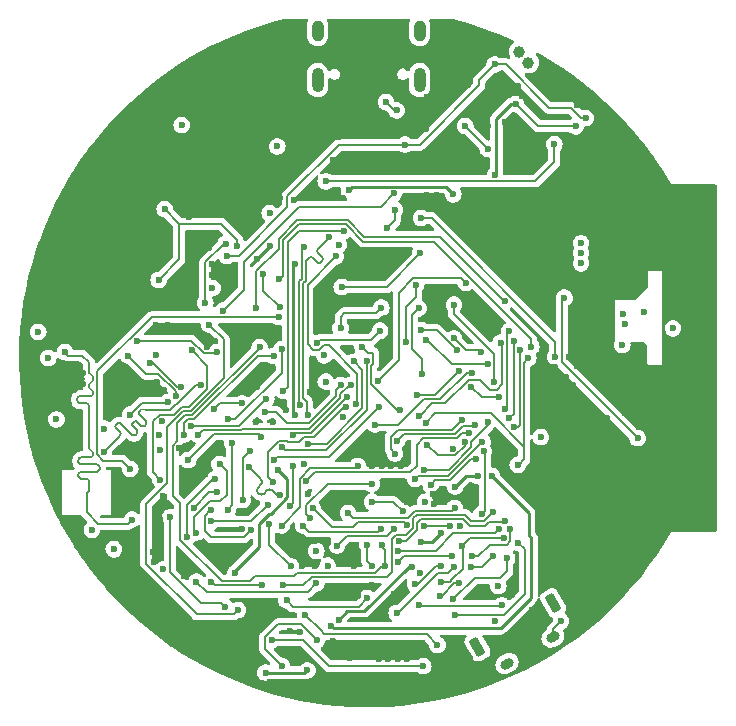
<source format=gbr>
%TF.GenerationSoftware,KiCad,Pcbnew,8.0.1*%
%TF.CreationDate,2024-08-18T17:01:31-04:00*%
%TF.ProjectId,stm32h7,73746d33-3268-4372-9e6b-696361645f70,rev?*%
%TF.SameCoordinates,Original*%
%TF.FileFunction,Copper,L4,Bot*%
%TF.FilePolarity,Positive*%
%FSLAX46Y46*%
G04 Gerber Fmt 4.6, Leading zero omitted, Abs format (unit mm)*
G04 Created by KiCad (PCBNEW 8.0.1) date 2024-08-18 17:01:31*
%MOMM*%
%LPD*%
G01*
G04 APERTURE LIST*
G04 Aperture macros list*
%AMRoundRect*
0 Rectangle with rounded corners*
0 $1 Rounding radius*
0 $2 $3 $4 $5 $6 $7 $8 $9 X,Y pos of 4 corners*
0 Add a 4 corners polygon primitive as box body*
4,1,4,$2,$3,$4,$5,$6,$7,$8,$9,$2,$3,0*
0 Add four circle primitives for the rounded corners*
1,1,$1+$1,$2,$3*
1,1,$1+$1,$4,$5*
1,1,$1+$1,$6,$7*
1,1,$1+$1,$8,$9*
0 Add four rect primitives between the rounded corners*
20,1,$1+$1,$2,$3,$4,$5,0*
20,1,$1+$1,$4,$5,$6,$7,0*
20,1,$1+$1,$6,$7,$8,$9,0*
20,1,$1+$1,$8,$9,$2,$3,0*%
%AMHorizOval*
0 Thick line with rounded ends*
0 $1 width*
0 $2 $3 position (X,Y) of the first rounded end (center of the circle)*
0 $4 $5 position (X,Y) of the second rounded end (center of the circle)*
0 Add line between two ends*
20,1,$1,$2,$3,$4,$5,0*
0 Add two circle primitives to create the rounded ends*
1,1,$1,$2,$3*
1,1,$1,$4,$5*%
G04 Aperture macros list end*
%TA.AperFunction,ComponentPad*%
%ADD10HorizOval,0.800000X0.173205X0.100000X-0.173205X-0.100000X0*%
%TD*%
%TA.AperFunction,ComponentPad*%
%ADD11RoundRect,0.131234X0.101625X-0.713551X0.567141X-0.444785X-0.101625X0.713551X-0.567141X0.444785X0*%
%TD*%
%TA.AperFunction,ComponentPad*%
%ADD12O,1.000000X2.100000*%
%TD*%
%TA.AperFunction,ComponentPad*%
%ADD13O,1.000000X1.800000*%
%TD*%
%TA.AperFunction,ViaPad*%
%ADD14C,0.600000*%
%TD*%
%TA.AperFunction,ViaPad*%
%ADD15C,1.000000*%
%TD*%
%TA.AperFunction,Conductor*%
%ADD16C,0.200000*%
%TD*%
%TA.AperFunction,Conductor*%
%ADD17C,0.250000*%
%TD*%
G04 APERTURE END LIST*
D10*
%TO.P,SW1,1,1*%
%TO.N,BTN*%
X141742149Y-97881403D03*
%TO.P,SW1,2,2*%
%TO.N,+3V3*%
X145630603Y-95636403D03*
D11*
%TO.P,SW1,3*%
%TO.N,N/C*%
X145650000Y-92750000D03*
%TO.P,SW1,4*%
X139232752Y-96455000D03*
%TD*%
D12*
%TO.P,J1,S1,SHIELD*%
%TO.N,unconnected-(J1-SHIELD-PadS1)_1*%
X134345000Y-48490000D03*
D13*
%TO.N,unconnected-(J1-SHIELD-PadS1)_2*%
X134345000Y-44290000D03*
D12*
%TO.N,unconnected-(J1-SHIELD-PadS1)*%
X125705000Y-48490000D03*
D13*
%TO.N,unconnected-(J1-SHIELD-PadS1)_0*%
X125705000Y-44290000D03*
%TD*%
D14*
%TO.N,GND*%
X127000000Y-52600000D03*
X126600000Y-53300000D03*
X127500000Y-53300000D03*
%TO.N,+3V3*%
X112400000Y-79800000D03*
X134365000Y-90185000D03*
X151500000Y-70900000D03*
X148000000Y-63100000D03*
X102900000Y-72000000D03*
X127500000Y-62400000D03*
X121650000Y-59750000D03*
X106590796Y-86549452D03*
X146300000Y-94300000D03*
X144600000Y-78700000D03*
X134800000Y-84182940D03*
X103595000Y-77200000D03*
X148000000Y-62300000D03*
X126550000Y-89600000D03*
D15*
X143550000Y-47000000D03*
X142780000Y-46080000D03*
D14*
X126400000Y-74000000D03*
X122300000Y-54100000D03*
X137161192Y-79674110D03*
X107600000Y-78000000D03*
X108450000Y-88200000D03*
X125600000Y-88350000D03*
X102050000Y-69800000D03*
X141000000Y-91300000D03*
X114200000Y-52300000D03*
X148000000Y-64000000D03*
X112650000Y-89900000D03*
X112050000Y-71750000D03*
X126275000Y-71775000D03*
X112307777Y-78513878D03*
X116800000Y-66100000D03*
%TO.N,GPS_TXD*%
X117925000Y-62325000D03*
X116200000Y-67350000D03*
%TO.N,VCC*%
X137200000Y-58150000D03*
X128350000Y-57800000D03*
X142500000Y-50512500D03*
X147550000Y-52400000D03*
X123800000Y-76850000D03*
X140724584Y-56475790D03*
X118700000Y-90250000D03*
X123750000Y-64050000D03*
X122350000Y-81450000D03*
%TO.N,VBUS*%
X132250000Y-59450000D03*
X131600000Y-61000000D03*
X127250000Y-63400000D03*
X128950000Y-75875000D03*
%TO.N,Net-(J1-CC1)*%
X131486091Y-50336091D03*
X132400000Y-51050000D03*
%TO.N,Net-(U6-XTB)*%
X151600000Y-68300000D03*
X153300000Y-68100000D03*
%TO.N,Net-(U6-XTA)*%
X155800000Y-69500000D03*
X151700000Y-69141158D03*
%TO.N,Net-(U4-PROG)*%
X140100000Y-54300000D03*
X138200000Y-52350000D03*
%TO.N,ANT_SW_CTRL*%
X146600000Y-66900000D03*
X152800000Y-78800000D03*
%TO.N,LCD_RST*%
X139586091Y-85236091D03*
X123075000Y-92525000D03*
X137200000Y-92450000D03*
X134988603Y-79350000D03*
X141750000Y-88950000D03*
X129900000Y-92350000D03*
X138150000Y-79100000D03*
X139775000Y-79925000D03*
%TO.N,LoRa_BUSY*%
X141550000Y-85788909D03*
X132575000Y-87525000D03*
X141950000Y-77100000D03*
X142300000Y-70550000D03*
%TO.N,LoRa_NSS*%
X127900000Y-61250000D03*
X122813909Y-74813909D03*
X145825000Y-71900000D03*
X134450000Y-60150000D03*
%TO.N,INT_MAG*%
X134300000Y-92950000D03*
X130300000Y-89600000D03*
X129888909Y-87800000D03*
X141300000Y-92950000D03*
%TO.N,LCD_B3*%
X130900000Y-76200000D03*
X115225000Y-84675000D03*
X122050000Y-80650000D03*
X117150000Y-83350000D03*
X137700000Y-73100000D03*
X134150000Y-75150000D03*
%TO.N,SCK*%
X120500000Y-67750000D03*
X141600000Y-67200000D03*
X134300000Y-76900000D03*
X141200000Y-70700000D03*
%TO.N,XL_INT1*%
X137300000Y-84700000D03*
X128275000Y-85125000D03*
X137800000Y-86200000D03*
%TO.N,LCD_CS*%
X132700000Y-76400000D03*
X129500000Y-71050000D03*
%TO.N,USB_D-*%
X126672488Y-61800000D03*
X124922182Y-76800000D03*
%TO.N,USB_D+*%
X124575000Y-62650000D03*
X124250000Y-75948829D03*
%TO.N,LCD_HSYNC*%
X139050000Y-77704664D03*
X132450000Y-79000000D03*
%TO.N,LCD_R1*%
X117400000Y-81000000D03*
X115450000Y-86800000D03*
X115600000Y-78500000D03*
X128500000Y-74300000D03*
X138250000Y-65650000D03*
X130800000Y-73978318D03*
%TO.N,Net-(J5-Pin_12)*%
X137250000Y-89700000D03*
X138700000Y-89700000D03*
X140550000Y-88750000D03*
X132400000Y-93600000D03*
%TO.N,LoRa_RST*%
X138800000Y-88800000D03*
X142850000Y-71300000D03*
X132550000Y-89249184D03*
X142000000Y-86450000D03*
X137050000Y-88800000D03*
X142300000Y-77850000D03*
%TO.N,LCD_B2*%
X138700000Y-74450000D03*
X140550000Y-85050000D03*
X122763909Y-91263909D03*
X141050000Y-75350000D03*
%TO.N,LCD_G3*%
X137250000Y-70350000D03*
X131076603Y-86450000D03*
X124500000Y-86200000D03*
X139661091Y-79111091D03*
X133950000Y-82250000D03*
X139500000Y-71500000D03*
%TO.N,LCD_R4*%
X118100000Y-77200000D03*
X127650000Y-69500000D03*
X131100000Y-67750000D03*
X119350000Y-84050000D03*
X119950000Y-79850000D03*
X122650000Y-71250000D03*
%TO.N,LCD_G0*%
X117050000Y-82250000D03*
X122700000Y-79550000D03*
X114638909Y-87188909D03*
X129850000Y-72300000D03*
%TO.N,LCD_VSYNC*%
X138500000Y-78350000D03*
X121500000Y-84450000D03*
X116700000Y-85850000D03*
X124750000Y-82450000D03*
%TO.N,LoRa_DIO1*%
X132550000Y-88356270D03*
X141100000Y-86450000D03*
X141600000Y-76350000D03*
X141900000Y-69750000D03*
%TO.N,LCD_G4*%
X138750000Y-73250000D03*
X130550000Y-77650000D03*
%TO.N,XL_INT0*%
X133250000Y-86150000D03*
X136900000Y-86200000D03*
X134700000Y-86200000D03*
X125300000Y-84725000D03*
%TO.N,LCD_R3*%
X114750000Y-80650000D03*
X134250000Y-67800000D03*
X128175000Y-75325000D03*
X120950000Y-78700000D03*
X123600000Y-78550000D03*
X134550000Y-73350000D03*
%TO.N,LCD_G1*%
X125638379Y-70738379D03*
X116700461Y-84899661D03*
X131000000Y-69700000D03*
X114400000Y-78500000D03*
X121989674Y-71825208D03*
X134500000Y-69650000D03*
X137486091Y-71363909D03*
X120100000Y-86550000D03*
%TO.N,LCD_B5*%
X116950000Y-76300000D03*
X119300000Y-75850000D03*
%TO.N,LCD_DE*%
X132250000Y-80100000D03*
X137950000Y-77250000D03*
X129100000Y-81150000D03*
X122650000Y-86200000D03*
%TO.N,LCD_R5*%
X134050000Y-65800000D03*
X123600000Y-81150000D03*
X128800000Y-72300000D03*
X124900000Y-79250000D03*
X133150000Y-70650000D03*
X123400000Y-84550000D03*
%TO.N,LCD_B4*%
X127647182Y-74297182D03*
X121250000Y-76600000D03*
%TO.N,LCD_G2*%
X134750000Y-81450000D03*
X134900000Y-70450000D03*
X140100000Y-72500000D03*
X130300000Y-82650000D03*
X140150000Y-77400000D03*
X125086091Y-85513909D03*
%TO.N,LCD_R2*%
X132177913Y-86450000D03*
X125600000Y-91100000D03*
X115450000Y-90950000D03*
X127350000Y-87900000D03*
X140650000Y-74050000D03*
X135275000Y-82725000D03*
X137249262Y-67499262D03*
X139150000Y-80550000D03*
%TO.N,SDA*%
X136150000Y-90950000D03*
X132900000Y-85000000D03*
X141450000Y-87250000D03*
X130300000Y-84200000D03*
X137950000Y-87900000D03*
%TO.N,SCL*%
X126400000Y-57050000D03*
X136110000Y-89600000D03*
X131150000Y-87800000D03*
X133950000Y-91150000D03*
X120800000Y-71100000D03*
X121100000Y-64900000D03*
X122488909Y-67688909D03*
X145750000Y-53900000D03*
X131450000Y-89600000D03*
%TO.N,MISO*%
X143800000Y-71050000D03*
X122450000Y-65350000D03*
%TO.N,MOSI*%
X135850000Y-96300000D03*
X121036091Y-91263909D03*
X143550000Y-72050000D03*
X124650000Y-93750000D03*
X134852274Y-77525067D03*
X142650000Y-81050000D03*
X116713909Y-90986091D03*
X142700000Y-87650000D03*
X137350000Y-93750000D03*
%TO.N,/Accel & Magnetometer/CS_MAG*%
X137700000Y-91100000D03*
X136100000Y-92150000D03*
%TO.N,GND*%
X143550000Y-96450000D03*
X152600000Y-77000000D03*
X114700000Y-67550000D03*
X145900000Y-75000000D03*
X130450000Y-45100000D03*
X146500000Y-82400000D03*
X144400000Y-76650000D03*
X107650000Y-68650000D03*
X121700000Y-45100000D03*
X127646616Y-83729460D03*
X143300000Y-59600000D03*
X109500000Y-63900000D03*
X104400000Y-73400000D03*
X103100000Y-67400000D03*
X154100000Y-59200000D03*
X112850000Y-55800000D03*
X152400000Y-62100000D03*
X131150000Y-81150000D03*
X151800000Y-75600000D03*
X110100000Y-51700000D03*
X120250000Y-98900000D03*
X148300000Y-55250000D03*
X138400000Y-48900000D03*
X152800000Y-86800000D03*
X155000000Y-72900000D03*
X120800000Y-45100000D03*
X152800000Y-76000000D03*
X126950000Y-50250000D03*
X144900000Y-66100000D03*
X144000000Y-60000000D03*
X149900000Y-61100000D03*
X157600000Y-84250000D03*
X104500000Y-68100000D03*
X144550000Y-94650000D03*
X125450000Y-89650000D03*
X147100000Y-81000000D03*
X135500000Y-48900000D03*
X112800000Y-95200000D03*
X147650000Y-50550000D03*
X157600000Y-83350000D03*
X123900000Y-48300000D03*
X147900000Y-71800000D03*
X152800000Y-85900000D03*
X132550000Y-52150000D03*
X157300000Y-78950000D03*
X147600000Y-76800000D03*
X149900000Y-82500000D03*
X149700000Y-68800000D03*
X143050000Y-49850000D03*
X103700000Y-73900000D03*
X151450000Y-57100000D03*
X122500000Y-58500000D03*
X145800000Y-84000000D03*
X111750000Y-88450000D03*
X141250000Y-61500000D03*
X104000000Y-67400000D03*
X153400000Y-59700000D03*
X152000000Y-87200000D03*
X120550000Y-74500000D03*
X128400000Y-55950000D03*
X145100000Y-83600000D03*
X154100000Y-60100000D03*
X114350000Y-82400000D03*
X123350000Y-95100000D03*
X116800000Y-64050000D03*
X127850000Y-58500000D03*
X128800000Y-89600000D03*
X135450000Y-58900000D03*
X117350000Y-52900000D03*
X144550000Y-93750000D03*
X151450000Y-55300000D03*
X149400000Y-62400000D03*
X120350000Y-84550000D03*
X127500000Y-55950000D03*
X146350000Y-90750000D03*
X143050000Y-53900000D03*
X139000000Y-68000000D03*
X119050000Y-70300000D03*
X155200000Y-71200000D03*
X115500000Y-58700000D03*
X140550000Y-62900000D03*
X147800000Y-58750000D03*
X143850000Y-94250000D03*
X129750000Y-45600000D03*
X145500000Y-76700000D03*
X117450000Y-59450000D03*
X148100000Y-83200000D03*
X140200000Y-50000000D03*
X116650000Y-53400000D03*
X123900000Y-49200000D03*
X135600000Y-84350000D03*
X151400000Y-80800000D03*
X142900000Y-52450000D03*
X153300000Y-62300000D03*
X146700000Y-73600000D03*
X114350000Y-90450000D03*
X110500000Y-90350000D03*
X142850000Y-95150000D03*
X148800000Y-68000000D03*
X125050000Y-74850000D03*
X123700000Y-58650000D03*
X109500000Y-83450000D03*
X112150000Y-93550000D03*
X127000000Y-95950000D03*
X135700000Y-55250000D03*
X142150000Y-92100000D03*
X150750000Y-56700000D03*
X113650000Y-92900000D03*
X108600000Y-63900000D03*
X109800000Y-91750000D03*
X129100000Y-92200000D03*
X142650000Y-48950000D03*
X147274997Y-82900000D03*
X137150000Y-99150000D03*
X153200000Y-72300000D03*
X144000000Y-59100000D03*
X112000000Y-69200000D03*
X123100000Y-45800000D03*
X130350000Y-91200000D03*
X147300000Y-88100000D03*
X114800000Y-58300000D03*
X135850000Y-58200000D03*
X147800000Y-80600000D03*
X134050000Y-52900000D03*
X119700000Y-95150000D03*
X142850000Y-96050000D03*
X146800000Y-76700000D03*
X144400000Y-75750000D03*
X114800000Y-60100000D03*
X112100000Y-74050000D03*
X111850000Y-89300000D03*
X119000000Y-74850000D03*
X153000000Y-81000000D03*
X119050000Y-94600000D03*
X133236396Y-84236396D03*
X152400000Y-80400000D03*
X151500000Y-81900000D03*
X156600000Y-67300000D03*
X141550000Y-52050000D03*
X115050000Y-82800000D03*
X158350000Y-75200000D03*
X144400000Y-74850000D03*
X127800000Y-64750000D03*
X119300000Y-86450000D03*
X127900000Y-52600000D03*
X152000000Y-86300000D03*
X107150000Y-67950000D03*
X129750000Y-46500000D03*
X141250000Y-62400000D03*
X140200000Y-49100000D03*
X156600000Y-79450000D03*
X136350000Y-58900000D03*
X148900000Y-77750000D03*
X150700000Y-81700000D03*
X154300000Y-64200000D03*
X120600000Y-49150000D03*
X145100000Y-84500000D03*
X113550000Y-55300000D03*
X145650000Y-89450000D03*
X149700000Y-68000000D03*
X120542112Y-63664552D03*
X114700000Y-48600000D03*
X146100000Y-65200000D03*
X132750000Y-81150000D03*
X110500000Y-92150000D03*
X152700000Y-83100000D03*
X145600000Y-81400000D03*
X116950000Y-58750000D03*
X153700000Y-75800000D03*
X147000000Y-71900000D03*
X134300000Y-52050000D03*
X129750000Y-44700000D03*
X158300000Y-84650000D03*
X153500000Y-82600000D03*
X153400000Y-64300000D03*
X139600000Y-44750000D03*
X151600000Y-61900000D03*
X108500000Y-60800000D03*
X150200000Y-84100000D03*
X112850000Y-54900000D03*
X143550000Y-95550000D03*
X147900000Y-69600000D03*
X114800000Y-59200000D03*
X112150000Y-92650000D03*
X126788909Y-96750000D03*
X153400000Y-58800000D03*
X139700000Y-69300000D03*
X115500000Y-56900000D03*
X132300000Y-53000000D03*
X146400000Y-81400000D03*
X145150000Y-65150000D03*
X130450000Y-46000000D03*
X148800000Y-68800000D03*
X150800000Y-61300000D03*
X140550000Y-63800000D03*
X117050000Y-70600000D03*
X156200000Y-68200000D03*
X128450000Y-97450000D03*
X116500000Y-62700000D03*
X151900000Y-66800000D03*
X110500000Y-91250000D03*
X131700000Y-97500000D03*
X112950000Y-84450000D03*
X150600000Y-80800000D03*
X110800000Y-51200000D03*
X154200000Y-62500000D03*
X138400000Y-47100000D03*
X147900000Y-82300000D03*
X118650000Y-98300000D03*
X145800000Y-85800000D03*
X123200000Y-48800000D03*
X145100000Y-85400000D03*
X143850000Y-93350000D03*
X145100000Y-73200000D03*
X141550000Y-96400000D03*
X112850000Y-93050000D03*
X132150000Y-91950000D03*
X145800000Y-84900000D03*
X124400000Y-50050000D03*
X147300000Y-84200000D03*
X123200000Y-49700000D03*
X153500000Y-63400000D03*
X152000000Y-84500000D03*
X133150000Y-52750000D03*
X109450000Y-82550000D03*
X117350000Y-52000000D03*
X114800000Y-57400000D03*
X119800000Y-74800000D03*
X147300000Y-77700000D03*
X115500000Y-57800000D03*
X128850000Y-69400000D03*
X153500000Y-84400000D03*
X125000000Y-97500000D03*
X149700000Y-69600000D03*
X106200000Y-60100000D03*
X143300000Y-58700000D03*
X147500000Y-61300000D03*
X148900000Y-91800000D03*
X138900000Y-47800000D03*
X146600000Y-63600000D03*
X129250000Y-100600000D03*
X146200000Y-77400000D03*
X157300000Y-79850000D03*
X150200000Y-77100000D03*
X116800000Y-64950000D03*
X103750000Y-80850000D03*
X155900000Y-70600000D03*
X149100000Y-61500000D03*
X153900000Y-72900000D03*
X139000000Y-68900000D03*
X150750000Y-57600000D03*
X152300000Y-65000000D03*
X121950000Y-77400000D03*
X126550000Y-87700000D03*
X132500000Y-97500000D03*
X146000000Y-80700000D03*
X105800000Y-73300000D03*
X146350000Y-89850000D03*
X150700000Y-82600000D03*
X122750000Y-100000000D03*
X157650000Y-73900000D03*
X110400000Y-63900000D03*
X125500000Y-87500000D03*
X145300000Y-75800000D03*
X147300000Y-76000000D03*
X153300000Y-77800000D03*
X152000000Y-82700000D03*
X140600000Y-45850000D03*
X152700000Y-82200000D03*
X142450000Y-54600000D03*
X154400000Y-73600000D03*
X124850000Y-83550000D03*
X123000000Y-76450000D03*
X145100000Y-86300000D03*
X152000000Y-83600000D03*
X153200000Y-65500000D03*
X103050000Y-81350000D03*
X115550000Y-97050000D03*
X136300000Y-55850000D03*
X144600000Y-73900000D03*
X130650000Y-64900000D03*
X145000000Y-80800000D03*
X157400000Y-58950000D03*
X157650000Y-74800000D03*
X147100000Y-59250000D03*
X153800000Y-79300000D03*
X148800000Y-69600000D03*
X135500000Y-83500000D03*
X112550000Y-77350000D03*
X148200000Y-93200000D03*
X155900000Y-65900000D03*
X147500000Y-78700000D03*
X103700000Y-83450000D03*
X106750000Y-68650000D03*
X113800000Y-67550000D03*
X145800000Y-66000000D03*
X148900000Y-92700000D03*
X106250000Y-67950000D03*
X147900000Y-49700000D03*
X131950000Y-81150000D03*
X109800000Y-90850000D03*
X119650000Y-96800000D03*
X155500000Y-63600000D03*
X119400000Y-85100000D03*
X151450000Y-56200000D03*
X118350000Y-59450000D03*
X112367870Y-85649286D03*
X103750000Y-81750000D03*
X156000000Y-64900000D03*
X103050000Y-80450000D03*
X114000000Y-50000000D03*
X145200000Y-77500000D03*
X113550000Y-54400000D03*
X141250000Y-63300000D03*
X127900000Y-100450000D03*
X147100000Y-81800000D03*
X135000000Y-49950000D03*
X145800000Y-86700000D03*
X103750000Y-79950000D03*
X150750000Y-55800000D03*
X148900000Y-90900000D03*
X142500000Y-55800000D03*
X145600000Y-82200000D03*
X157100000Y-68700000D03*
X155500000Y-73600000D03*
X140850000Y-96000000D03*
X149800000Y-80800000D03*
X156000000Y-72800000D03*
X111300000Y-63900000D03*
X121650000Y-62500000D03*
X112000000Y-67750000D03*
X130900000Y-97500000D03*
X155100000Y-65300000D03*
X114350000Y-83300000D03*
X138000000Y-48150000D03*
X114150000Y-96200000D03*
X152600000Y-64000000D03*
X124550000Y-80950000D03*
X153400000Y-80200000D03*
X156600000Y-78550000D03*
X158350000Y-74300000D03*
X122200000Y-45800000D03*
X110150000Y-74000000D03*
X119450000Y-97750000D03*
X112650000Y-83700000D03*
X134900000Y-52650000D03*
X128600000Y-71450000D03*
X153300000Y-71400000D03*
X146300000Y-64400000D03*
X153500000Y-81700000D03*
X153900000Y-78400000D03*
X145800000Y-83100000D03*
X154500000Y-76300000D03*
X112850000Y-93950000D03*
X124172182Y-95227818D03*
X152100000Y-81300000D03*
X147300000Y-74300000D03*
X156700000Y-66300000D03*
X148500000Y-50300000D03*
X155100000Y-64400000D03*
X107600000Y-60800000D03*
X148050000Y-56100000D03*
X146100000Y-76100000D03*
X136450000Y-99650000D03*
X148900000Y-78550000D03*
X105800000Y-74200000D03*
X145800000Y-87600000D03*
X103050000Y-82250000D03*
X112300000Y-87275000D03*
X135450000Y-47950000D03*
X155400000Y-72100000D03*
X150100000Y-64900000D03*
X103700000Y-74800000D03*
X149900000Y-81700000D03*
X119900000Y-95950000D03*
X156900000Y-69700000D03*
X153500000Y-76600000D03*
X147700000Y-72700000D03*
X121300000Y-45800000D03*
X111400000Y-94100000D03*
X153500000Y-83500000D03*
X150600000Y-83400000D03*
X105100000Y-73800000D03*
X154500000Y-75400000D03*
X145800000Y-72800000D03*
X150800000Y-62400000D03*
X121350000Y-93150000D03*
X119900000Y-48750000D03*
X126150000Y-50150000D03*
X117850000Y-58750000D03*
X113000000Y-69200000D03*
X139700000Y-68400000D03*
X152700000Y-84900000D03*
X145650000Y-90350000D03*
X157400000Y-67800000D03*
X151200000Y-74500000D03*
X140150000Y-52400000D03*
X122600000Y-45100000D03*
X129100000Y-91300000D03*
X140550000Y-62000000D03*
X102200000Y-67400000D03*
X157400000Y-59850000D03*
X123500000Y-45100000D03*
X152500000Y-66200000D03*
X110800000Y-52100000D03*
X124000000Y-45800000D03*
X146600000Y-75400000D03*
X158100000Y-60250000D03*
X133300000Y-97500000D03*
X140450000Y-44900000D03*
X120600000Y-48250000D03*
X152600000Y-62900000D03*
X151700000Y-76700000D03*
X148400000Y-61100000D03*
X140700000Y-94300000D03*
X149800000Y-83300000D03*
X108000000Y-60100000D03*
X133350000Y-49800000D03*
X152700000Y-84000000D03*
X155000000Y-74500000D03*
X146700000Y-62700000D03*
X150600000Y-77800000D03*
X147800000Y-81400000D03*
X158300000Y-83750000D03*
X156300000Y-64100000D03*
X134950000Y-58200000D03*
X130350000Y-81150000D03*
X154500000Y-63400000D03*
X156200000Y-71500000D03*
X105100000Y-72900000D03*
X104400000Y-74300000D03*
X110100000Y-52600000D03*
X155900000Y-66900000D03*
X125800000Y-99650000D03*
X121650000Y-99400000D03*
X127863909Y-77013909D03*
X144900000Y-79800000D03*
X127900000Y-55250000D03*
X148200000Y-92300000D03*
X146500000Y-74400000D03*
X148900000Y-55850000D03*
X116300000Y-71050000D03*
X150600000Y-75400000D03*
X147400000Y-75100000D03*
X112900000Y-67750000D03*
X150700000Y-73800000D03*
X144400000Y-77450000D03*
X114700000Y-49500000D03*
X117800000Y-89800000D03*
X146900000Y-61900000D03*
X147100000Y-60150000D03*
X145300000Y-74400000D03*
X126650000Y-99600000D03*
X119900000Y-47850000D03*
X114000000Y-49100000D03*
X127000000Y-55250000D03*
X147800000Y-59650000D03*
X126550000Y-69400000D03*
X135450000Y-56100000D03*
X117100000Y-97700000D03*
X114000000Y-79650000D03*
X106700000Y-60800000D03*
X155200000Y-66300000D03*
X115500000Y-59600000D03*
X158100000Y-59350000D03*
X148200000Y-91400000D03*
X103600000Y-68100000D03*
X150100000Y-62000000D03*
X119050000Y-71150000D03*
X135200000Y-46900000D03*
X147900000Y-68000000D03*
X103700000Y-73000000D03*
X124400000Y-89600000D03*
X156800000Y-70500000D03*
X116650000Y-52500000D03*
X147900000Y-68800000D03*
X130450000Y-44200000D03*
X145900000Y-73800000D03*
X112700000Y-74750000D03*
X105100000Y-74700000D03*
X104400000Y-72500000D03*
X154100000Y-74500000D03*
X154200000Y-77300000D03*
X125300000Y-50250000D03*
X122000000Y-93750000D03*
X107100000Y-60100000D03*
X102700000Y-68100000D03*
X120450000Y-77450000D03*
X115050000Y-81900000D03*
X150600000Y-88200000D03*
X152000000Y-85400000D03*
%TO.N,Net-(C1-Pad2)*%
X128113909Y-76163909D03*
X121950000Y-82550000D03*
X123450000Y-89650000D03*
X121600000Y-86100000D03*
%TO.N,NRST*%
X109836159Y-81391660D03*
X122400000Y-68550000D03*
%TO.N,QSPI_CLK*%
X111500000Y-72400000D03*
X114150000Y-74450000D03*
X118100000Y-84850000D03*
X118463909Y-79236091D03*
%TO.N,QSPI_NCS*%
X115800000Y-74299999D03*
X107600000Y-79950000D03*
%TO.N,QSPI_D0*%
X122481954Y-83595864D03*
X113675000Y-75225000D03*
X119900000Y-81250000D03*
X109650000Y-71800000D03*
%TO.N,QSPI_D1*%
X121350000Y-75450000D03*
X114950000Y-77750000D03*
X113050000Y-75746935D03*
X109825001Y-76798515D03*
%TO.N,QSPI_D3*%
X109999095Y-85692289D03*
X104300000Y-71499998D03*
%TO.N,FG_NALERT*%
X134400000Y-63150000D03*
X127750000Y-66000000D03*
%TO.N,Net-(J6-Pin_2)*%
X113200000Y-85500000D03*
X117850000Y-93100000D03*
%TO.N,BTN*%
X121809719Y-95872893D03*
X116525000Y-69175000D03*
X118950000Y-93350000D03*
X132175000Y-58075000D03*
X117700000Y-68000000D03*
X134650000Y-98100000D03*
%TO.N,Net-(ATGM336H1-GND)*%
X118900000Y-62522182D03*
X112750000Y-59400000D03*
X112250000Y-65400000D03*
%TO.N,GPS_ON*%
X117200000Y-71500000D03*
X110450000Y-70550000D03*
%TO.N,LDO_EN*%
X140700000Y-47150000D03*
X115047182Y-71352818D03*
X133100000Y-53950000D03*
X112400000Y-82300000D03*
X148400000Y-51700000D03*
X118000000Y-63350000D03*
%TO.N,BL_ANODE*%
X121300000Y-98650000D03*
X133700000Y-89700000D03*
X134500000Y-87600000D03*
X124844306Y-98455694D03*
X127500000Y-94150000D03*
X136150000Y-86850000D03*
%TO.N,BL_CATHODE*%
X139250000Y-82000000D03*
X122662649Y-98075823D03*
X125636091Y-95913909D03*
X126850000Y-94725000D03*
X137350000Y-82900000D03*
X140450000Y-82000000D03*
%TD*%
D16*
%TO.N,BL_CATHODE*%
X124272182Y-94550000D02*
X125636091Y-95913909D01*
X121259719Y-95640281D02*
X122350000Y-94550000D01*
X121259719Y-96672893D02*
X121259719Y-95640281D01*
X122350000Y-94550000D02*
X124272182Y-94550000D01*
X122662649Y-98075823D02*
X121259719Y-96672893D01*
D17*
%TO.N,BL_ANODE*%
X124538612Y-98650000D02*
X124788612Y-98400000D01*
X121300000Y-98650000D02*
X124538612Y-98650000D01*
D16*
%TO.N,+3V3*%
X145630603Y-95636403D02*
X145630603Y-94969397D01*
X145630603Y-94969397D02*
X146300000Y-94300000D01*
%TO.N,GPS_TXD*%
X117925000Y-62325000D02*
X117747182Y-62325000D01*
X117747182Y-62325000D02*
X116200000Y-63872182D01*
X116200000Y-63872182D02*
X116200000Y-67350000D01*
D17*
%TO.N,VCC*%
X121622182Y-85200000D02*
X121727818Y-85200000D01*
X128350000Y-57800000D02*
X128650000Y-57500000D01*
X120750000Y-88000000D02*
X120750000Y-86072182D01*
X120750000Y-86072182D02*
X121622182Y-85200000D01*
D16*
X144387500Y-52400000D02*
X142500000Y-50512500D01*
D17*
X142087500Y-50512500D02*
X140850000Y-51750000D01*
X136550000Y-57500000D02*
X137200000Y-58150000D01*
X118700000Y-90050000D02*
X120750000Y-88000000D01*
X128650000Y-57500000D02*
X136550000Y-57500000D01*
D16*
X123800000Y-76850000D02*
X123700000Y-76750000D01*
X142500000Y-50512500D02*
X142309682Y-50512500D01*
D17*
X123700000Y-76750000D02*
X123650000Y-76700000D01*
X123650000Y-64150000D02*
X123750000Y-64050000D01*
X123150000Y-82250000D02*
X122350000Y-81450000D01*
D16*
X147550000Y-52400000D02*
X144387500Y-52400000D01*
D17*
X118700000Y-90250000D02*
X118700000Y-90050000D01*
X140850000Y-56350374D02*
X140724584Y-56475790D01*
X140850000Y-51750000D02*
X140850000Y-56350374D01*
X123150000Y-83777818D02*
X123150000Y-82250000D01*
X121727818Y-85200000D02*
X123150000Y-83777818D01*
X123650000Y-76700000D02*
X123650000Y-64150000D01*
X142309682Y-50512500D02*
X142087500Y-50512500D01*
D16*
%TO.N,VBUS*%
X124850000Y-70850000D02*
X124850000Y-65800000D01*
X128950000Y-75875000D02*
X129050000Y-75775000D01*
X129050000Y-73327818D02*
X126671284Y-70949102D01*
X125854576Y-71300000D02*
X125300000Y-71300000D01*
X126671284Y-70949102D02*
X126205474Y-70949102D01*
X132250000Y-60350000D02*
X131600000Y-61000000D01*
X132250000Y-59450000D02*
X132250000Y-60350000D01*
X129050000Y-75775000D02*
X129050000Y-73327818D01*
X126205474Y-70949102D02*
X125854576Y-71300000D01*
X125300000Y-71300000D02*
X124850000Y-70850000D01*
X124850000Y-65800000D02*
X127250000Y-63400000D01*
%TO.N,Net-(J1-CC1)*%
X131486091Y-50336091D02*
X132200000Y-51050000D01*
X132200000Y-51050000D02*
X132400000Y-51050000D01*
%TO.N,Net-(U4-PROG)*%
X140100000Y-54300000D02*
X138200000Y-52400000D01*
X138200000Y-52400000D02*
X138200000Y-52350000D01*
%TO.N,ANT_SW_CTRL*%
X146375000Y-67125000D02*
X146375000Y-72375000D01*
X146375000Y-72375000D02*
X152800000Y-78800000D01*
X146600000Y-66900000D02*
X146375000Y-67125000D01*
%TO.N,LCD_RST*%
X135902230Y-80263627D02*
X137349493Y-80263627D01*
X139900000Y-84922182D02*
X139586091Y-85236091D01*
X141750000Y-88950000D02*
X141750000Y-90077818D01*
X138150000Y-79463120D02*
X138150000Y-79100000D01*
X123600000Y-93050000D02*
X129200000Y-93050000D01*
X141750000Y-90077818D02*
X141177818Y-90650000D01*
X141177818Y-90650000D02*
X139000000Y-90650000D01*
X139775000Y-79925000D02*
X139900000Y-80050000D01*
X129200000Y-93050000D02*
X129900000Y-92350000D01*
X139000000Y-90650000D02*
X137200000Y-92450000D01*
X139900000Y-80050000D02*
X139900000Y-84922182D01*
X134988603Y-79350000D02*
X135902230Y-80263627D01*
X137349493Y-80263627D02*
X138150000Y-79463120D01*
X123075000Y-92525000D02*
X123600000Y-93050000D01*
%TO.N,LoRa_BUSY*%
X140194975Y-85900000D02*
X139894975Y-86200000D01*
X134472182Y-85650000D02*
X134150000Y-85972182D01*
X141950000Y-77100000D02*
X142300000Y-76750000D01*
X138577817Y-86200000D02*
X138027818Y-85650000D01*
X142300000Y-76750000D02*
X142300000Y-70550000D01*
X139894975Y-86200000D02*
X138577817Y-86200000D01*
X134150000Y-85972182D02*
X134150000Y-86550000D01*
X138027818Y-85650000D02*
X134472182Y-85650000D01*
X134150000Y-86550000D02*
X133175000Y-87525000D01*
X141550000Y-85788909D02*
X141438909Y-85900000D01*
X133175000Y-87525000D02*
X132575000Y-87525000D01*
X141438909Y-85900000D02*
X140194975Y-85900000D01*
%TO.N,LoRa_NSS*%
X123200000Y-74427818D02*
X123200000Y-62169364D01*
X123200000Y-62169364D02*
X124119364Y-61250000D01*
X135350000Y-60150000D02*
X145825000Y-70625000D01*
X122813909Y-74813909D02*
X123200000Y-74427818D01*
X134450000Y-60150000D02*
X135350000Y-60150000D01*
X145825000Y-70625000D02*
X145825000Y-71900000D01*
X124119364Y-61250000D02*
X127900000Y-61250000D01*
%TO.N,INT_MAG*%
X134350000Y-93000000D02*
X141250000Y-93000000D01*
X141250000Y-93000000D02*
X141300000Y-92950000D01*
X129888909Y-89188909D02*
X129888909Y-87800000D01*
X134300000Y-92950000D02*
X134350000Y-93000000D01*
X130300000Y-89600000D02*
X129888909Y-89188909D01*
%TO.N,LCD_B3*%
X126700000Y-80400000D02*
X130900000Y-76200000D01*
X134150000Y-75150000D02*
X135650000Y-75150000D01*
X122300000Y-80400000D02*
X126700000Y-80400000D01*
X122050000Y-80650000D02*
X122300000Y-80400000D01*
X115225000Y-84675000D02*
X116550000Y-83350000D01*
X135650000Y-75150000D02*
X137700000Y-73100000D01*
X116550000Y-83350000D02*
X117150000Y-83350000D01*
%TO.N,SCK*%
X136050000Y-61750000D02*
X129672792Y-61750000D01*
X122400000Y-61905026D02*
X122400000Y-62750000D01*
X135400000Y-75850000D02*
X136522182Y-75850000D01*
X136522182Y-75850000D02*
X138522182Y-73850000D01*
X134300000Y-76900000D02*
X134350000Y-76900000D01*
X139450000Y-73850000D02*
X140300000Y-74700000D01*
X140900000Y-74700000D02*
X141350000Y-74250000D01*
X140300000Y-74700000D02*
X140900000Y-74700000D01*
X128272792Y-60350000D02*
X123955026Y-60350000D01*
X141350000Y-74250000D02*
X141350000Y-70850000D01*
X141350000Y-70850000D02*
X141200000Y-70700000D01*
X134350000Y-76900000D02*
X135400000Y-75850000D01*
X123955026Y-60350000D02*
X122400000Y-61905026D01*
X141600000Y-67200000D02*
X141500000Y-67200000D01*
X138522182Y-73850000D02*
X139450000Y-73850000D01*
X122400000Y-62750000D02*
X120500000Y-64650000D01*
X129672792Y-61750000D02*
X128272792Y-60350000D01*
X141500000Y-67200000D02*
X136050000Y-61750000D01*
X120500000Y-64650000D02*
X120500000Y-67750000D01*
%TO.N,XL_INT1*%
X133350000Y-85550000D02*
X128700000Y-85550000D01*
X137300000Y-84700000D02*
X137050000Y-84950000D01*
X133950000Y-84950000D02*
X133350000Y-85550000D01*
X137050000Y-84950000D02*
X133950000Y-84950000D01*
X128700000Y-85550000D02*
X128275000Y-85125000D01*
%TO.N,LCD_CS*%
X130000000Y-71550000D02*
X129500000Y-71050000D01*
X130350000Y-71550000D02*
X130000000Y-71550000D01*
X130250000Y-72677818D02*
X130400000Y-72527818D01*
X132700000Y-76400000D02*
X132400000Y-76400000D01*
X130250000Y-74250000D02*
X130250000Y-72677818D01*
X130400000Y-72527818D02*
X130400000Y-71600000D01*
X132400000Y-76400000D02*
X130250000Y-74250000D01*
X130400000Y-71600000D02*
X130350000Y-71550000D01*
%TO.N,USB_D-*%
X124700000Y-65455025D02*
X124700000Y-63800000D01*
X125720110Y-63119302D02*
X126087806Y-63486998D01*
X124800000Y-75721011D02*
X124500000Y-75421011D01*
X124956435Y-63543568D02*
X124871581Y-63628420D01*
X124922182Y-76800000D02*
X124800000Y-76677818D01*
X124800000Y-76677818D02*
X124800000Y-75721011D01*
X124700000Y-63800000D02*
X124800000Y-63700000D01*
X126672488Y-61827512D02*
X125720110Y-62779890D01*
X125663542Y-63911262D02*
X125295847Y-63543567D01*
X124500000Y-65655025D02*
X124700000Y-65455025D01*
X124500000Y-75421011D02*
X124500000Y-65655025D01*
X124871581Y-63628420D02*
X124800000Y-63700000D01*
X126672488Y-61800000D02*
X126672488Y-61827512D01*
X126087805Y-63826410D02*
X126002954Y-63911262D01*
X126087806Y-63486998D02*
G75*
G02*
X126087801Y-63826406I-169706J-169702D01*
G01*
X126002953Y-63911261D02*
G75*
G02*
X125663543Y-63911261I-169705J169700D01*
G01*
X125295847Y-63543567D02*
G75*
G03*
X124956394Y-63543527I-169747J-169733D01*
G01*
X125720110Y-62779890D02*
G75*
G03*
X125720106Y-63119306I169690J-169710D01*
G01*
%TO.N,USB_D+*%
X124350000Y-65310051D02*
X124150000Y-65510051D01*
X124575000Y-62650000D02*
X124350000Y-62875000D01*
X124350000Y-62875000D02*
X124350000Y-65310051D01*
X124150000Y-75848829D02*
X124250000Y-75948829D01*
X124150000Y-65510051D02*
X124150000Y-75848829D01*
%TO.N,LCD_HSYNC*%
X137994974Y-77800000D02*
X138954664Y-77800000D01*
X137344974Y-78450000D02*
X137994974Y-77800000D01*
X138954664Y-77800000D02*
X139050000Y-77704664D01*
X133000000Y-78450000D02*
X137344974Y-78450000D01*
X132450000Y-79000000D02*
X133000000Y-78450000D01*
%TO.N,LCD_R1*%
X118000000Y-81600000D02*
X117400000Y-81000000D01*
X132600000Y-66472182D02*
X133822182Y-65250000D01*
X116000000Y-78100000D02*
X119194975Y-78100000D01*
X115250000Y-85477208D02*
X116577208Y-84150000D01*
X133822182Y-65250000D02*
X137850000Y-65250000D01*
X127625000Y-75375000D02*
X127625000Y-75097182D01*
X137850000Y-65250000D02*
X138250000Y-65650000D01*
X116577208Y-84150000D02*
X117450000Y-84150000D01*
X115600000Y-78500000D02*
X116000000Y-78100000D01*
X119294975Y-78000000D02*
X125000000Y-78000000D01*
X125000000Y-78000000D02*
X127625000Y-75375000D01*
X132600000Y-72178318D02*
X132600000Y-66472182D01*
X115450000Y-86800000D02*
X115250000Y-86600000D01*
X128422182Y-74300000D02*
X128500000Y-74300000D01*
X118000000Y-83600000D02*
X118000000Y-81600000D01*
X119194975Y-78100000D02*
X119294975Y-78000000D01*
X130800000Y-73978318D02*
X132600000Y-72178318D01*
X117450000Y-84150000D02*
X118000000Y-83600000D01*
X127625000Y-75097182D02*
X128422182Y-74300000D01*
X115250000Y-86600000D02*
X115250000Y-85477208D01*
%TO.N,Net-(J5-Pin_12)*%
X136750000Y-90200000D02*
X135900000Y-90200000D01*
X140550000Y-88750000D02*
X139600000Y-89700000D01*
X132500000Y-93600000D02*
X132400000Y-93600000D01*
X139600000Y-89700000D02*
X138700000Y-89700000D01*
X137250000Y-89700000D02*
X136750000Y-90200000D01*
X135900000Y-90200000D02*
X132500000Y-93600000D01*
%TO.N,LoRa_RST*%
X137050000Y-88800000D02*
X132999184Y-88800000D01*
X139300000Y-88800000D02*
X138800000Y-88800000D01*
X141700000Y-87800000D02*
X140300000Y-87800000D01*
X142300000Y-77850000D02*
X142644364Y-77850000D01*
X132999184Y-88800000D02*
X132550000Y-89249184D01*
X142644364Y-77850000D02*
X142850000Y-77644364D01*
X142850000Y-77644364D02*
X142850000Y-71300000D01*
X140300000Y-87800000D02*
X139300000Y-88800000D01*
X142000000Y-86450000D02*
X142000000Y-87500000D01*
X142000000Y-87500000D02*
X141700000Y-87800000D01*
%TO.N,LCD_B2*%
X138172792Y-85300000D02*
X138722792Y-85850000D01*
X122763909Y-91263909D02*
X124486091Y-91263909D01*
X139600000Y-75350000D02*
X138700000Y-74450000D01*
X133800000Y-85594974D02*
X134094974Y-85300000D01*
X125200000Y-90550000D02*
X131600000Y-90550000D01*
X133800000Y-86400000D02*
X133800000Y-85594974D01*
X132000000Y-87322182D02*
X132347182Y-86975000D01*
X139750000Y-85850000D02*
X140550000Y-85050000D01*
X133225000Y-86975000D02*
X133800000Y-86400000D01*
X138722792Y-85850000D02*
X139750000Y-85850000D01*
X132000000Y-90150000D02*
X132000000Y-87322182D01*
X134094974Y-85300000D02*
X138172792Y-85300000D01*
X124486091Y-91263909D02*
X125200000Y-90550000D01*
X132347182Y-86975000D02*
X133225000Y-86975000D01*
X131600000Y-90550000D02*
X132000000Y-90150000D01*
X141050000Y-75350000D02*
X139600000Y-75350000D01*
%TO.N,LCD_G3*%
X130826603Y-86700000D02*
X125000000Y-86700000D01*
X125000000Y-86700000D02*
X124500000Y-86200000D01*
X139350000Y-71350000D02*
X138250000Y-71350000D01*
X139500000Y-71500000D02*
X139350000Y-71350000D01*
X131076603Y-86450000D02*
X130826603Y-86700000D01*
X134200000Y-82000000D02*
X133950000Y-82250000D01*
X139661091Y-79111091D02*
X136772182Y-82000000D01*
X138250000Y-71350000D02*
X137250000Y-70350000D01*
X136772182Y-82000000D02*
X134200000Y-82000000D01*
%TO.N,LCD_R4*%
X122650000Y-73277818D02*
X118727818Y-77200000D01*
X130650000Y-68200000D02*
X127972182Y-68200000D01*
X119950000Y-79850000D02*
X119350000Y-80450000D01*
X131100000Y-67750000D02*
X130650000Y-68200000D01*
X119350000Y-80450000D02*
X119350000Y-84050000D01*
X118727818Y-77200000D02*
X118100000Y-77200000D01*
X127650000Y-68522182D02*
X127650000Y-69500000D01*
X122650000Y-71250000D02*
X122650000Y-73277818D01*
X127972182Y-68200000D02*
X127650000Y-68522182D01*
%TO.N,LCD_G0*%
X122950000Y-79800000D02*
X126450000Y-79800000D01*
X126450000Y-79800000D02*
X129850000Y-76400000D01*
X129850000Y-76400000D02*
X129850000Y-72300000D01*
X122700000Y-79550000D02*
X122950000Y-79800000D01*
X116872182Y-82250000D02*
X117050000Y-82250000D01*
X114638909Y-84483273D02*
X116872182Y-82250000D01*
X114638909Y-87188909D02*
X114638909Y-84483273D01*
%TO.N,LCD_VSYNC*%
X137939949Y-78350000D02*
X137489949Y-78800000D01*
X134650000Y-78800000D02*
X134097182Y-79352818D01*
X137489949Y-78800000D02*
X134650000Y-78800000D01*
X134097182Y-79352818D02*
X134097182Y-81152818D01*
X138500000Y-78350000D02*
X137939949Y-78350000D01*
X133550000Y-81700000D02*
X125500000Y-81700000D01*
X125500000Y-81700000D02*
X124750000Y-82450000D01*
X134097182Y-81152818D02*
X133550000Y-81700000D01*
X120100000Y-85850000D02*
X116700000Y-85850000D01*
X121500000Y-84450000D02*
X120100000Y-85850000D01*
%TO.N,LoRa_DIO1*%
X141100000Y-86450000D02*
X140700000Y-86850000D01*
X140700000Y-86850000D02*
X137200000Y-86850000D01*
X141750000Y-69900000D02*
X141900000Y-69750000D01*
X141750000Y-76200000D02*
X141750000Y-69900000D01*
X141600000Y-76350000D02*
X141750000Y-76200000D01*
X135693730Y-88356270D02*
X132550000Y-88356270D01*
X137200000Y-86850000D02*
X135693730Y-88356270D01*
%TO.N,LCD_G4*%
X138327818Y-73250000D02*
X138750000Y-73250000D01*
X132550000Y-77650000D02*
X134700000Y-75500000D01*
X130550000Y-77650000D02*
X132550000Y-77650000D01*
X136077818Y-75500000D02*
X138327818Y-73250000D01*
X134700000Y-75500000D02*
X136077818Y-75500000D01*
%TO.N,XL_INT0*%
X133000000Y-85900000D02*
X129150000Y-85900000D01*
X129150000Y-85900000D02*
X128700000Y-86350000D01*
X134700000Y-86200000D02*
X136900000Y-86200000D01*
X128700000Y-86350000D02*
X126925000Y-86350000D01*
X126925000Y-86350000D02*
X125300000Y-84725000D01*
X133250000Y-86150000D02*
X133000000Y-85900000D01*
%TO.N,LCD_R3*%
X123600000Y-78550000D02*
X123800000Y-78350000D01*
X120700000Y-78450000D02*
X120950000Y-78700000D01*
X116950000Y-78450000D02*
X120700000Y-78450000D01*
X114750000Y-80650000D02*
X116950000Y-78450000D01*
X125150000Y-78350000D02*
X128175000Y-75325000D01*
X133700000Y-68350000D02*
X133700000Y-71250000D01*
X133700000Y-71250000D02*
X134550000Y-72100000D01*
X134550000Y-72100000D02*
X134550000Y-73350000D01*
X134250000Y-67800000D02*
X133700000Y-68350000D01*
X123800000Y-78350000D02*
X125150000Y-78350000D01*
%TO.N,LCD_G1*%
X116150000Y-86650000D02*
X116150000Y-85350000D01*
X120100000Y-86550000D02*
X119450000Y-87200000D01*
X114722182Y-77200000D02*
X115250000Y-77200000D01*
X116700000Y-87200000D02*
X116150000Y-86650000D01*
X116600339Y-84899661D02*
X116700461Y-84899661D01*
X119450000Y-87200000D02*
X116700000Y-87200000D01*
X114400000Y-78500000D02*
X114400000Y-77522182D01*
X125926758Y-70450000D02*
X130250000Y-70450000D01*
X116150000Y-85350000D02*
X116600339Y-84899661D01*
X135772182Y-69650000D02*
X137486091Y-71363909D01*
X134500000Y-69650000D02*
X135772182Y-69650000D01*
X115250000Y-77200000D02*
X120624792Y-71825208D01*
X114400000Y-77522182D02*
X114722182Y-77200000D01*
X130250000Y-70450000D02*
X131000000Y-69700000D01*
X120624792Y-71825208D02*
X121989674Y-71825208D01*
X125638379Y-70738379D02*
X125926758Y-70450000D01*
%TO.N,LCD_B5*%
X117400000Y-75850000D02*
X119300000Y-75850000D01*
X116950000Y-76300000D02*
X117400000Y-75850000D01*
%TO.N,LCD_DE*%
X137100000Y-78100000D02*
X132472182Y-78100000D01*
X129100000Y-81150000D02*
X128900000Y-81350000D01*
X131900000Y-78672182D02*
X131900000Y-79750000D01*
X128900000Y-81350000D02*
X125072182Y-81350000D01*
X131900000Y-79750000D02*
X132250000Y-80100000D01*
X124200000Y-82222182D02*
X124200000Y-82972182D01*
X124200000Y-82972182D02*
X124250000Y-83022182D01*
X125072182Y-81350000D02*
X124200000Y-82222182D01*
X132472182Y-78100000D02*
X131900000Y-78672182D01*
X124250000Y-84600000D02*
X122650000Y-86200000D01*
X124250000Y-83022182D02*
X124250000Y-84600000D01*
X137950000Y-77250000D02*
X137100000Y-78100000D01*
%TO.N,LCD_R5*%
X123600000Y-81150000D02*
X123650000Y-81200000D01*
X123650000Y-81200000D02*
X123650000Y-84300000D01*
X129500000Y-76255026D02*
X129500000Y-73000000D01*
X134050000Y-66822182D02*
X134050000Y-65800000D01*
X126505026Y-79250000D02*
X129500000Y-76255026D01*
X133150000Y-67722182D02*
X134050000Y-66822182D01*
X124900000Y-79250000D02*
X126505026Y-79250000D01*
X133150000Y-70650000D02*
X133150000Y-67722182D01*
X123650000Y-84300000D02*
X123400000Y-84550000D01*
X129500000Y-73000000D02*
X128800000Y-72300000D01*
%TO.N,LCD_B4*%
X127250000Y-75250000D02*
X124950000Y-77550000D01*
X124950000Y-77550000D02*
X123150000Y-77550000D01*
X127647182Y-74297182D02*
X127250000Y-74694364D01*
X122200000Y-76600000D02*
X121250000Y-76600000D01*
X123150000Y-77550000D02*
X122200000Y-76600000D01*
X127250000Y-74694364D02*
X127250000Y-75250000D01*
%TO.N,LCD_G2*%
X134750000Y-81450000D02*
X136800000Y-81450000D01*
X124750000Y-85177818D02*
X124750000Y-84450000D01*
X138700000Y-79150000D02*
X140150000Y-77700000D01*
X125086091Y-85513909D02*
X124750000Y-85177818D01*
X135000000Y-70450000D02*
X137050000Y-72500000D01*
X126550000Y-82650000D02*
X130300000Y-82650000D01*
X134900000Y-70450000D02*
X135000000Y-70450000D01*
X138700000Y-79550000D02*
X138700000Y-79150000D01*
X137050000Y-72500000D02*
X140100000Y-72500000D01*
X124750000Y-84450000D02*
X126550000Y-82650000D01*
X136800000Y-81450000D02*
X138700000Y-79550000D01*
X140150000Y-77700000D02*
X140150000Y-77400000D01*
%TO.N,LCD_R2*%
X128200000Y-87050000D02*
X131577913Y-87050000D01*
X138717156Y-80550000D02*
X136917156Y-82350000D01*
X140650000Y-71700000D02*
X137249262Y-68299262D01*
X116313909Y-91813909D02*
X115450000Y-90950000D01*
X131577913Y-87050000D02*
X132177913Y-86450000D01*
X124886091Y-91813909D02*
X116313909Y-91813909D01*
X136917156Y-82350000D02*
X135650000Y-82350000D01*
X137249262Y-68299262D02*
X137249262Y-67499262D01*
X139150000Y-80550000D02*
X138717156Y-80550000D01*
X135650000Y-82350000D02*
X135275000Y-82725000D01*
X127350000Y-87900000D02*
X128200000Y-87050000D01*
X140650000Y-74050000D02*
X140650000Y-71700000D01*
X125600000Y-91100000D02*
X124886091Y-91813909D01*
%TO.N,SDA*%
X138000000Y-87950000D02*
X138000000Y-89850000D01*
X137950000Y-87900000D02*
X138000000Y-87950000D01*
X138000000Y-89850000D02*
X137100000Y-90750000D01*
X136905025Y-90950000D02*
X136150000Y-90950000D01*
X137100000Y-90755025D02*
X136905025Y-90950000D01*
X138600000Y-87250000D02*
X137950000Y-87900000D01*
X132900000Y-85000000D02*
X132100000Y-84200000D01*
X137100000Y-90750000D02*
X137100000Y-90755025D01*
X141450000Y-87250000D02*
X138600000Y-87250000D01*
X132100000Y-84200000D02*
X130300000Y-84200000D01*
%TO.N,SCL*%
X119950000Y-90900000D02*
X117572182Y-90900000D01*
X130550000Y-90200000D02*
X123927818Y-90200000D01*
X120400000Y-90450000D02*
X119950000Y-90900000D01*
X113450000Y-83722182D02*
X113450000Y-79422182D01*
X122488909Y-67688909D02*
X121100000Y-66300000D01*
X145750000Y-53900000D02*
X145750000Y-55450000D01*
X131150000Y-88000000D02*
X131150000Y-87800000D01*
X144150000Y-57050000D02*
X126400000Y-57050000D01*
X114472182Y-76850000D02*
X115105026Y-76850000D01*
X121100000Y-66300000D02*
X121100000Y-64900000D01*
X135750000Y-89600000D02*
X136110000Y-89600000D01*
X145750000Y-55450000D02*
X144150000Y-57050000D01*
X113800000Y-79072182D02*
X113800000Y-77522182D01*
X117572182Y-90900000D02*
X114050000Y-87377818D01*
X134200000Y-91150000D02*
X135750000Y-89600000D01*
X131150000Y-89600000D02*
X130550000Y-90200000D01*
X131450000Y-89600000D02*
X131450000Y-88300000D01*
X114050000Y-87377818D02*
X114050000Y-84322182D01*
X133950000Y-91150000D02*
X134200000Y-91150000D01*
X131450000Y-89600000D02*
X131150000Y-89600000D01*
X114050000Y-84322182D02*
X113450000Y-83722182D01*
X115105026Y-76850000D02*
X120800000Y-71155026D01*
X123677818Y-90450000D02*
X120400000Y-90450000D01*
X113800000Y-77522182D02*
X114472182Y-76850000D01*
X131450000Y-88300000D02*
X131150000Y-88000000D01*
X120800000Y-71155026D02*
X120800000Y-71100000D01*
X113450000Y-79422182D02*
X113800000Y-79072182D01*
X123927818Y-90200000D02*
X123677818Y-90450000D01*
%TO.N,MISO*%
X135527818Y-62150000D02*
X143800000Y-70422182D01*
X122450000Y-65350000D02*
X122750000Y-65050000D01*
X124100000Y-60700000D02*
X128127818Y-60700000D01*
X129577818Y-62150000D02*
X135527818Y-62150000D01*
X122750000Y-65050000D02*
X122750000Y-62050000D01*
X122750000Y-62050000D02*
X124100000Y-60700000D01*
X143800000Y-70422182D02*
X143800000Y-71050000D01*
X128127818Y-60700000D02*
X129577818Y-62150000D01*
%TO.N,MOSI*%
X142650000Y-81050000D02*
X142750000Y-81050000D01*
X125962822Y-95062822D02*
X125962822Y-95076954D01*
X135672182Y-76700000D02*
X140350000Y-76700000D01*
X126285868Y-95400000D02*
X134950000Y-95400000D01*
X143200000Y-80600000D02*
X143200000Y-79550000D01*
X134852274Y-77525067D02*
X134852274Y-77519908D01*
X121050000Y-91250000D02*
X121036091Y-91263909D01*
X142750000Y-81050000D02*
X143200000Y-80600000D01*
X125962822Y-95076954D02*
X126285868Y-95400000D01*
X140350000Y-76700000D02*
X143200000Y-79550000D01*
X142700000Y-87650000D02*
X143250000Y-88200000D01*
X116713909Y-90986091D02*
X116977818Y-91250000D01*
X143200000Y-72400000D02*
X143200000Y-79550000D01*
X134950000Y-95400000D02*
X135850000Y-96300000D01*
X124550000Y-93750000D02*
X124650000Y-93750000D01*
X143250000Y-88200000D02*
X143250000Y-91950000D01*
X116977818Y-91250000D02*
X121050000Y-91250000D01*
X143250000Y-91950000D02*
X141450000Y-93750000D01*
X141450000Y-93750000D02*
X137350000Y-93750000D01*
X134852274Y-77519908D02*
X135672182Y-76700000D01*
X143550000Y-72050000D02*
X143200000Y-72400000D01*
X124650000Y-93750000D02*
X125962822Y-95062822D01*
%TO.N,/Accel & Magnetometer/CS_MAG*%
X137250000Y-91100000D02*
X137700000Y-91100000D01*
X136200000Y-92150000D02*
X137250000Y-91100000D01*
X136100000Y-92150000D02*
X136200000Y-92150000D01*
%TO.N,Net-(C1-Pad2)*%
X123450000Y-89650000D02*
X121600000Y-87800000D01*
X121500000Y-79950000D02*
X121500000Y-82100000D01*
X127936091Y-76163909D02*
X125400000Y-78700000D01*
X124116727Y-79111091D02*
X123238909Y-79111091D01*
X128113909Y-76163909D02*
X127936091Y-76163909D01*
X121600000Y-87800000D02*
X121600000Y-86100000D01*
X123127818Y-79000000D02*
X122450000Y-79000000D01*
X124527818Y-78700000D02*
X124116727Y-79111091D01*
X123238909Y-79111091D02*
X123127818Y-79000000D01*
X121500000Y-82100000D02*
X121950000Y-82550000D01*
X122450000Y-79000000D02*
X121500000Y-79950000D01*
X125400000Y-78700000D02*
X124527818Y-78700000D01*
%TO.N,NRST*%
X107050000Y-73150000D02*
X111650000Y-68550000D01*
X107050000Y-80177818D02*
X107050000Y-73150000D01*
X107572182Y-80700000D02*
X107050000Y-80177818D01*
X109836159Y-81391660D02*
X109144499Y-80700000D01*
X109144499Y-80700000D02*
X107572182Y-80700000D01*
X111650000Y-68550000D02*
X122400000Y-68550000D01*
%TO.N,QSPI_CLK*%
X118463909Y-79236091D02*
X118463909Y-84486091D01*
X113800000Y-74450000D02*
X114150000Y-74450000D01*
X111500000Y-72400000D02*
X111750000Y-72400000D01*
X111750000Y-72400000D02*
X113800000Y-74450000D01*
X118463909Y-84486091D02*
X118100000Y-84850000D01*
%TO.N,QSPI_NCS*%
X110383039Y-78439755D02*
X110305257Y-78517538D01*
X110057770Y-77492231D02*
X110057769Y-77492231D01*
X111160856Y-77661937D02*
X111083076Y-77739718D01*
X108508958Y-79041042D02*
X107600000Y-79950000D01*
X113199753Y-76375000D02*
X111175000Y-76375000D01*
X110771948Y-77739719D02*
X110446679Y-77414450D01*
X110680023Y-76869974D02*
X111160857Y-77350809D01*
X110057768Y-77803359D02*
X110383038Y-78128629D01*
X115400001Y-74299999D02*
X113800000Y-75900000D01*
X110750734Y-76375000D02*
X110573957Y-76551776D01*
X110573957Y-76763908D02*
X110680023Y-76869974D01*
X109994131Y-78517537D02*
X109668862Y-78192268D01*
X113674753Y-75900000D02*
X113199753Y-76375000D01*
X109668862Y-78192268D02*
X109032464Y-77555870D01*
X110135553Y-77414449D02*
X110057770Y-77492231D01*
X108721337Y-77555870D02*
X108643555Y-77633651D01*
X115800000Y-74299999D02*
X115400001Y-74299999D01*
X108968824Y-78581174D02*
X108891043Y-78658956D01*
X108643555Y-77944778D02*
X108968824Y-78270047D01*
X108891043Y-78658956D02*
X108508958Y-79041042D01*
X113800000Y-75900000D02*
X113674753Y-75900000D01*
X110962867Y-76375000D02*
G75*
G03*
X110750735Y-76375001I-106066J-106064D01*
G01*
X111160856Y-77350810D02*
G75*
G02*
X111160883Y-77661964I-155556J-155590D01*
G01*
X108643555Y-77633651D02*
G75*
G03*
X108643570Y-77944763I155545J-155549D01*
G01*
X110305257Y-78517538D02*
G75*
G02*
X109994137Y-78517531I-155557J155538D01*
G01*
X111175000Y-76375000D02*
G75*
G02*
X110962868Y-76374999I-106066J106067D01*
G01*
X108968824Y-78270047D02*
G75*
G02*
X108968813Y-78581163I-155524J-155553D01*
G01*
X110057770Y-77492232D02*
G75*
G03*
X110057764Y-77803363I155530J-155568D01*
G01*
X110383038Y-78128629D02*
G75*
G02*
X110383046Y-78439762I-155538J-155571D01*
G01*
X110446679Y-77414450D02*
G75*
G03*
X110135538Y-77414434I-155579J-155550D01*
G01*
X109032464Y-77555870D02*
G75*
G03*
X108721338Y-77555871I-155563J-155562D01*
G01*
X110573957Y-76551776D02*
G75*
G03*
X110573999Y-76763866I106043J-106024D01*
G01*
X111083076Y-77739718D02*
G75*
G02*
X110771937Y-77739730I-155576J155518D01*
G01*
%TO.N,QSPI_D0*%
X120477247Y-81827247D02*
X119900000Y-81250000D01*
X120741256Y-83505470D02*
X120640846Y-83405060D01*
X113675000Y-75225000D02*
X113675000Y-74825000D01*
X122245864Y-83595864D02*
X121850000Y-83200000D01*
X113675000Y-74825000D02*
X112197182Y-73347182D01*
X121448362Y-83199999D02*
X121142892Y-83505470D01*
X112197182Y-73347182D02*
X111197182Y-73347182D01*
X120845908Y-82195908D02*
X120477247Y-81827247D01*
X122481954Y-83595864D02*
X122245864Y-83595864D01*
X111197182Y-73347182D02*
X109650000Y-71800000D01*
X120946315Y-82296316D02*
X120845908Y-82195908D01*
X120640846Y-83003424D02*
X120946315Y-82697952D01*
X120946315Y-82697952D02*
G75*
G03*
X120946349Y-82296282I-200815J200852D01*
G01*
X121850000Y-83200000D02*
G75*
G03*
X121448382Y-83200019I-200800J-200800D01*
G01*
X120640846Y-83405060D02*
G75*
G02*
X120640804Y-83003383I200854J200860D01*
G01*
X121142892Y-83505470D02*
G75*
G02*
X120741256Y-83505470I-200818J200816D01*
G01*
%TO.N,QSPI_D1*%
X110823516Y-75800000D02*
X109825001Y-76798515D01*
X113050000Y-75746935D02*
X112996935Y-75800000D01*
X112996935Y-75800000D02*
X110823516Y-75800000D01*
X119050000Y-77750000D02*
X114950000Y-77750000D01*
X121350000Y-75450000D02*
X119050000Y-77750000D01*
%TO.N,QSPI_D3*%
X105777818Y-71800000D02*
X106350000Y-72372182D01*
X106350000Y-74217139D02*
X106350000Y-74467139D01*
X106350000Y-75242139D02*
X105590000Y-75242139D01*
X106700000Y-74817139D02*
X106700000Y-75067139D01*
X106350000Y-76202139D02*
X106350000Y-76370620D01*
X106350000Y-81020152D02*
X107010000Y-81020152D01*
X105690000Y-82220152D02*
X106110000Y-82220152D01*
X107250000Y-81260152D02*
X107250000Y-81380152D01*
X106150000Y-83472870D02*
X106150000Y-85050000D01*
X105450000Y-81860152D02*
X105450000Y-81980152D01*
X106350000Y-76370620D02*
X106350000Y-79645152D01*
X105350000Y-75482139D02*
X105350000Y-75602139D01*
X107150000Y-86050000D02*
X109641384Y-86050000D01*
X106350000Y-80420152D02*
X105690000Y-80420152D01*
X105590000Y-75842139D02*
X106110000Y-75842139D01*
X106350000Y-83272870D02*
X106150000Y-83472870D01*
X106150000Y-85050000D02*
X107150000Y-86050000D01*
X107010000Y-81620152D02*
X106350000Y-81620152D01*
X106525000Y-80420152D02*
X106350000Y-80420152D01*
X106350000Y-82460152D02*
X106350000Y-82580152D01*
X105690000Y-81020152D02*
X106350000Y-81020152D01*
X106525000Y-75242139D02*
X106350000Y-75242139D01*
X109641384Y-86050000D02*
X109999095Y-85692289D01*
X104600002Y-71800000D02*
X105777818Y-71800000D01*
X106350000Y-81620152D02*
X105690000Y-81620152D01*
X106350000Y-82580152D02*
X106350000Y-83272870D01*
X104300000Y-71499998D02*
X104600002Y-71800000D01*
X106350000Y-72372182D02*
X106350000Y-73267139D01*
X106350000Y-76082139D02*
X106350000Y-76202139D01*
X106700000Y-73617139D02*
X106700000Y-73867139D01*
X106700000Y-79995152D02*
X106700000Y-80245152D01*
X105450000Y-80660152D02*
X105450000Y-80780152D01*
X107250000Y-81380152D02*
G75*
G02*
X107010000Y-81620200I-240000J-48D01*
G01*
X106525000Y-73442139D02*
G75*
G02*
X106699961Y-73617139I0J-174961D01*
G01*
X106525000Y-79820152D02*
G75*
G02*
X106700048Y-79995152I0J-175048D01*
G01*
X106110000Y-82220152D02*
G75*
G02*
X106350048Y-82460152I0J-240048D01*
G01*
X106525000Y-74642139D02*
G75*
G02*
X106699961Y-74817139I0J-174961D01*
G01*
X105350000Y-75602139D02*
G75*
G03*
X105590000Y-75842100I240000J39D01*
G01*
X105690000Y-81620152D02*
G75*
G03*
X105449952Y-81860152I0J-240048D01*
G01*
X106350000Y-74467139D02*
G75*
G03*
X106525000Y-74642100I175000J39D01*
G01*
X106700000Y-75067139D02*
G75*
G02*
X106525000Y-75242100I-175000J39D01*
G01*
X105690000Y-80420152D02*
G75*
G03*
X105449952Y-80660152I0J-240048D01*
G01*
X106350000Y-73267139D02*
G75*
G03*
X106525000Y-73442100I175000J39D01*
G01*
X106700000Y-73867139D02*
G75*
G02*
X106525000Y-74042100I-175000J39D01*
G01*
X105590000Y-75242139D02*
G75*
G03*
X105350039Y-75482139I0J-239961D01*
G01*
X106700000Y-80245152D02*
G75*
G02*
X106525000Y-80420200I-175000J-48D01*
G01*
X106110000Y-75842139D02*
G75*
G02*
X106349961Y-76082139I0J-239961D01*
G01*
X105450000Y-81980152D02*
G75*
G03*
X105690000Y-82220200I240000J-48D01*
G01*
X105450000Y-80780152D02*
G75*
G03*
X105690000Y-81020200I240000J-48D01*
G01*
X106525000Y-74042139D02*
G75*
G03*
X106350039Y-74217139I0J-174961D01*
G01*
X106350000Y-79645152D02*
G75*
G03*
X106525000Y-79820200I175000J-48D01*
G01*
X107010000Y-81020152D02*
G75*
G02*
X107250048Y-81260152I0J-240048D01*
G01*
%TO.N,FG_NALERT*%
X134400000Y-63150000D02*
X131550000Y-66000000D01*
X131550000Y-66000000D02*
X127750000Y-66000000D01*
%TO.N,Net-(J6-Pin_2)*%
X117500000Y-92750000D02*
X115850000Y-92750000D01*
X113200000Y-90100000D02*
X113200000Y-85500000D01*
X117850000Y-93100000D02*
X117500000Y-92750000D01*
X115850000Y-92750000D02*
X113200000Y-90100000D01*
%TO.N,BTN*%
X114960052Y-76500000D02*
X114327207Y-76500000D01*
X117750000Y-70400000D02*
X117750000Y-73710052D01*
X124472893Y-95872893D02*
X121809719Y-95872893D01*
X131050000Y-59200000D02*
X124100000Y-59200000D01*
X134650000Y-98100000D02*
X126700000Y-98100000D01*
X111200000Y-89427818D02*
X115472182Y-93700000D01*
X126700000Y-98100000D02*
X124472893Y-95872893D01*
X118600000Y-93700000D02*
X118950000Y-93350000D01*
X114327207Y-76500000D02*
X112950000Y-77877207D01*
X111200000Y-84372182D02*
X111200000Y-89427818D01*
X117750000Y-73710052D02*
X114960052Y-76500000D01*
X119450000Y-66250000D02*
X117700000Y-68000000D01*
X112950000Y-82622182D02*
X111200000Y-84372182D01*
X124100000Y-59200000D02*
X119450000Y-63850000D01*
X112950000Y-77877207D02*
X112950000Y-82622182D01*
X116525000Y-69175000D02*
X117750000Y-70400000D01*
X119450000Y-63850000D02*
X119450000Y-66250000D01*
X132175000Y-58075000D02*
X131050000Y-59200000D01*
X115472182Y-93700000D02*
X118600000Y-93700000D01*
%TO.N,Net-(ATGM336H1-GND)*%
X114000000Y-60650000D02*
X114000000Y-63650000D01*
X118900000Y-62000000D02*
X117550000Y-60650000D01*
X118900000Y-62522182D02*
X118900000Y-62000000D01*
X117550000Y-60650000D02*
X114000000Y-60650000D01*
X114000000Y-60650000D02*
X112750000Y-59400000D01*
X114000000Y-63650000D02*
X112250000Y-65400000D01*
%TO.N,GPS_ON*%
X116072182Y-71600000D02*
X115022182Y-70550000D01*
X115022182Y-70550000D02*
X110450000Y-70550000D01*
X117200000Y-71500000D02*
X117100000Y-71600000D01*
X117100000Y-71600000D02*
X116072182Y-71600000D01*
%TO.N,LDO_EN*%
X113532233Y-76800000D02*
X114182233Y-76150000D01*
X114182233Y-76150000D02*
X114800000Y-76150000D01*
X119050000Y-63350000D02*
X123150000Y-59250000D01*
X147172182Y-50850000D02*
X148022182Y-51700000D01*
X111757777Y-77364405D02*
X112322182Y-76800000D01*
X141627818Y-47150000D02*
X145327818Y-50850000D01*
X116350000Y-72655636D02*
X115047182Y-71352818D01*
X116350000Y-74600000D02*
X116350000Y-72655636D01*
X114800000Y-76150000D02*
X116350000Y-74600000D01*
X140700000Y-47150000D02*
X139400000Y-48450000D01*
X112322182Y-76800000D02*
X113532233Y-76800000D01*
X112400000Y-82300000D02*
X111757777Y-81657777D01*
X134377818Y-53950000D02*
X133100000Y-53950000D01*
X140700000Y-47150000D02*
X141627818Y-47150000D01*
X111757777Y-81657777D02*
X111757777Y-77364405D01*
X127500000Y-53950000D02*
X133100000Y-53950000D01*
X123150000Y-58300000D02*
X127500000Y-53950000D01*
X123150000Y-59250000D02*
X123150000Y-58300000D01*
X139400000Y-48450000D02*
X139400000Y-48927818D01*
X118000000Y-63350000D02*
X119050000Y-63350000D01*
X148022182Y-51700000D02*
X148400000Y-51700000D01*
X139400000Y-48927818D02*
X134377818Y-53950000D01*
X145327818Y-50850000D02*
X147172182Y-50850000D01*
D17*
%TO.N,BL_ANODE*%
X129652513Y-93450000D02*
X133402513Y-89700000D01*
X133402513Y-89700000D02*
X133505026Y-89700000D01*
X134500000Y-87600000D02*
X135400000Y-87600000D01*
D16*
X124788612Y-98400000D02*
X124844306Y-98455694D01*
D17*
X127500000Y-94150000D02*
X128200000Y-93450000D01*
X135400000Y-87600000D02*
X136150000Y-86850000D01*
X128200000Y-93450000D02*
X129652513Y-93450000D01*
D16*
X133505026Y-89700000D02*
X133700000Y-89700000D01*
D17*
%TO.N,BL_CATHODE*%
X143800000Y-87222182D02*
X143800000Y-92300000D01*
D16*
X126850000Y-94725000D02*
X126838686Y-94725000D01*
X140817104Y-82267104D02*
X140717104Y-82267104D01*
D17*
X143600000Y-87022182D02*
X143800000Y-87222182D01*
X139250000Y-82000000D02*
X138250000Y-82000000D01*
X140500000Y-82000000D02*
X143600000Y-85100000D01*
X143800000Y-92300000D02*
X141200000Y-94900000D01*
X138250000Y-82000000D02*
X137350000Y-82900000D01*
D16*
X140717104Y-82267104D02*
X140450000Y-82000000D01*
D17*
X143600000Y-85100000D02*
X143600000Y-87022182D01*
X141200000Y-94900000D02*
X127025000Y-94900000D01*
X140450000Y-82000000D02*
X140500000Y-82000000D01*
%TD*%
%TA.AperFunction,Conductor*%
%TO.N,GND*%
G36*
X124855944Y-43320185D02*
G01*
X124901699Y-43372989D01*
X124911643Y-43442147D01*
X124903466Y-43471952D01*
X124839106Y-43627332D01*
X124839103Y-43627341D01*
X124804500Y-43801304D01*
X124804500Y-44778695D01*
X124839103Y-44952658D01*
X124839106Y-44952667D01*
X124906983Y-45116540D01*
X124906990Y-45116553D01*
X125005535Y-45264034D01*
X125005538Y-45264038D01*
X125130961Y-45389461D01*
X125130965Y-45389464D01*
X125278446Y-45488009D01*
X125278459Y-45488016D01*
X125372970Y-45527163D01*
X125442334Y-45555894D01*
X125442336Y-45555894D01*
X125442341Y-45555896D01*
X125616304Y-45590499D01*
X125616307Y-45590500D01*
X125616309Y-45590500D01*
X125793693Y-45590500D01*
X125793694Y-45590499D01*
X125851682Y-45578964D01*
X125967658Y-45555896D01*
X125967661Y-45555894D01*
X125967666Y-45555894D01*
X126131547Y-45488013D01*
X126279035Y-45389464D01*
X126404464Y-45264035D01*
X126503013Y-45116547D01*
X126570894Y-44952666D01*
X126605500Y-44778691D01*
X126605500Y-43801309D01*
X126605500Y-43801306D01*
X126605499Y-43801304D01*
X126570896Y-43627341D01*
X126570893Y-43627332D01*
X126506534Y-43471952D01*
X126499065Y-43402482D01*
X126530341Y-43340003D01*
X126590430Y-43304352D01*
X126621095Y-43300500D01*
X129998961Y-43300500D01*
X129999577Y-43300502D01*
X133422476Y-43317517D01*
X133489414Y-43337534D01*
X133534906Y-43390565D01*
X133544506Y-43459772D01*
X133536419Y-43488966D01*
X133479106Y-43627334D01*
X133479105Y-43627338D01*
X133479104Y-43627341D01*
X133479103Y-43627341D01*
X133444500Y-43801304D01*
X133444500Y-44778695D01*
X133479103Y-44952658D01*
X133479106Y-44952667D01*
X133546983Y-45116540D01*
X133546990Y-45116553D01*
X133645535Y-45264034D01*
X133645538Y-45264038D01*
X133770961Y-45389461D01*
X133770965Y-45389464D01*
X133918446Y-45488009D01*
X133918459Y-45488016D01*
X134012970Y-45527163D01*
X134082334Y-45555894D01*
X134082336Y-45555894D01*
X134082341Y-45555896D01*
X134256304Y-45590499D01*
X134256307Y-45590500D01*
X134256309Y-45590500D01*
X134433693Y-45590500D01*
X134433694Y-45590499D01*
X134491682Y-45578964D01*
X134607658Y-45555896D01*
X134607661Y-45555894D01*
X134607666Y-45555894D01*
X134771547Y-45488013D01*
X134919035Y-45389464D01*
X135044464Y-45264035D01*
X135143013Y-45116547D01*
X135210894Y-44952666D01*
X135245500Y-44778691D01*
X135245500Y-43801309D01*
X135245500Y-43801306D01*
X135245499Y-43801304D01*
X135210896Y-43627341D01*
X135210893Y-43627332D01*
X135157391Y-43498165D01*
X135149922Y-43428696D01*
X135181197Y-43366217D01*
X135241287Y-43330565D01*
X135272560Y-43326715D01*
X137135218Y-43335975D01*
X137166560Y-43340164D01*
X138110466Y-43592035D01*
X138114578Y-43593210D01*
X138924212Y-43839746D01*
X139094421Y-43891575D01*
X139098528Y-43892904D01*
X140067379Y-44225192D01*
X140071438Y-44226663D01*
X141028163Y-44592488D01*
X141032168Y-44594100D01*
X141975556Y-44992998D01*
X141979496Y-44994745D01*
X142253202Y-45121884D01*
X142305709Y-45167978D01*
X142324960Y-45235143D01*
X142304844Y-45302054D01*
X142273849Y-45334661D01*
X142174127Y-45407113D01*
X142047466Y-45547785D01*
X141952821Y-45711715D01*
X141952818Y-45711722D01*
X141894327Y-45891740D01*
X141894326Y-45891744D01*
X141874540Y-46080000D01*
X141894326Y-46268256D01*
X141894327Y-46268259D01*
X141952818Y-46448277D01*
X141952820Y-46448281D01*
X141952821Y-46448284D01*
X141964080Y-46467785D01*
X141991139Y-46514653D01*
X142007610Y-46582553D01*
X141984758Y-46648580D01*
X141929836Y-46691770D01*
X141860283Y-46698411D01*
X141828574Y-46686583D01*
X141828518Y-46686720D01*
X141824686Y-46685132D01*
X141821748Y-46684037D01*
X141821007Y-46683609D01*
X141821004Y-46683608D01*
X141693710Y-46649500D01*
X141693709Y-46649500D01*
X141238445Y-46649500D01*
X141171406Y-46629815D01*
X141156218Y-46618316D01*
X141100852Y-46569266D01*
X141100850Y-46569265D01*
X141100849Y-46569264D01*
X140950226Y-46490210D01*
X140785056Y-46449500D01*
X140614944Y-46449500D01*
X140449773Y-46490210D01*
X140299150Y-46569263D01*
X140171816Y-46682072D01*
X140075182Y-46822068D01*
X140075182Y-46822069D01*
X140014860Y-46981124D01*
X140014859Y-46981129D01*
X139999811Y-47105055D01*
X139972188Y-47169233D01*
X139964396Y-47177788D01*
X139092686Y-48049500D01*
X138999502Y-48142683D01*
X138999500Y-48142686D01*
X138933608Y-48256812D01*
X138899500Y-48384108D01*
X138899500Y-48669142D01*
X138879815Y-48736181D01*
X138863181Y-48756823D01*
X134206823Y-53413181D01*
X134145500Y-53446666D01*
X134119142Y-53449500D01*
X133638445Y-53449500D01*
X133571406Y-53429815D01*
X133556218Y-53418316D01*
X133534979Y-53399500D01*
X133500852Y-53369266D01*
X133500850Y-53369265D01*
X133500849Y-53369264D01*
X133350226Y-53290210D01*
X133185056Y-53249500D01*
X133014944Y-53249500D01*
X132849773Y-53290210D01*
X132699150Y-53369264D01*
X132643782Y-53418316D01*
X132580549Y-53448037D01*
X132561555Y-53449500D01*
X127434108Y-53449500D01*
X127306812Y-53483608D01*
X127192686Y-53549500D01*
X127192683Y-53549502D01*
X122749502Y-57992683D01*
X122749500Y-57992686D01*
X122683608Y-58106812D01*
X122649500Y-58234108D01*
X122649500Y-58991323D01*
X122629815Y-59058362D01*
X122613181Y-59079004D01*
X122378106Y-59314078D01*
X122316783Y-59347563D01*
X122247091Y-59342579D01*
X122191158Y-59300707D01*
X122188375Y-59296837D01*
X122178183Y-59282071D01*
X122050849Y-59169263D01*
X121900226Y-59090210D01*
X121735056Y-59049500D01*
X121564944Y-59049500D01*
X121399773Y-59090210D01*
X121249150Y-59169263D01*
X121132638Y-59272484D01*
X121122882Y-59281128D01*
X121121816Y-59282072D01*
X121025182Y-59422068D01*
X120964860Y-59581125D01*
X120964859Y-59581130D01*
X120944355Y-59750000D01*
X120964859Y-59918869D01*
X120964860Y-59918874D01*
X121025182Y-60077931D01*
X121121818Y-60217930D01*
X121210096Y-60296138D01*
X121247223Y-60355327D01*
X121246455Y-60425193D01*
X121215550Y-60476634D01*
X119619048Y-62073136D01*
X119557725Y-62106621D01*
X119488033Y-62101637D01*
X119432100Y-62059765D01*
X119429321Y-62055901D01*
X119423926Y-62048086D01*
X119426189Y-62046523D01*
X119401961Y-61994956D01*
X119400500Y-61975978D01*
X119400500Y-61934109D01*
X119400500Y-61934108D01*
X119389593Y-61893404D01*
X119366392Y-61806814D01*
X119362458Y-61800000D01*
X119300500Y-61692686D01*
X119207314Y-61599500D01*
X119207313Y-61599499D01*
X119202983Y-61595169D01*
X119202972Y-61595159D01*
X117857316Y-60249502D01*
X117857315Y-60249501D01*
X117857314Y-60249500D01*
X117800250Y-60216554D01*
X117743187Y-60183608D01*
X117648969Y-60158363D01*
X117615892Y-60149500D01*
X117615891Y-60149500D01*
X114258676Y-60149500D01*
X114191637Y-60129815D01*
X114170995Y-60113181D01*
X113485602Y-59427788D01*
X113452117Y-59366465D01*
X113450187Y-59355053D01*
X113449278Y-59347563D01*
X113435140Y-59231128D01*
X113374818Y-59072070D01*
X113278183Y-58932071D01*
X113150852Y-58819266D01*
X113150849Y-58819263D01*
X113000226Y-58740210D01*
X112835056Y-58699500D01*
X112664944Y-58699500D01*
X112499773Y-58740210D01*
X112349150Y-58819263D01*
X112221816Y-58932072D01*
X112125182Y-59072068D01*
X112064860Y-59231125D01*
X112064859Y-59231130D01*
X112044355Y-59400000D01*
X112064859Y-59568869D01*
X112064860Y-59568874D01*
X112125182Y-59727931D01*
X112159695Y-59777931D01*
X112221817Y-59867929D01*
X112294011Y-59931887D01*
X112349150Y-59980736D01*
X112499773Y-60059789D01*
X112499775Y-60059790D01*
X112664944Y-60100500D01*
X112691324Y-60100500D01*
X112758363Y-60120185D01*
X112779005Y-60136819D01*
X113463181Y-60820995D01*
X113496666Y-60882318D01*
X113499500Y-60908676D01*
X113499500Y-63391324D01*
X113479815Y-63458363D01*
X113463181Y-63479005D01*
X112279005Y-64663181D01*
X112217682Y-64696666D01*
X112191324Y-64699500D01*
X112164944Y-64699500D01*
X111999773Y-64740210D01*
X111849150Y-64819263D01*
X111721816Y-64932072D01*
X111625182Y-65072068D01*
X111564860Y-65231125D01*
X111564859Y-65231130D01*
X111544355Y-65400000D01*
X111564859Y-65568869D01*
X111564860Y-65568874D01*
X111625182Y-65727931D01*
X111671736Y-65795375D01*
X111721817Y-65867929D01*
X111827505Y-65961560D01*
X111849150Y-65980736D01*
X111997056Y-66058363D01*
X111999775Y-66059790D01*
X112164944Y-66100500D01*
X112335056Y-66100500D01*
X112500225Y-66059790D01*
X112614144Y-66000000D01*
X112650849Y-65980736D01*
X112650850Y-65980734D01*
X112650852Y-65980734D01*
X112778183Y-65867929D01*
X112874818Y-65727930D01*
X112935140Y-65568872D01*
X112950187Y-65444943D01*
X112977809Y-65380767D01*
X112985591Y-65372221D01*
X114400500Y-63957314D01*
X114466392Y-63843186D01*
X114500500Y-63715892D01*
X114500500Y-63584107D01*
X114500500Y-61274500D01*
X114520185Y-61207461D01*
X114572989Y-61161706D01*
X114624500Y-61150500D01*
X117291324Y-61150500D01*
X117358363Y-61170185D01*
X117379005Y-61186819D01*
X117675377Y-61483190D01*
X117708862Y-61544513D01*
X117703878Y-61614204D01*
X117662007Y-61670138D01*
X117645323Y-61680667D01*
X117524149Y-61744265D01*
X117396818Y-61857070D01*
X117300182Y-61997069D01*
X117268615Y-62080303D01*
X117240354Y-62124012D01*
X115892686Y-63471682D01*
X115799502Y-63564865D01*
X115799500Y-63564868D01*
X115733608Y-63678994D01*
X115699500Y-63806290D01*
X115699500Y-66803796D01*
X115679815Y-66870835D01*
X115676015Y-66875854D01*
X115676078Y-66875898D01*
X115575182Y-67022068D01*
X115514860Y-67181125D01*
X115514859Y-67181130D01*
X115494355Y-67350000D01*
X115514859Y-67518869D01*
X115514860Y-67518874D01*
X115575182Y-67677931D01*
X115671817Y-67817929D01*
X115688472Y-67832684D01*
X115725599Y-67891873D01*
X115724833Y-67961738D01*
X115686416Y-68020098D01*
X115622545Y-68048424D01*
X115606246Y-68049500D01*
X111584107Y-68049500D01*
X111479142Y-68077625D01*
X111479141Y-68077624D01*
X111456814Y-68083607D01*
X111342686Y-68149500D01*
X111342683Y-68149502D01*
X107062181Y-72430005D01*
X107000858Y-72463490D01*
X106931166Y-72458506D01*
X106875233Y-72416634D01*
X106850816Y-72351170D01*
X106850500Y-72342324D01*
X106850500Y-72306292D01*
X106850500Y-72306290D01*
X106816392Y-72178996D01*
X106750500Y-72064868D01*
X106657314Y-71971682D01*
X106085132Y-71399500D01*
X106000262Y-71350500D01*
X105971005Y-71333608D01*
X105886386Y-71310935D01*
X105843710Y-71299500D01*
X105843709Y-71299500D01*
X105058737Y-71299500D01*
X104991698Y-71279815D01*
X104945943Y-71227011D01*
X104942795Y-71219471D01*
X104942717Y-71219266D01*
X104924818Y-71172068D01*
X104923518Y-71170185D01*
X104875073Y-71100000D01*
X104828183Y-71032069D01*
X104733316Y-70948024D01*
X104700849Y-70919261D01*
X104550226Y-70840208D01*
X104385056Y-70799498D01*
X104214944Y-70799498D01*
X104049773Y-70840208D01*
X103899150Y-70919261D01*
X103771816Y-71032070D01*
X103675182Y-71172066D01*
X103614860Y-71331123D01*
X103614859Y-71331128D01*
X103603178Y-71427334D01*
X103575556Y-71491512D01*
X103517622Y-71530568D01*
X103447769Y-71532103D01*
X103397855Y-71505203D01*
X103300849Y-71419263D01*
X103150226Y-71340210D01*
X102985056Y-71299500D01*
X102814944Y-71299500D01*
X102649773Y-71340210D01*
X102499150Y-71419263D01*
X102371816Y-71532072D01*
X102275182Y-71672068D01*
X102214860Y-71831125D01*
X102214859Y-71831130D01*
X102194355Y-72000000D01*
X102214859Y-72168869D01*
X102214860Y-72168874D01*
X102275182Y-72327931D01*
X102319285Y-72391824D01*
X102371817Y-72467929D01*
X102449578Y-72536819D01*
X102499150Y-72580736D01*
X102649773Y-72659789D01*
X102649775Y-72659790D01*
X102814944Y-72700500D01*
X102985056Y-72700500D01*
X103150225Y-72659790D01*
X103255570Y-72604500D01*
X103300849Y-72580736D01*
X103300850Y-72580734D01*
X103300852Y-72580734D01*
X103428183Y-72467929D01*
X103524818Y-72327930D01*
X103585140Y-72168872D01*
X103596822Y-72072661D01*
X103624442Y-72008486D01*
X103682376Y-71969429D01*
X103752229Y-71967894D01*
X103802143Y-71994793D01*
X103822252Y-72012608D01*
X103899150Y-72080734D01*
X104031802Y-72150355D01*
X104049775Y-72159788D01*
X104214944Y-72200498D01*
X104259459Y-72200498D01*
X104321458Y-72217110D01*
X104406816Y-72266392D01*
X104534110Y-72300500D01*
X104665895Y-72300500D01*
X105519142Y-72300500D01*
X105586181Y-72320185D01*
X105606823Y-72336819D01*
X105813181Y-72543177D01*
X105846666Y-72604500D01*
X105849500Y-72630858D01*
X105849500Y-73193259D01*
X105849483Y-73193523D01*
X105849488Y-73215840D01*
X105849451Y-73215966D01*
X105849475Y-73343351D01*
X105849476Y-73343356D01*
X105863490Y-73404702D01*
X105883374Y-73491741D01*
X105949437Y-73628865D01*
X105978114Y-73664817D01*
X106004530Y-73729498D01*
X105991782Y-73798195D01*
X105978134Y-73819438D01*
X105949367Y-73855519D01*
X105883333Y-73992697D01*
X105883331Y-73992701D01*
X105849486Y-74141119D01*
X105849485Y-74141129D01*
X105849500Y-74217028D01*
X105849500Y-74393259D01*
X105849483Y-74393523D01*
X105849488Y-74415840D01*
X105849451Y-74415966D01*
X105849475Y-74543351D01*
X105849476Y-74543356D01*
X105860137Y-74590023D01*
X105855877Y-74659763D01*
X105814589Y-74716129D01*
X105749382Y-74741224D01*
X105739251Y-74741639D01*
X105641401Y-74741639D01*
X105641264Y-74741599D01*
X105517062Y-74741600D01*
X105373982Y-74770063D01*
X105373974Y-74770066D01*
X105239210Y-74825893D01*
X105117916Y-74906950D01*
X105117914Y-74906952D01*
X105014775Y-75010107D01*
X105014772Y-75010111D01*
X104933738Y-75131415D01*
X104877928Y-75266195D01*
X104849488Y-75409279D01*
X104849500Y-75480900D01*
X104849500Y-75528298D01*
X104849488Y-75528486D01*
X104849491Y-75550815D01*
X104849453Y-75550944D01*
X104849472Y-75675149D01*
X104877947Y-75818201D01*
X104933780Y-75952946D01*
X104933783Y-75952952D01*
X105014825Y-76074214D01*
X105014827Y-76074217D01*
X105014829Y-76074219D01*
X105117975Y-76177348D01*
X105239257Y-76258375D01*
X105374014Y-76314187D01*
X105517071Y-76342640D01*
X105590000Y-76342639D01*
X105655892Y-76342639D01*
X105725500Y-76342639D01*
X105792539Y-76362324D01*
X105838294Y-76415128D01*
X105849500Y-76466639D01*
X105849500Y-79718869D01*
X105849529Y-79719324D01*
X105849528Y-79721129D01*
X105849529Y-79721133D01*
X105859103Y-79763127D01*
X105860235Y-79768088D01*
X105855945Y-79837826D01*
X105814633Y-79894174D01*
X105749415Y-79919242D01*
X105739337Y-79919652D01*
X105617555Y-79919652D01*
X105617075Y-79919699D01*
X105474033Y-79948148D01*
X105339286Y-80003953D01*
X105339277Y-80003958D01*
X105218013Y-80084971D01*
X105218004Y-80084978D01*
X105114873Y-80188088D01*
X105114868Y-80188094D01*
X105033827Y-80309348D01*
X104977991Y-80444090D01*
X104949513Y-80587128D01*
X104949500Y-80587266D01*
X104949500Y-80660077D01*
X104949485Y-80734024D01*
X104949500Y-80734249D01*
X104949500Y-80852643D01*
X104949533Y-80852986D01*
X104957712Y-80894142D01*
X104975137Y-80981823D01*
X104977969Y-80996069D01*
X105033769Y-81130842D01*
X105114230Y-81251293D01*
X105135100Y-81317973D01*
X105116606Y-81385351D01*
X105114214Y-81389072D01*
X105076902Y-81444901D01*
X105023285Y-81489701D01*
X104973807Y-81500000D01*
X104100000Y-81500000D01*
X104100000Y-85300000D01*
X105644818Y-85300000D01*
X105711857Y-85319685D01*
X105742838Y-85352176D01*
X105744550Y-85350863D01*
X105749501Y-85357315D01*
X106187449Y-85795263D01*
X106220934Y-85856586D01*
X106215950Y-85926278D01*
X106181995Y-85975759D01*
X106062614Y-86081521D01*
X105965978Y-86221520D01*
X105905656Y-86380577D01*
X105905655Y-86380582D01*
X105885151Y-86549452D01*
X105905655Y-86718321D01*
X105905656Y-86718326D01*
X105965978Y-86877383D01*
X106015758Y-86949500D01*
X106062613Y-87017381D01*
X106156432Y-87100497D01*
X106189946Y-87130188D01*
X106340569Y-87209241D01*
X106340571Y-87209242D01*
X106505740Y-87249952D01*
X106675852Y-87249952D01*
X106841021Y-87209242D01*
X106948182Y-87152999D01*
X106991645Y-87130188D01*
X106991646Y-87130186D01*
X106991648Y-87130186D01*
X107118979Y-87017381D01*
X107215614Y-86877382D01*
X107275896Y-86718430D01*
X107275935Y-86718327D01*
X107275935Y-86718326D01*
X107275936Y-86718324D01*
X107283072Y-86659553D01*
X107310694Y-86595376D01*
X107368628Y-86556319D01*
X107406168Y-86550500D01*
X109707274Y-86550500D01*
X109707276Y-86550500D01*
X109834570Y-86516392D01*
X109948698Y-86450500D01*
X109970090Y-86429108D01*
X110031413Y-86395623D01*
X110057771Y-86392789D01*
X110084151Y-86392789D01*
X110249320Y-86352079D01*
X110399947Y-86273023D01*
X110471099Y-86209987D01*
X110493273Y-86190344D01*
X110556506Y-86160622D01*
X110625770Y-86169806D01*
X110679073Y-86214978D01*
X110699493Y-86281797D01*
X110699500Y-86283159D01*
X110699500Y-89361926D01*
X110699500Y-89493710D01*
X110704450Y-89512182D01*
X110733608Y-89621005D01*
X110742034Y-89635599D01*
X110799500Y-89735132D01*
X115071682Y-94007314D01*
X115164868Y-94100500D01*
X115278996Y-94166392D01*
X115406290Y-94200500D01*
X115406292Y-94200500D01*
X118665890Y-94200500D01*
X118665892Y-94200500D01*
X118793186Y-94166392D01*
X118907314Y-94100500D01*
X118920995Y-94086819D01*
X118982318Y-94053334D01*
X119008676Y-94050500D01*
X119035056Y-94050500D01*
X119200225Y-94009790D01*
X119333796Y-93939686D01*
X119350849Y-93930736D01*
X119350850Y-93930734D01*
X119350852Y-93930734D01*
X119478183Y-93817929D01*
X119574818Y-93677930D01*
X119635140Y-93518872D01*
X119655645Y-93350000D01*
X119635140Y-93181128D01*
X119574818Y-93022070D01*
X119572880Y-93019263D01*
X119535399Y-92964962D01*
X119478183Y-92882071D01*
X119350852Y-92769266D01*
X119350849Y-92769263D01*
X119200226Y-92690210D01*
X119035056Y-92649500D01*
X118864944Y-92649500D01*
X118699773Y-92690210D01*
X118590435Y-92747596D01*
X118521927Y-92761322D01*
X118456873Y-92735830D01*
X118430759Y-92708240D01*
X118390213Y-92649500D01*
X118378183Y-92632071D01*
X118264348Y-92531223D01*
X118227223Y-92472035D01*
X118227991Y-92402170D01*
X118266408Y-92343810D01*
X118330279Y-92315485D01*
X118346577Y-92314409D01*
X122254958Y-92314409D01*
X122321997Y-92334094D01*
X122367752Y-92386898D01*
X122378054Y-92453355D01*
X122369355Y-92524999D01*
X122389859Y-92693869D01*
X122389860Y-92693874D01*
X122450182Y-92852931D01*
X122470297Y-92882072D01*
X122546817Y-92992929D01*
X122652505Y-93086560D01*
X122674150Y-93105736D01*
X122824773Y-93184789D01*
X122824775Y-93184790D01*
X122989944Y-93225500D01*
X123016324Y-93225500D01*
X123083363Y-93245185D01*
X123104005Y-93261819D01*
X123292686Y-93450500D01*
X123406814Y-93516392D01*
X123534107Y-93550500D01*
X123534108Y-93550500D01*
X123828612Y-93550500D01*
X123895651Y-93570185D01*
X123941406Y-93622989D01*
X123951707Y-93689445D01*
X123944355Y-93750000D01*
X123954320Y-93832072D01*
X123963850Y-93910553D01*
X123952390Y-93979477D01*
X123905486Y-94031263D01*
X123840754Y-94049500D01*
X122284107Y-94049500D01*
X122215328Y-94067928D01*
X122215329Y-94067929D01*
X122156812Y-94083608D01*
X122042686Y-94149500D01*
X122042683Y-94149502D01*
X121949498Y-94242688D01*
X120934964Y-95257221D01*
X120934963Y-95257221D01*
X120934964Y-95257222D01*
X120859219Y-95332967D01*
X120793327Y-95447093D01*
X120779690Y-95497989D01*
X120759219Y-95574389D01*
X120759219Y-96607001D01*
X120759219Y-96738785D01*
X120767028Y-96767927D01*
X120793327Y-96866080D01*
X120826273Y-96923143D01*
X120859219Y-96980207D01*
X120859221Y-96980209D01*
X121659038Y-97780026D01*
X121692523Y-97841349D01*
X121687539Y-97911041D01*
X121645667Y-97966974D01*
X121580203Y-97991391D01*
X121541683Y-97988104D01*
X121385057Y-97949500D01*
X121385056Y-97949500D01*
X121214944Y-97949500D01*
X121049773Y-97990210D01*
X120899150Y-98069263D01*
X120771816Y-98182072D01*
X120675182Y-98322068D01*
X120614860Y-98481125D01*
X120614859Y-98481130D01*
X120594355Y-98650000D01*
X120614859Y-98818869D01*
X120614860Y-98818874D01*
X120675182Y-98977931D01*
X120715562Y-99036430D01*
X120771817Y-99117929D01*
X120836803Y-99175501D01*
X120899150Y-99230736D01*
X121049773Y-99309789D01*
X121049775Y-99309790D01*
X121214944Y-99350500D01*
X121385056Y-99350500D01*
X121550225Y-99309790D01*
X121700852Y-99230734D01*
X121717830Y-99215693D01*
X121728000Y-99206684D01*
X121791233Y-99176963D01*
X121810226Y-99175500D01*
X124461817Y-99175500D01*
X124461833Y-99175501D01*
X124469429Y-99175501D01*
X124607794Y-99175501D01*
X124607795Y-99175501D01*
X124687087Y-99154253D01*
X124748855Y-99153632D01*
X124759250Y-99156194D01*
X124929362Y-99156194D01*
X125094531Y-99115484D01*
X125173998Y-99073775D01*
X125245155Y-99036430D01*
X125245156Y-99036428D01*
X125245158Y-99036428D01*
X125372489Y-98923623D01*
X125469124Y-98783624D01*
X125529446Y-98624566D01*
X125549951Y-98455694D01*
X125529446Y-98286822D01*
X125522637Y-98268869D01*
X125498858Y-98206166D01*
X125469124Y-98127764D01*
X125460514Y-98115291D01*
X125428743Y-98069263D01*
X125372489Y-97987765D01*
X125245158Y-97874960D01*
X125245155Y-97874957D01*
X125094532Y-97795904D01*
X124929362Y-97755194D01*
X124759250Y-97755194D01*
X124594079Y-97795904D01*
X124443456Y-97874957D01*
X124316122Y-97987766D01*
X124258711Y-98070940D01*
X124204428Y-98114931D01*
X124156661Y-98124500D01*
X123484059Y-98124500D01*
X123417020Y-98104815D01*
X123371265Y-98052011D01*
X123360963Y-98015447D01*
X123350725Y-97931130D01*
X123347789Y-97906951D01*
X123287467Y-97747893D01*
X123190832Y-97607894D01*
X123063501Y-97495089D01*
X123063498Y-97495086D01*
X122912875Y-97416033D01*
X122747705Y-97375323D01*
X122721325Y-97375323D01*
X122654286Y-97355638D01*
X122633644Y-97339004D01*
X122026551Y-96731911D01*
X121993066Y-96670588D01*
X121998050Y-96600896D01*
X122039922Y-96544963D01*
X122056607Y-96534433D01*
X122059938Y-96532684D01*
X122059944Y-96532683D01*
X122210571Y-96453627D01*
X122265937Y-96404576D01*
X122329170Y-96374856D01*
X122348164Y-96373393D01*
X124214217Y-96373393D01*
X124281256Y-96393078D01*
X124301898Y-96409712D01*
X126392686Y-98500500D01*
X126506814Y-98566392D01*
X126634108Y-98600500D01*
X126765893Y-98600500D01*
X134111555Y-98600500D01*
X134178594Y-98620185D01*
X134193779Y-98631682D01*
X134249148Y-98680734D01*
X134399775Y-98759790D01*
X134564944Y-98800500D01*
X134735056Y-98800500D01*
X134900225Y-98759790D01*
X134987325Y-98714076D01*
X135050849Y-98680736D01*
X135050850Y-98680734D01*
X135050852Y-98680734D01*
X135178183Y-98567929D01*
X135274818Y-98427930D01*
X135335140Y-98268872D01*
X135355645Y-98100000D01*
X135344440Y-98007723D01*
X140765001Y-98007723D01*
X140785583Y-98164050D01*
X140785585Y-98164062D01*
X140836268Y-98313369D01*
X140836270Y-98313375D01*
X140915110Y-98449929D01*
X140915115Y-98449936D01*
X141019077Y-98568482D01*
X141019084Y-98568489D01*
X141101441Y-98631684D01*
X141144180Y-98664479D01*
X141285604Y-98734221D01*
X141437915Y-98775033D01*
X141595263Y-98785346D01*
X141751598Y-98764763D01*
X141900915Y-98714077D01*
X142383883Y-98435235D01*
X142502437Y-98331266D01*
X142598430Y-98206167D01*
X142668172Y-98064743D01*
X142708984Y-97912432D01*
X142719297Y-97755084D01*
X142698714Y-97598749D01*
X142648028Y-97449432D01*
X142569186Y-97312874D01*
X142547243Y-97287853D01*
X142465220Y-97194323D01*
X142465213Y-97194316D01*
X142340121Y-97098329D01*
X142340116Y-97098326D01*
X142198698Y-97028586D01*
X142198696Y-97028585D01*
X142122539Y-97008179D01*
X142046383Y-96987773D01*
X141889036Y-96977460D01*
X141889035Y-96977460D01*
X141889034Y-96977460D01*
X141732706Y-96998042D01*
X141732694Y-96998044D01*
X141583387Y-97048727D01*
X141583381Y-97048729D01*
X141100417Y-97327569D01*
X141100410Y-97327574D01*
X140981864Y-97431536D01*
X140981857Y-97431543D01*
X140885870Y-97556635D01*
X140885867Y-97556639D01*
X140816127Y-97698059D01*
X140775314Y-97850374D01*
X140765001Y-98007723D01*
X135344440Y-98007723D01*
X135335140Y-97931128D01*
X135274818Y-97772070D01*
X135263169Y-97755194D01*
X135223734Y-97698063D01*
X135178183Y-97632071D01*
X135050852Y-97519266D01*
X135050849Y-97519263D01*
X134900226Y-97440210D01*
X134735056Y-97399500D01*
X134564944Y-97399500D01*
X134399773Y-97440210D01*
X134249150Y-97519264D01*
X134249148Y-97519266D01*
X134206963Y-97556639D01*
X134193782Y-97568316D01*
X134130549Y-97598037D01*
X134111555Y-97599500D01*
X126958676Y-97599500D01*
X126891637Y-97579815D01*
X126870995Y-97563181D01*
X126002327Y-96694513D01*
X125968842Y-96633190D01*
X125973826Y-96563498D01*
X126015698Y-96507565D01*
X126032377Y-96497039D01*
X126036943Y-96494643D01*
X126164274Y-96381838D01*
X126260909Y-96241839D01*
X126321231Y-96082781D01*
X126326038Y-96043187D01*
X126330123Y-96009553D01*
X126357745Y-95945375D01*
X126415680Y-95906319D01*
X126453219Y-95900500D01*
X134691324Y-95900500D01*
X134758363Y-95920185D01*
X134779005Y-95936819D01*
X135114396Y-96272210D01*
X135147881Y-96333533D01*
X135149811Y-96344943D01*
X135164859Y-96468870D01*
X135164860Y-96468875D01*
X135225182Y-96627930D01*
X135225182Y-96627931D01*
X135254199Y-96669968D01*
X135321817Y-96767929D01*
X135427505Y-96861560D01*
X135449150Y-96880736D01*
X135599773Y-96959789D01*
X135599775Y-96959790D01*
X135764944Y-97000500D01*
X135935056Y-97000500D01*
X136100225Y-96959790D01*
X136226184Y-96893681D01*
X136250849Y-96880736D01*
X136250850Y-96880734D01*
X136250852Y-96880734D01*
X136378183Y-96767929D01*
X136474818Y-96627930D01*
X136535140Y-96468872D01*
X136555645Y-96300000D01*
X136535140Y-96131128D01*
X136474818Y-95972070D01*
X136467294Y-95961170D01*
X136438229Y-95919062D01*
X136378183Y-95832071D01*
X136283316Y-95748026D01*
X136250849Y-95719263D01*
X136136591Y-95659296D01*
X136086378Y-95610711D01*
X136070404Y-95542692D01*
X136093739Y-95476835D01*
X136148976Y-95434048D01*
X136194217Y-95425500D01*
X138194164Y-95425500D01*
X138261203Y-95445185D01*
X138306958Y-95497989D01*
X138316902Y-95567147D01*
X138291237Y-95626655D01*
X138203870Y-95736576D01*
X138203868Y-95736579D01*
X138147166Y-95871295D01*
X138147165Y-95871298D01*
X138128913Y-96016318D01*
X138128913Y-96016322D01*
X138150461Y-96160890D01*
X138150462Y-96160895D01*
X138150463Y-96160897D01*
X138184302Y-96240032D01*
X138371056Y-96563498D01*
X138818795Y-97339004D01*
X138894696Y-97470467D01*
X138946308Y-97539341D01*
X139060737Y-97630291D01*
X139060739Y-97630292D01*
X139060741Y-97630293D01*
X139195457Y-97686995D01*
X139195460Y-97686996D01*
X139340486Y-97705249D01*
X139485059Y-97683699D01*
X139564194Y-97649860D01*
X140101809Y-97339467D01*
X140170683Y-97287854D01*
X140261633Y-97173425D01*
X140318338Y-97038702D01*
X140336591Y-96893676D01*
X140315041Y-96749103D01*
X140281202Y-96669968D01*
X139670092Y-95611498D01*
X139653620Y-95543600D01*
X139676472Y-95477573D01*
X139731394Y-95434382D01*
X139777480Y-95425500D01*
X141123205Y-95425500D01*
X141123221Y-95425501D01*
X141130817Y-95425501D01*
X141269181Y-95425501D01*
X141269183Y-95425501D01*
X141339455Y-95406671D01*
X141374592Y-95397256D01*
X141374593Y-95397255D01*
X141402836Y-95389688D01*
X141522665Y-95320505D01*
X141620505Y-95222665D01*
X141620505Y-95222663D01*
X141630709Y-95212460D01*
X141630713Y-95212455D01*
X144112455Y-92730713D01*
X144112460Y-92730709D01*
X144122663Y-92720505D01*
X144122665Y-92720505D01*
X144220505Y-92622665D01*
X144289688Y-92502836D01*
X144309841Y-92427625D01*
X144318383Y-92395743D01*
X144354745Y-92336085D01*
X144417591Y-92305553D01*
X144486967Y-92313846D01*
X144540846Y-92358330D01*
X144560803Y-92409554D01*
X144567711Y-92455897D01*
X144601550Y-92535032D01*
X144738404Y-92772070D01*
X145311945Y-93765469D01*
X145317338Y-93772665D01*
X145363556Y-93834341D01*
X145477985Y-93925291D01*
X145477987Y-93925292D01*
X145477989Y-93925293D01*
X145553078Y-93956898D01*
X145607231Y-94001048D01*
X145628918Y-94067466D01*
X145620917Y-94115155D01*
X145614860Y-94131127D01*
X145599811Y-94255055D01*
X145572188Y-94319233D01*
X145564396Y-94327788D01*
X145305848Y-94586337D01*
X145305847Y-94586337D01*
X145305848Y-94586338D01*
X145230103Y-94662083D01*
X145164211Y-94776209D01*
X145130103Y-94903505D01*
X145130103Y-94929437D01*
X145110418Y-94996476D01*
X145068104Y-95036824D01*
X144988867Y-95082572D01*
X144988864Y-95082574D01*
X144870318Y-95186536D01*
X144870311Y-95186543D01*
X144774324Y-95311635D01*
X144774321Y-95311639D01*
X144704581Y-95453059D01*
X144692542Y-95497989D01*
X144663768Y-95605374D01*
X144655169Y-95736579D01*
X144653455Y-95762723D01*
X144674037Y-95919050D01*
X144674039Y-95919062D01*
X144724722Y-96068369D01*
X144724724Y-96068375D01*
X144803564Y-96204929D01*
X144803569Y-96204936D01*
X144907531Y-96323482D01*
X144907538Y-96323489D01*
X145032630Y-96419476D01*
X145032634Y-96419479D01*
X145174058Y-96489221D01*
X145326369Y-96530033D01*
X145483717Y-96540346D01*
X145640052Y-96519763D01*
X145789369Y-96469077D01*
X146272337Y-96190235D01*
X146390891Y-96086266D01*
X146486884Y-95961167D01*
X146556626Y-95819743D01*
X146597438Y-95667432D01*
X146607751Y-95510084D01*
X146587168Y-95353749D01*
X146536482Y-95204432D01*
X146495827Y-95134016D01*
X146479355Y-95066118D01*
X146502207Y-95000091D01*
X146545590Y-94962221D01*
X146550219Y-94959791D01*
X146550225Y-94959790D01*
X146700852Y-94880734D01*
X146828183Y-94767929D01*
X146924818Y-94627930D01*
X146985140Y-94468872D01*
X147005645Y-94300000D01*
X146985140Y-94131128D01*
X146973524Y-94100500D01*
X146927627Y-93979477D01*
X146924818Y-93972070D01*
X146914345Y-93956898D01*
X146888096Y-93918869D01*
X146828183Y-93832071D01*
X146700852Y-93719266D01*
X146677350Y-93706931D01*
X146627138Y-93658348D01*
X146611163Y-93590329D01*
X146634498Y-93524471D01*
X146637882Y-93520007D01*
X146678881Y-93468425D01*
X146735586Y-93333702D01*
X146753839Y-93188676D01*
X146732289Y-93044103D01*
X146698450Y-92964968D01*
X145988056Y-91734533D01*
X145936444Y-91665659D01*
X145822015Y-91574709D01*
X145822013Y-91574708D01*
X145822010Y-91574706D01*
X145687294Y-91518004D01*
X145687291Y-91518003D01*
X145542271Y-91499751D01*
X145542267Y-91499751D01*
X145542266Y-91499751D01*
X145525092Y-91502310D01*
X145397699Y-91521299D01*
X145397693Y-91521301D01*
X145318558Y-91555140D01*
X145318552Y-91555143D01*
X144780945Y-91865531D01*
X144712068Y-91917146D01*
X144621118Y-92031576D01*
X144621116Y-92031579D01*
X144563789Y-92167781D01*
X144519639Y-92221934D01*
X144453220Y-92243621D01*
X144385620Y-92225957D01*
X144338302Y-92174549D01*
X144325500Y-92119677D01*
X144325500Y-87301368D01*
X144325501Y-87301355D01*
X144325501Y-87153001D01*
X144325501Y-87152999D01*
X144289689Y-87019347D01*
X144289642Y-87019266D01*
X144220507Y-86899520D01*
X144220502Y-86899514D01*
X144161819Y-86840831D01*
X144128334Y-86779508D01*
X144125500Y-86753150D01*
X144125500Y-85179185D01*
X144125501Y-85179172D01*
X144125501Y-85030818D01*
X144125232Y-85029815D01*
X144094706Y-84915892D01*
X144094706Y-84915890D01*
X144089689Y-84897166D01*
X144089688Y-84897165D01*
X144089688Y-84897164D01*
X144031899Y-84797070D01*
X144020507Y-84777338D01*
X144020506Y-84777337D01*
X144020505Y-84777335D01*
X143922665Y-84679495D01*
X143922664Y-84679494D01*
X143918334Y-84675164D01*
X143918323Y-84675154D01*
X141249153Y-82005984D01*
X141229446Y-81980301D01*
X141217606Y-81959793D01*
X141217602Y-81959788D01*
X141171781Y-81913967D01*
X141138296Y-81852644D01*
X141136368Y-81841250D01*
X141135140Y-81831128D01*
X141074818Y-81672070D01*
X140978183Y-81532071D01*
X140860159Y-81427511D01*
X140850849Y-81419263D01*
X140700226Y-81340210D01*
X140535056Y-81299500D01*
X140524500Y-81299500D01*
X140457461Y-81279815D01*
X140411706Y-81227011D01*
X140400500Y-81175500D01*
X140400500Y-80273854D01*
X140408558Y-80229883D01*
X140424407Y-80188094D01*
X140460140Y-80093872D01*
X140480645Y-79925000D01*
X140460140Y-79756128D01*
X140443086Y-79711161D01*
X140417118Y-79642686D01*
X140399818Y-79597070D01*
X140399471Y-79596568D01*
X140324586Y-79488078D01*
X140302703Y-79421724D01*
X140310694Y-79373667D01*
X140320293Y-79348356D01*
X140346231Y-79279963D01*
X140366736Y-79111091D01*
X140346231Y-78942219D01*
X140343996Y-78936327D01*
X140314124Y-78857559D01*
X140285909Y-78783161D01*
X140274713Y-78766940D01*
X140189273Y-78643160D01*
X140142256Y-78601508D01*
X140105129Y-78542319D01*
X140105895Y-78472453D01*
X140136799Y-78421013D01*
X140550500Y-78007314D01*
X140571468Y-77970995D01*
X140596625Y-77940182D01*
X140660772Y-77883353D01*
X140724000Y-77853635D01*
X140793263Y-77862817D01*
X140830676Y-77888490D01*
X142663181Y-79720995D01*
X142696666Y-79782318D01*
X142699500Y-79808676D01*
X142699500Y-80225500D01*
X142679815Y-80292539D01*
X142627011Y-80338294D01*
X142575500Y-80349500D01*
X142564944Y-80349500D01*
X142399773Y-80390210D01*
X142249150Y-80469263D01*
X142121816Y-80582072D01*
X142025182Y-80722068D01*
X141964860Y-80881125D01*
X141964859Y-80881130D01*
X141944355Y-81050000D01*
X141964859Y-81218869D01*
X141964860Y-81218874D01*
X142025182Y-81377931D01*
X142065681Y-81436603D01*
X142121817Y-81517929D01*
X142208791Y-81594981D01*
X142249150Y-81630736D01*
X142399773Y-81709789D01*
X142399775Y-81709790D01*
X142564944Y-81750500D01*
X142735056Y-81750500D01*
X142900225Y-81709790D01*
X142979692Y-81668081D01*
X143050849Y-81630736D01*
X143050850Y-81630734D01*
X143050852Y-81630734D01*
X143178183Y-81517929D01*
X143274818Y-81377930D01*
X143335140Y-81218872D01*
X143336366Y-81208769D01*
X143363983Y-81144593D01*
X143371759Y-81136053D01*
X143600500Y-80907314D01*
X143666392Y-80793186D01*
X143700500Y-80665893D01*
X143700500Y-80534108D01*
X143700500Y-79484108D01*
X143700500Y-79484107D01*
X143700500Y-78980297D01*
X143720185Y-78913258D01*
X143772989Y-78867503D01*
X143842147Y-78857559D01*
X143905703Y-78886584D01*
X143940442Y-78936327D01*
X143975181Y-79027928D01*
X143975182Y-79027931D01*
X144011630Y-79080734D01*
X144071817Y-79167929D01*
X144163892Y-79249500D01*
X144199150Y-79280736D01*
X144345010Y-79357289D01*
X144349775Y-79359790D01*
X144514944Y-79400500D01*
X144685056Y-79400500D01*
X144850225Y-79359790D01*
X144929692Y-79318081D01*
X145000849Y-79280736D01*
X145000850Y-79280734D01*
X145000852Y-79280734D01*
X145128183Y-79167929D01*
X145224818Y-79027930D01*
X145285140Y-78868872D01*
X145305645Y-78700000D01*
X145285140Y-78531128D01*
X145273524Y-78500500D01*
X145242882Y-78419702D01*
X145224818Y-78372070D01*
X145197208Y-78332071D01*
X145167402Y-78288889D01*
X145128183Y-78232071D01*
X145000852Y-78119266D01*
X145000849Y-78119263D01*
X144850226Y-78040210D01*
X144685056Y-77999500D01*
X144514944Y-77999500D01*
X144349773Y-78040210D01*
X144199150Y-78119263D01*
X144128692Y-78181684D01*
X144077055Y-78227431D01*
X144071816Y-78232072D01*
X143975182Y-78372068D01*
X143975182Y-78372069D01*
X143940442Y-78463673D01*
X143898264Y-78519376D01*
X143832667Y-78543433D01*
X143764476Y-78528206D01*
X143715343Y-78478530D01*
X143700500Y-78419702D01*
X143700500Y-72831517D01*
X143720185Y-72764478D01*
X143772989Y-72718723D01*
X143794820Y-72711122D01*
X143800225Y-72709790D01*
X143950852Y-72630734D01*
X144078183Y-72517929D01*
X144174818Y-72377930D01*
X144235140Y-72218872D01*
X144255645Y-72050000D01*
X144235140Y-71881128D01*
X144185787Y-71750995D01*
X144180421Y-71681334D01*
X144213569Y-71619828D01*
X144219491Y-71614221D01*
X144328183Y-71517929D01*
X144424818Y-71377930D01*
X144485140Y-71218872D01*
X144505645Y-71050000D01*
X144485140Y-70881128D01*
X144473524Y-70850500D01*
X144443780Y-70772070D01*
X144424818Y-70722070D01*
X144416503Y-70710024D01*
X144323922Y-70575898D01*
X144326186Y-70574334D01*
X144301961Y-70522774D01*
X144300500Y-70503796D01*
X144300500Y-70356292D01*
X144300500Y-70356290D01*
X144266392Y-70228996D01*
X144200500Y-70114868D01*
X144107314Y-70021682D01*
X142022686Y-67937054D01*
X141989201Y-67875731D01*
X141994185Y-67806039D01*
X142028137Y-67756561D01*
X142057748Y-67730328D01*
X142120979Y-67700610D01*
X142190242Y-67709794D01*
X142227652Y-67735466D01*
X145288181Y-70795995D01*
X145321666Y-70857318D01*
X145324500Y-70883676D01*
X145324500Y-71353796D01*
X145304815Y-71420835D01*
X145301015Y-71425854D01*
X145301078Y-71425898D01*
X145200182Y-71572068D01*
X145139860Y-71731125D01*
X145139859Y-71731130D01*
X145119355Y-71900000D01*
X145139859Y-72068869D01*
X145139860Y-72068874D01*
X145200182Y-72227931D01*
X145231051Y-72272651D01*
X145296817Y-72367929D01*
X145351794Y-72416634D01*
X145424150Y-72480736D01*
X145547344Y-72545393D01*
X145574775Y-72559790D01*
X145739944Y-72600500D01*
X145855673Y-72600500D01*
X145922712Y-72620185D01*
X145963059Y-72662499D01*
X145973868Y-72681220D01*
X145974500Y-72682314D01*
X145974502Y-72682316D01*
X152064396Y-78772210D01*
X152097881Y-78833533D01*
X152099811Y-78844943D01*
X152114859Y-78968870D01*
X152114860Y-78968875D01*
X152175182Y-79127930D01*
X152175182Y-79127931D01*
X152215084Y-79185738D01*
X152271817Y-79267929D01*
X152362600Y-79348355D01*
X152399150Y-79380736D01*
X152544594Y-79457071D01*
X152549775Y-79459790D01*
X152714944Y-79500500D01*
X152885056Y-79500500D01*
X153050225Y-79459790D01*
X153157990Y-79403230D01*
X153200849Y-79380736D01*
X153200850Y-79380734D01*
X153200852Y-79380734D01*
X153328183Y-79267929D01*
X153424818Y-79127930D01*
X153485140Y-78968872D01*
X153505645Y-78800000D01*
X153485140Y-78631128D01*
X153483001Y-78625489D01*
X153446107Y-78528206D01*
X153424818Y-78472070D01*
X153328183Y-78332071D01*
X153213797Y-78230734D01*
X153200849Y-78219263D01*
X153050226Y-78140210D01*
X152885056Y-78099500D01*
X152858676Y-78099500D01*
X152791637Y-78079815D01*
X152770995Y-78063181D01*
X146911819Y-72204005D01*
X146878334Y-72142682D01*
X146875500Y-72116324D01*
X146875500Y-70900000D01*
X150794355Y-70900000D01*
X150814859Y-71068869D01*
X150814860Y-71068874D01*
X150875182Y-71227931D01*
X150932477Y-71310935D01*
X150971817Y-71367929D01*
X151037251Y-71425898D01*
X151099150Y-71480736D01*
X151245057Y-71557314D01*
X151249775Y-71559790D01*
X151414944Y-71600500D01*
X151585056Y-71600500D01*
X151750225Y-71559790D01*
X151864148Y-71499998D01*
X151900849Y-71480736D01*
X151900850Y-71480734D01*
X151900852Y-71480734D01*
X152028183Y-71367929D01*
X152124818Y-71227930D01*
X152185140Y-71068872D01*
X152205645Y-70900000D01*
X152190946Y-70778945D01*
X152202406Y-70710024D01*
X152249310Y-70658237D01*
X152314042Y-70640000D01*
X153238638Y-70640000D01*
X153305677Y-70659685D01*
X153326319Y-70676319D01*
X153583681Y-70933681D01*
X153617166Y-70995004D01*
X153620000Y-71021362D01*
X153620000Y-72440000D01*
X153770000Y-72590000D01*
X154830000Y-72590000D01*
X154830000Y-69500000D01*
X155094355Y-69500000D01*
X155114859Y-69668869D01*
X155114860Y-69668874D01*
X155175182Y-69827931D01*
X155234027Y-69913181D01*
X155271817Y-69967929D01*
X155350775Y-70037879D01*
X155399150Y-70080736D01*
X155549773Y-70159789D01*
X155549775Y-70159790D01*
X155714944Y-70200500D01*
X155885056Y-70200500D01*
X156050225Y-70159790D01*
X156178080Y-70092686D01*
X156200849Y-70080736D01*
X156200850Y-70080734D01*
X156200852Y-70080734D01*
X156328183Y-69967929D01*
X156424818Y-69827930D01*
X156485140Y-69668872D01*
X156505645Y-69500000D01*
X156485140Y-69331128D01*
X156424818Y-69172070D01*
X156402826Y-69140210D01*
X156374726Y-69099500D01*
X156328183Y-69032071D01*
X156200852Y-68919266D01*
X156200849Y-68919263D01*
X156050226Y-68840210D01*
X155885056Y-68799500D01*
X155714944Y-68799500D01*
X155549773Y-68840210D01*
X155399150Y-68919263D01*
X155271816Y-69032072D01*
X155175182Y-69172068D01*
X155114860Y-69331125D01*
X155114859Y-69331130D01*
X155094355Y-69500000D01*
X154830000Y-69500000D01*
X154830000Y-64630000D01*
X153700000Y-64630000D01*
X153699999Y-64630000D01*
X153655800Y-64674199D01*
X153640568Y-66029455D01*
X153620131Y-66096269D01*
X153604257Y-66115742D01*
X152616319Y-67103681D01*
X152554996Y-67137166D01*
X152528638Y-67140000D01*
X150920000Y-67140000D01*
X150920000Y-68095218D01*
X150916397Y-68124894D01*
X150914859Y-68131131D01*
X150894355Y-68300000D01*
X150914859Y-68468869D01*
X150916397Y-68475107D01*
X150920000Y-68504783D01*
X150920000Y-70468499D01*
X150900315Y-70535538D01*
X150898051Y-70538938D01*
X150875182Y-70572069D01*
X150814860Y-70731125D01*
X150814859Y-70731130D01*
X150794355Y-70900000D01*
X146875500Y-70900000D01*
X146875500Y-67621484D01*
X146895185Y-67554445D01*
X146941873Y-67511688D01*
X147000852Y-67480734D01*
X147128183Y-67367929D01*
X147224818Y-67227930D01*
X147285140Y-67068872D01*
X147305645Y-66900000D01*
X147285140Y-66731128D01*
X147273524Y-66700500D01*
X147230294Y-66586509D01*
X147224818Y-66572070D01*
X147221958Y-66567927D01*
X147152934Y-66467929D01*
X147128183Y-66432071D01*
X147000852Y-66319266D01*
X147000849Y-66319263D01*
X146850226Y-66240210D01*
X146685056Y-66199500D01*
X146514944Y-66199500D01*
X146349773Y-66240210D01*
X146199150Y-66319263D01*
X146071816Y-66432072D01*
X145975182Y-66572068D01*
X145914860Y-66731125D01*
X145914859Y-66731130D01*
X145894355Y-66900000D01*
X145898563Y-66934657D01*
X145895242Y-66981695D01*
X145874500Y-67059106D01*
X145874500Y-69667324D01*
X145854815Y-69734363D01*
X145802011Y-69780118D01*
X145732853Y-69790062D01*
X145669297Y-69761037D01*
X145662819Y-69755005D01*
X139907814Y-64000000D01*
X147294355Y-64000000D01*
X147314859Y-64168869D01*
X147314860Y-64168874D01*
X147375182Y-64327931D01*
X147385367Y-64342686D01*
X147471817Y-64467929D01*
X147550707Y-64537819D01*
X147599150Y-64580736D01*
X147742916Y-64656190D01*
X147749775Y-64659790D01*
X147914944Y-64700500D01*
X148085056Y-64700500D01*
X148250225Y-64659790D01*
X148365779Y-64599142D01*
X148400849Y-64580736D01*
X148400850Y-64580734D01*
X148400852Y-64580734D01*
X148528183Y-64467929D01*
X148624818Y-64327930D01*
X148685140Y-64168872D01*
X148705645Y-64000000D01*
X148685140Y-63831128D01*
X148680917Y-63819994D01*
X148646003Y-63727931D01*
X148624818Y-63672070D01*
X148624816Y-63672068D01*
X148624816Y-63672066D01*
X148624815Y-63672065D01*
X148589181Y-63620441D01*
X148567297Y-63554087D01*
X148584762Y-63486435D01*
X148589181Y-63479559D01*
X148611841Y-63446729D01*
X148624818Y-63427930D01*
X148685140Y-63268872D01*
X148705645Y-63100000D01*
X148685140Y-62931128D01*
X148624818Y-62772070D01*
X148624812Y-62772062D01*
X148623697Y-62770446D01*
X148623241Y-62769066D01*
X148621329Y-62765421D01*
X148621934Y-62765103D01*
X148601811Y-62704093D01*
X148619272Y-62636440D01*
X148623697Y-62629554D01*
X148624817Y-62627931D01*
X148624816Y-62627931D01*
X148624818Y-62627930D01*
X148685140Y-62468872D01*
X148705645Y-62300000D01*
X148685140Y-62131128D01*
X148624818Y-61972070D01*
X148528183Y-61832071D01*
X148400852Y-61719266D01*
X148400849Y-61719263D01*
X148250226Y-61640210D01*
X148085056Y-61599500D01*
X147914944Y-61599500D01*
X147749773Y-61640210D01*
X147599150Y-61719263D01*
X147508018Y-61800000D01*
X147482069Y-61822989D01*
X147471816Y-61832072D01*
X147375182Y-61972068D01*
X147314860Y-62131125D01*
X147314859Y-62131130D01*
X147294355Y-62300000D01*
X147314859Y-62468869D01*
X147314860Y-62468874D01*
X147375182Y-62627931D01*
X147375186Y-62627937D01*
X147376312Y-62629569D01*
X147376767Y-62630951D01*
X147378669Y-62634574D01*
X147378066Y-62634890D01*
X147398189Y-62695925D01*
X147380718Y-62763576D01*
X147376312Y-62770431D01*
X147375186Y-62772062D01*
X147375182Y-62772068D01*
X147314860Y-62931125D01*
X147314859Y-62931130D01*
X147294355Y-63100000D01*
X147314859Y-63268869D01*
X147314860Y-63268874D01*
X147375182Y-63427931D01*
X147375185Y-63427936D01*
X147410819Y-63479561D01*
X147432702Y-63545915D01*
X147415236Y-63613567D01*
X147410819Y-63620439D01*
X147375185Y-63672063D01*
X147375182Y-63672068D01*
X147314860Y-63831125D01*
X147314859Y-63831130D01*
X147294355Y-64000000D01*
X139907814Y-64000000D01*
X135657316Y-59749502D01*
X135657314Y-59749500D01*
X135600250Y-59716554D01*
X135543187Y-59683608D01*
X135478931Y-59666391D01*
X135415892Y-59649500D01*
X135415891Y-59649500D01*
X134988445Y-59649500D01*
X134921406Y-59629815D01*
X134906218Y-59618316D01*
X134886108Y-59600500D01*
X134850852Y-59569266D01*
X134850850Y-59569265D01*
X134850849Y-59569264D01*
X134700226Y-59490210D01*
X134535056Y-59449500D01*
X134364944Y-59449500D01*
X134199773Y-59490210D01*
X134049150Y-59569263D01*
X133921816Y-59682072D01*
X133825182Y-59822068D01*
X133764860Y-59981125D01*
X133764859Y-59981130D01*
X133744355Y-60150000D01*
X133764859Y-60318869D01*
X133764860Y-60318874D01*
X133825182Y-60477931D01*
X133862553Y-60532071D01*
X133921817Y-60617929D01*
X133982928Y-60672068D01*
X134049150Y-60730736D01*
X134199773Y-60809789D01*
X134199775Y-60809790D01*
X134364944Y-60850500D01*
X134535056Y-60850500D01*
X134700225Y-60809790D01*
X134850852Y-60730734D01*
X134906218Y-60681683D01*
X134969451Y-60651963D01*
X134988445Y-60650500D01*
X135091324Y-60650500D01*
X135158363Y-60670185D01*
X135179005Y-60686819D01*
X135530005Y-61037819D01*
X135563490Y-61099142D01*
X135558506Y-61168834D01*
X135516634Y-61224767D01*
X135451170Y-61249184D01*
X135442324Y-61249500D01*
X132415317Y-61249500D01*
X132348278Y-61229815D01*
X132302523Y-61177011D01*
X132292221Y-61110554D01*
X132300187Y-61044945D01*
X132327808Y-60980767D01*
X132335580Y-60972232D01*
X132650500Y-60657314D01*
X132716392Y-60543186D01*
X132750500Y-60415892D01*
X132750500Y-60284107D01*
X132750500Y-59996204D01*
X132770185Y-59929165D01*
X132773985Y-59924146D01*
X132773922Y-59924103D01*
X132825416Y-59849500D01*
X132874818Y-59777930D01*
X132935140Y-59618872D01*
X132955645Y-59450000D01*
X132935140Y-59281128D01*
X132916178Y-59231130D01*
X132874817Y-59122068D01*
X132784569Y-58991323D01*
X132778183Y-58982071D01*
X132650852Y-58869266D01*
X132650850Y-58869265D01*
X132650849Y-58869264D01*
X132611462Y-58848592D01*
X132561250Y-58800008D01*
X132545275Y-58731989D01*
X132568610Y-58666131D01*
X132586856Y-58645984D01*
X132703183Y-58542929D01*
X132799818Y-58402930D01*
X132860140Y-58243872D01*
X132873414Y-58134553D01*
X132901036Y-58070375D01*
X132958970Y-58031319D01*
X132996510Y-58025500D01*
X136280969Y-58025500D01*
X136348008Y-58045185D01*
X136368650Y-58061819D01*
X136469283Y-58162452D01*
X136502768Y-58223775D01*
X136504698Y-58235186D01*
X136514859Y-58318868D01*
X136514860Y-58318874D01*
X136575182Y-58477931D01*
X136584643Y-58491637D01*
X136671817Y-58617929D01*
X136747138Y-58684657D01*
X136799150Y-58730736D01*
X136930169Y-58799500D01*
X136949775Y-58809790D01*
X137114944Y-58850500D01*
X137285056Y-58850500D01*
X137450225Y-58809790D01*
X137530186Y-58767823D01*
X137600849Y-58730736D01*
X137600850Y-58730734D01*
X137600852Y-58730734D01*
X137728183Y-58617929D01*
X137824818Y-58477930D01*
X137885140Y-58318872D01*
X137905645Y-58150000D01*
X137885140Y-57981128D01*
X137824818Y-57822070D01*
X137775416Y-57750500D01*
X137771579Y-57744940D01*
X137749696Y-57678586D01*
X137767161Y-57610934D01*
X137818429Y-57563464D01*
X137873629Y-57550500D01*
X144215890Y-57550500D01*
X144215892Y-57550500D01*
X144343186Y-57516392D01*
X144457314Y-57450500D01*
X146150500Y-55757314D01*
X146216392Y-55643186D01*
X146250500Y-55515892D01*
X146250500Y-55384107D01*
X146250500Y-54446204D01*
X146270185Y-54379165D01*
X146273985Y-54374146D01*
X146273922Y-54374103D01*
X146306828Y-54326428D01*
X146374818Y-54227930D01*
X146435140Y-54068872D01*
X146455645Y-53900000D01*
X146435140Y-53731128D01*
X146374818Y-53572070D01*
X146368682Y-53563181D01*
X146338368Y-53519263D01*
X146278183Y-53432071D01*
X146150852Y-53319266D01*
X146150849Y-53319263D01*
X146000226Y-53240210D01*
X145835056Y-53199500D01*
X145664944Y-53199500D01*
X145499773Y-53240210D01*
X145349150Y-53319263D01*
X145221816Y-53432072D01*
X145125182Y-53572068D01*
X145064860Y-53731125D01*
X145064859Y-53731130D01*
X145044355Y-53900000D01*
X145064859Y-54068869D01*
X145064860Y-54068874D01*
X145125182Y-54227931D01*
X145226078Y-54374103D01*
X145223807Y-54375670D01*
X145248034Y-54427190D01*
X145249500Y-54446204D01*
X145249500Y-55191324D01*
X145229815Y-55258363D01*
X145213181Y-55279005D01*
X143979005Y-56513181D01*
X143917682Y-56546666D01*
X143891324Y-56549500D01*
X141549033Y-56549500D01*
X141481994Y-56529815D01*
X141436239Y-56477011D01*
X141425937Y-56440446D01*
X141419837Y-56390210D01*
X141409724Y-56306918D01*
X141396086Y-56270958D01*
X141383558Y-56237922D01*
X141375500Y-56193952D01*
X141375500Y-52019030D01*
X141395185Y-51951991D01*
X141411815Y-51931353D01*
X142137028Y-51206139D01*
X142198349Y-51172656D01*
X142254379Y-51173424D01*
X142414944Y-51213000D01*
X142441324Y-51213000D01*
X142508363Y-51232685D01*
X142529005Y-51249319D01*
X144080186Y-52800500D01*
X144194314Y-52866392D01*
X144321607Y-52900500D01*
X144321608Y-52900500D01*
X147011555Y-52900500D01*
X147078594Y-52920185D01*
X147093779Y-52931682D01*
X147149148Y-52980734D01*
X147299775Y-53059790D01*
X147464944Y-53100500D01*
X147635056Y-53100500D01*
X147800225Y-53059790D01*
X147895491Y-53009790D01*
X147950849Y-52980736D01*
X147950850Y-52980734D01*
X147950852Y-52980734D01*
X148078183Y-52867929D01*
X148174818Y-52727930D01*
X148235140Y-52568872D01*
X148242343Y-52509553D01*
X148269965Y-52445375D01*
X148327900Y-52406319D01*
X148365439Y-52400500D01*
X148485056Y-52400500D01*
X148650225Y-52359790D01*
X148764144Y-52300000D01*
X148800849Y-52280736D01*
X148800850Y-52280734D01*
X148800852Y-52280734D01*
X148928183Y-52167929D01*
X149024818Y-52027930D01*
X149085140Y-51868872D01*
X149105645Y-51700000D01*
X149085140Y-51531128D01*
X149024818Y-51372070D01*
X148928183Y-51232071D01*
X148800852Y-51119266D01*
X148800849Y-51119263D01*
X148650226Y-51040210D01*
X148485056Y-50999500D01*
X148314944Y-50999500D01*
X148153843Y-51039207D01*
X148084040Y-51036138D01*
X148036487Y-51006491D01*
X147479498Y-50449502D01*
X147479496Y-50449500D01*
X147422432Y-50416554D01*
X147365369Y-50383608D01*
X147301721Y-50366554D01*
X147238074Y-50349500D01*
X147238073Y-50349500D01*
X145586493Y-50349500D01*
X145519454Y-50329815D01*
X145498812Y-50313181D01*
X143806626Y-48620995D01*
X143282471Y-48096839D01*
X143248987Y-48035518D01*
X143253971Y-47965826D01*
X143295843Y-47909893D01*
X143361307Y-47885476D01*
X143395933Y-47887870D01*
X143408716Y-47890587D01*
X143455354Y-47900500D01*
X143455355Y-47900500D01*
X143644644Y-47900500D01*
X143644646Y-47900500D01*
X143829803Y-47861144D01*
X144002730Y-47784151D01*
X144155871Y-47672888D01*
X144282533Y-47532216D01*
X144377179Y-47368284D01*
X144435674Y-47188256D01*
X144455460Y-47000000D01*
X144435674Y-46811744D01*
X144377179Y-46631716D01*
X144282533Y-46467784D01*
X144195851Y-46371514D01*
X144165621Y-46308523D01*
X144174246Y-46239187D01*
X144218988Y-46185522D01*
X144285640Y-46164564D01*
X144347936Y-46179989D01*
X144726168Y-46388829D01*
X144729873Y-46390960D01*
X145608785Y-46916979D01*
X145612400Y-46919228D01*
X146472497Y-47475544D01*
X146476069Y-47477945D01*
X146787900Y-47695399D01*
X147316195Y-48063805D01*
X147319693Y-48066335D01*
X147710440Y-48359554D01*
X148122999Y-48669142D01*
X148138967Y-48681124D01*
X148142364Y-48683767D01*
X148939721Y-49326689D01*
X148943028Y-49329452D01*
X149530655Y-49838016D01*
X149717523Y-49999741D01*
X149720728Y-50002614D01*
X150055293Y-50313181D01*
X150471415Y-50699455D01*
X150474528Y-50702447D01*
X150654053Y-50881125D01*
X151159943Y-51384629D01*
X151200507Y-51425001D01*
X151203507Y-51428093D01*
X151903902Y-52175490D01*
X151906768Y-52178657D01*
X152386699Y-52727930D01*
X152580719Y-52949983D01*
X152583503Y-52953283D01*
X152922173Y-53369264D01*
X153109619Y-53599500D01*
X153230190Y-53747594D01*
X153232857Y-53750989D01*
X153851500Y-54567329D01*
X153854047Y-54570815D01*
X154164744Y-55011896D01*
X154426929Y-55384107D01*
X154443888Y-55408182D01*
X154446312Y-55411754D01*
X155006637Y-56269135D01*
X155008936Y-56272789D01*
X155539558Y-57149954D01*
X155540845Y-57152132D01*
X155562886Y-57190306D01*
X155564090Y-57192102D01*
X155564136Y-57192182D01*
X155564137Y-57192183D01*
X155590855Y-57216094D01*
X155595843Y-57220814D01*
X155615489Y-57240460D01*
X155615492Y-57240462D01*
X155621938Y-57245408D01*
X155621798Y-57245590D01*
X155632360Y-57253239D01*
X155635067Y-57255662D01*
X155635068Y-57255662D01*
X155635069Y-57255663D01*
X155649658Y-57262105D01*
X155657668Y-57265643D01*
X155669577Y-57271688D01*
X155684011Y-57280021D01*
X155690569Y-57281778D01*
X155708573Y-57288122D01*
X155722146Y-57294116D01*
X155735615Y-57295490D01*
X155755111Y-57299072D01*
X155760438Y-57300500D01*
X155778402Y-57300500D01*
X155790991Y-57301141D01*
X155816842Y-57303779D01*
X155816842Y-57303778D01*
X155816843Y-57303779D01*
X155818369Y-57303449D01*
X155819121Y-57303288D01*
X155845267Y-57300500D01*
X159375500Y-57300500D01*
X159442539Y-57320185D01*
X159488294Y-57372989D01*
X159499500Y-57424500D01*
X159499500Y-86577509D01*
X159479815Y-86644548D01*
X159427011Y-86690303D01*
X159376088Y-86701508D01*
X155877248Y-86718112D01*
X155850525Y-86715327D01*
X155849237Y-86715049D01*
X155849226Y-86715048D01*
X155822361Y-86717790D01*
X155810369Y-86718430D01*
X155791696Y-86718519D01*
X155791402Y-86718521D01*
X155791400Y-86718521D01*
X155791396Y-86718522D01*
X155787059Y-86719706D01*
X155767009Y-86723439D01*
X155754537Y-86724712D01*
X155754529Y-86724714D01*
X155740027Y-86731119D01*
X155722601Y-86737307D01*
X155715078Y-86739361D01*
X155715071Y-86739364D01*
X155701544Y-86747258D01*
X155689146Y-86753588D01*
X155667457Y-86763167D01*
X155667452Y-86763170D01*
X155663982Y-86766276D01*
X155653106Y-86774193D01*
X155653165Y-86774269D01*
X155646741Y-86779247D01*
X155627884Y-86798281D01*
X155622494Y-86803404D01*
X155596526Y-86826645D01*
X155596519Y-86826654D01*
X155596344Y-86826957D01*
X155593339Y-86831465D01*
X155573248Y-86866646D01*
X155571614Y-86869423D01*
X155014143Y-87789246D01*
X155011727Y-87793073D01*
X154421258Y-88691628D01*
X154418704Y-88695365D01*
X153795823Y-89571792D01*
X153793134Y-89575433D01*
X153138685Y-90428538D01*
X153135865Y-90432078D01*
X152450715Y-91260733D01*
X152447767Y-91264168D01*
X151732854Y-92067239D01*
X151729784Y-92070564D01*
X150986001Y-92847048D01*
X150982811Y-92850259D01*
X150211229Y-93599039D01*
X150207923Y-93602132D01*
X149409492Y-94322286D01*
X149406077Y-94325255D01*
X148581906Y-95015781D01*
X148578384Y-95018624D01*
X147729562Y-95678609D01*
X147725938Y-95681322D01*
X146853604Y-96309883D01*
X146849884Y-96312462D01*
X145955180Y-96908776D01*
X145951369Y-96911217D01*
X145035488Y-97474487D01*
X145031590Y-97476787D01*
X144095785Y-98006242D01*
X144091805Y-98008399D01*
X143137273Y-98503363D01*
X143133218Y-98505372D01*
X142161300Y-98965150D01*
X142157174Y-98967011D01*
X141169087Y-99391028D01*
X141164895Y-99392737D01*
X140161987Y-99780412D01*
X140157736Y-99781966D01*
X139141400Y-100132762D01*
X139137096Y-100134161D01*
X138108566Y-100447652D01*
X138104213Y-100448892D01*
X137064974Y-100724625D01*
X137060578Y-100725706D01*
X136011939Y-100963335D01*
X136007508Y-100964254D01*
X134950938Y-101163445D01*
X134946475Y-101164203D01*
X133883297Y-101324707D01*
X133878810Y-101325301D01*
X132810472Y-101446898D01*
X132805966Y-101447327D01*
X131733948Y-101529850D01*
X131729430Y-101530115D01*
X130655093Y-101573459D01*
X130650568Y-101573559D01*
X129575371Y-101577666D01*
X129570845Y-101577601D01*
X128496185Y-101542464D01*
X128491664Y-101542233D01*
X127419044Y-101467901D01*
X127414536Y-101467506D01*
X126345308Y-101354075D01*
X126340816Y-101353515D01*
X125276471Y-101201141D01*
X125272003Y-101200418D01*
X124213930Y-101009301D01*
X124209491Y-101008416D01*
X123159061Y-100778805D01*
X123154658Y-100777758D01*
X122113311Y-100509963D01*
X122108948Y-100508755D01*
X121078114Y-100203147D01*
X121073799Y-100201782D01*
X120054762Y-99858742D01*
X120050500Y-99857220D01*
X119044678Y-99477225D01*
X119040473Y-99475548D01*
X118049185Y-99059096D01*
X118045045Y-99057267D01*
X117069621Y-98604917D01*
X117065550Y-98602938D01*
X116107287Y-98115291D01*
X116103291Y-98113165D01*
X115163458Y-97590867D01*
X115159543Y-97588597D01*
X114239391Y-97032344D01*
X114235561Y-97029932D01*
X113336341Y-96440479D01*
X113332601Y-96437929D01*
X112455472Y-95816036D01*
X112451828Y-95813351D01*
X111597985Y-95159866D01*
X111594442Y-95157050D01*
X110765028Y-94472846D01*
X110761589Y-94469902D01*
X109957683Y-93755871D01*
X109954355Y-93752804D01*
X109177073Y-93009939D01*
X109173858Y-93006753D01*
X108424167Y-92235974D01*
X108421071Y-92232672D01*
X107826263Y-91574706D01*
X107700027Y-91435066D01*
X107697058Y-91431658D01*
X107693927Y-91427930D01*
X107005602Y-90608267D01*
X107002755Y-90604748D01*
X106341822Y-89756683D01*
X106339105Y-89753063D01*
X105845219Y-89069263D01*
X105709543Y-88881416D01*
X105706967Y-88877709D01*
X105672716Y-88826445D01*
X105254173Y-88200000D01*
X107744355Y-88200000D01*
X107764859Y-88368869D01*
X107764860Y-88368874D01*
X107825182Y-88527931D01*
X107847903Y-88560847D01*
X107921817Y-88667929D01*
X108027078Y-88761182D01*
X108049150Y-88780736D01*
X108199773Y-88859789D01*
X108199775Y-88859790D01*
X108364944Y-88900500D01*
X108535056Y-88900500D01*
X108700225Y-88859790D01*
X108779987Y-88817927D01*
X108850849Y-88780736D01*
X108850850Y-88780734D01*
X108850852Y-88780734D01*
X108978183Y-88667929D01*
X109074818Y-88527930D01*
X109135140Y-88368872D01*
X109155645Y-88200000D01*
X109135140Y-88031128D01*
X109074818Y-87872070D01*
X108978183Y-87732071D01*
X108876252Y-87641768D01*
X108850849Y-87619263D01*
X108700226Y-87540210D01*
X108535056Y-87499500D01*
X108364944Y-87499500D01*
X108199773Y-87540210D01*
X108049150Y-87619263D01*
X107957453Y-87700500D01*
X107922882Y-87731128D01*
X107921816Y-87732072D01*
X107825182Y-87872068D01*
X107764860Y-88031125D01*
X107764859Y-88031130D01*
X107744355Y-88200000D01*
X105254173Y-88200000D01*
X105109633Y-87983663D01*
X105107190Y-87979857D01*
X105057953Y-87900000D01*
X104699897Y-87319266D01*
X104542901Y-87064634D01*
X104540596Y-87060738D01*
X104148869Y-86370185D01*
X104010084Y-86125529D01*
X104007925Y-86121556D01*
X103907653Y-85928715D01*
X103511884Y-85167585D01*
X103509873Y-85163538D01*
X103504009Y-85151179D01*
X103203567Y-84517929D01*
X103048984Y-84192109D01*
X103047119Y-84187985D01*
X102923877Y-83901686D01*
X102621981Y-83200362D01*
X102620288Y-83196221D01*
X102231482Y-82193755D01*
X102229926Y-82189515D01*
X102193698Y-82084938D01*
X101877958Y-81173503D01*
X101876558Y-81169207D01*
X101876455Y-81168872D01*
X101561918Y-80141071D01*
X101560674Y-80136722D01*
X101529263Y-80018872D01*
X101283763Y-79097777D01*
X101282681Y-79093399D01*
X101280193Y-79082478D01*
X101072379Y-78170185D01*
X101043867Y-78045017D01*
X101042943Y-78040586D01*
X100915522Y-77368869D01*
X100883488Y-77200000D01*
X102889355Y-77200000D01*
X102909859Y-77368869D01*
X102909860Y-77368874D01*
X102970182Y-77527931D01*
X103032475Y-77618177D01*
X103066817Y-77667929D01*
X103172505Y-77761560D01*
X103194150Y-77780736D01*
X103333048Y-77853635D01*
X103344775Y-77859790D01*
X103509944Y-77900500D01*
X103680056Y-77900500D01*
X103845225Y-77859790D01*
X103933655Y-77813378D01*
X103995849Y-77780736D01*
X103995850Y-77780734D01*
X103995852Y-77780734D01*
X104123183Y-77667929D01*
X104219818Y-77527930D01*
X104280140Y-77368872D01*
X104300645Y-77200000D01*
X104280140Y-77031128D01*
X104275809Y-77019709D01*
X104248710Y-76948252D01*
X104219818Y-76872070D01*
X104191007Y-76830331D01*
X104147934Y-76767929D01*
X104123183Y-76732071D01*
X104019326Y-76640062D01*
X103995849Y-76619263D01*
X103845226Y-76540210D01*
X103680056Y-76499500D01*
X103509944Y-76499500D01*
X103344773Y-76540210D01*
X103194150Y-76619263D01*
X103066816Y-76732072D01*
X102970182Y-76872068D01*
X102909860Y-77031125D01*
X102909859Y-77031130D01*
X102889355Y-77200000D01*
X100883488Y-77200000D01*
X100842560Y-76984241D01*
X100841798Y-76979786D01*
X100841502Y-76977838D01*
X100680085Y-75916733D01*
X100679500Y-75912352D01*
X100556691Y-74844100D01*
X100556258Y-74839597D01*
X100550827Y-74770066D01*
X100472524Y-73767666D01*
X100472255Y-73763152D01*
X100470435Y-73719262D01*
X100427696Y-72688823D01*
X100427593Y-72684383D01*
X100422273Y-71609134D01*
X100422333Y-71604622D01*
X100422495Y-71599500D01*
X100456256Y-70529935D01*
X100456481Y-70525430D01*
X100456901Y-70519266D01*
X100505929Y-69800000D01*
X101344355Y-69800000D01*
X101364859Y-69968869D01*
X101364860Y-69968874D01*
X101425182Y-70127931D01*
X101461900Y-70181125D01*
X101521817Y-70267929D01*
X101621556Y-70356290D01*
X101649150Y-70380736D01*
X101799773Y-70459789D01*
X101799775Y-70459790D01*
X101964944Y-70500500D01*
X102135056Y-70500500D01*
X102300225Y-70459790D01*
X102407792Y-70403334D01*
X102450849Y-70380736D01*
X102450850Y-70380734D01*
X102450852Y-70380734D01*
X102578183Y-70267929D01*
X102674818Y-70127930D01*
X102735140Y-69968872D01*
X102755645Y-69800000D01*
X102735140Y-69631128D01*
X102716178Y-69581130D01*
X102686522Y-69502931D01*
X102674818Y-69472070D01*
X102578183Y-69332071D01*
X102450852Y-69219266D01*
X102450849Y-69219263D01*
X102300226Y-69140210D01*
X102135056Y-69099500D01*
X101964944Y-69099500D01*
X101799773Y-69140210D01*
X101649150Y-69219263D01*
X101578254Y-69282072D01*
X101522882Y-69331128D01*
X101521816Y-69332072D01*
X101425182Y-69472068D01*
X101364860Y-69631125D01*
X101364859Y-69631130D01*
X101344355Y-69800000D01*
X100505929Y-69800000D01*
X100529606Y-69452657D01*
X100529989Y-69448237D01*
X100642221Y-68378816D01*
X100642774Y-68374343D01*
X100649214Y-68328994D01*
X100793950Y-67309803D01*
X100794664Y-67305360D01*
X100795716Y-67299500D01*
X100984593Y-66247033D01*
X100985458Y-66242673D01*
X101213904Y-65191890D01*
X101214930Y-65187556D01*
X101481562Y-64145861D01*
X101482737Y-64141594D01*
X101787203Y-63110339D01*
X101788559Y-63106038D01*
X101796564Y-63082171D01*
X102130458Y-62086586D01*
X102131971Y-62082337D01*
X102164075Y-61997069D01*
X102510841Y-61076060D01*
X102512479Y-61071937D01*
X102927836Y-60080123D01*
X102929654Y-60075996D01*
X103380913Y-59100038D01*
X103382865Y-59096011D01*
X103869465Y-58137130D01*
X103871564Y-58133177D01*
X104392818Y-57192722D01*
X104395057Y-57188851D01*
X104950310Y-56268007D01*
X104952666Y-56264257D01*
X105541136Y-55364325D01*
X105543673Y-55360595D01*
X105601383Y-55279005D01*
X106164615Y-54482707D01*
X106167221Y-54479163D01*
X106456734Y-54100000D01*
X121594355Y-54100000D01*
X121614859Y-54268869D01*
X121614860Y-54268874D01*
X121675182Y-54427931D01*
X121711756Y-54480916D01*
X121771817Y-54567929D01*
X121839546Y-54627931D01*
X121899150Y-54680736D01*
X122049773Y-54759789D01*
X122049775Y-54759790D01*
X122214944Y-54800500D01*
X122385056Y-54800500D01*
X122550225Y-54759790D01*
X122629692Y-54718081D01*
X122700849Y-54680736D01*
X122700850Y-54680734D01*
X122700852Y-54680734D01*
X122828183Y-54567929D01*
X122924818Y-54427930D01*
X122985140Y-54268872D01*
X123005645Y-54100000D01*
X122985140Y-53931128D01*
X122924818Y-53772070D01*
X122907923Y-53747594D01*
X122890476Y-53722318D01*
X122828183Y-53632071D01*
X122700852Y-53519266D01*
X122700849Y-53519263D01*
X122550226Y-53440210D01*
X122385056Y-53399500D01*
X122214944Y-53399500D01*
X122049773Y-53440210D01*
X121899150Y-53519263D01*
X121771816Y-53632072D01*
X121675182Y-53772068D01*
X121614860Y-53931125D01*
X121614859Y-53931130D01*
X121594355Y-54100000D01*
X106456734Y-54100000D01*
X106819806Y-53624500D01*
X106822547Y-53621043D01*
X107505882Y-52790773D01*
X107508777Y-52787384D01*
X107940689Y-52300000D01*
X113494355Y-52300000D01*
X113514859Y-52468869D01*
X113514860Y-52468874D01*
X113575182Y-52627931D01*
X113609695Y-52677931D01*
X113671817Y-52767929D01*
X113728256Y-52817929D01*
X113799150Y-52880736D01*
X113934201Y-52951616D01*
X113949775Y-52959790D01*
X114114944Y-53000500D01*
X114285056Y-53000500D01*
X114450225Y-52959790D01*
X114529692Y-52918081D01*
X114600849Y-52880736D01*
X114600850Y-52880734D01*
X114600852Y-52880734D01*
X114728183Y-52767929D01*
X114824818Y-52627930D01*
X114885140Y-52468872D01*
X114905645Y-52300000D01*
X114885140Y-52131128D01*
X114824818Y-51972070D01*
X114821780Y-51967669D01*
X114762696Y-51882072D01*
X114728183Y-51832071D01*
X114616580Y-51733200D01*
X114600849Y-51719263D01*
X114450226Y-51640210D01*
X114285056Y-51599500D01*
X114114944Y-51599500D01*
X113949773Y-51640210D01*
X113799150Y-51719263D01*
X113671816Y-51832072D01*
X113575182Y-51972068D01*
X113514860Y-52131125D01*
X113514859Y-52131130D01*
X113494355Y-52300000D01*
X107940689Y-52300000D01*
X108221939Y-51982628D01*
X108224946Y-51979358D01*
X108967013Y-51201156D01*
X108970148Y-51197987D01*
X109740108Y-50447399D01*
X109743343Y-50444358D01*
X109862835Y-50336091D01*
X130780446Y-50336091D01*
X130800950Y-50504960D01*
X130800951Y-50504965D01*
X130861273Y-50664022D01*
X130923566Y-50754268D01*
X130957908Y-50804020D01*
X131044942Y-50881125D01*
X131085241Y-50916827D01*
X131235864Y-50995880D01*
X131235866Y-50995881D01*
X131401035Y-51036591D01*
X131427415Y-51036591D01*
X131494454Y-51056276D01*
X131515096Y-51072910D01*
X131728906Y-51286720D01*
X131757167Y-51330429D01*
X131775182Y-51377930D01*
X131871817Y-51517929D01*
X131936698Y-51575408D01*
X131999150Y-51630736D01*
X132131122Y-51700000D01*
X132149775Y-51709790D01*
X132314944Y-51750500D01*
X132485056Y-51750500D01*
X132650225Y-51709790D01*
X132765097Y-51649500D01*
X132800849Y-51630736D01*
X132800850Y-51630734D01*
X132800852Y-51630734D01*
X132928183Y-51517929D01*
X133024818Y-51377930D01*
X133085140Y-51218872D01*
X133105645Y-51050000D01*
X133085140Y-50881128D01*
X133024818Y-50722070D01*
X132928183Y-50582071D01*
X132800852Y-50469266D01*
X132800849Y-50469263D01*
X132650226Y-50390210D01*
X132485056Y-50349500D01*
X132314944Y-50349500D01*
X132307444Y-50349500D01*
X132307444Y-50347311D01*
X132249283Y-50337631D01*
X132197505Y-50290719D01*
X132180183Y-50240952D01*
X132171231Y-50167219D01*
X132110909Y-50008161D01*
X132108662Y-50004906D01*
X132058177Y-49931766D01*
X132014274Y-49868162D01*
X131886943Y-49755357D01*
X131886940Y-49755354D01*
X131736317Y-49676301D01*
X131571147Y-49635591D01*
X131401035Y-49635591D01*
X131235864Y-49676301D01*
X131085241Y-49755354D01*
X130957907Y-49868163D01*
X130861273Y-50008159D01*
X130800951Y-50167216D01*
X130800950Y-50167221D01*
X130780446Y-50336091D01*
X109862835Y-50336091D01*
X110540201Y-49722354D01*
X110543558Y-49719422D01*
X111245392Y-49128695D01*
X124804500Y-49128695D01*
X124839103Y-49302658D01*
X124839106Y-49302667D01*
X124906983Y-49466540D01*
X124906990Y-49466553D01*
X125005535Y-49614034D01*
X125005538Y-49614038D01*
X125130961Y-49739461D01*
X125130965Y-49739464D01*
X125278446Y-49838009D01*
X125278459Y-49838016D01*
X125351242Y-49868163D01*
X125442334Y-49905894D01*
X125442336Y-49905894D01*
X125442341Y-49905896D01*
X125616304Y-49940499D01*
X125616307Y-49940500D01*
X125616309Y-49940500D01*
X125793693Y-49940500D01*
X125793694Y-49940499D01*
X125851682Y-49928964D01*
X125967658Y-49905896D01*
X125967661Y-49905894D01*
X125967666Y-49905894D01*
X126131547Y-49838013D01*
X126279035Y-49739464D01*
X126404464Y-49614035D01*
X126503013Y-49466547D01*
X126570894Y-49302666D01*
X126584328Y-49235132D01*
X126605499Y-49128695D01*
X126605500Y-49128693D01*
X126605500Y-48412321D01*
X126625185Y-48345282D01*
X126677989Y-48299527D01*
X126747147Y-48289583D01*
X126810703Y-48318608D01*
X126817181Y-48324640D01*
X126843036Y-48350495D01*
X126951464Y-48413095D01*
X127072399Y-48445500D01*
X127072401Y-48445500D01*
X127197599Y-48445500D01*
X127197601Y-48445500D01*
X127318536Y-48413095D01*
X127426964Y-48350495D01*
X127515495Y-48261964D01*
X127578095Y-48153536D01*
X127610500Y-48032601D01*
X132439500Y-48032601D01*
X132471905Y-48153536D01*
X132534505Y-48261964D01*
X132623036Y-48350495D01*
X132731464Y-48413095D01*
X132852399Y-48445500D01*
X132852401Y-48445500D01*
X132977599Y-48445500D01*
X132977601Y-48445500D01*
X133098536Y-48413095D01*
X133206964Y-48350495D01*
X133232819Y-48324640D01*
X133294142Y-48291155D01*
X133363834Y-48296139D01*
X133419767Y-48338011D01*
X133444184Y-48403475D01*
X133444500Y-48412321D01*
X133444500Y-49128695D01*
X133479103Y-49302658D01*
X133479106Y-49302667D01*
X133546983Y-49466540D01*
X133546990Y-49466553D01*
X133645535Y-49614034D01*
X133645538Y-49614038D01*
X133770961Y-49739461D01*
X133770965Y-49739464D01*
X133918446Y-49838009D01*
X133918459Y-49838016D01*
X133991242Y-49868163D01*
X134082334Y-49905894D01*
X134082336Y-49905894D01*
X134082341Y-49905896D01*
X134256304Y-49940499D01*
X134256307Y-49940500D01*
X134256309Y-49940500D01*
X134433693Y-49940500D01*
X134433694Y-49940499D01*
X134491682Y-49928964D01*
X134607658Y-49905896D01*
X134607661Y-49905894D01*
X134607666Y-49905894D01*
X134771547Y-49838013D01*
X134919035Y-49739464D01*
X135044464Y-49614035D01*
X135143013Y-49466547D01*
X135210894Y-49302666D01*
X135224328Y-49235132D01*
X135245499Y-49128695D01*
X135245500Y-49128693D01*
X135245500Y-47851306D01*
X135245499Y-47851304D01*
X135210896Y-47677341D01*
X135210893Y-47677332D01*
X135143016Y-47513459D01*
X135143009Y-47513446D01*
X135044464Y-47365965D01*
X135044461Y-47365961D01*
X134919038Y-47240538D01*
X134919034Y-47240535D01*
X134771553Y-47141990D01*
X134771540Y-47141983D01*
X134607667Y-47074106D01*
X134607658Y-47074103D01*
X134433694Y-47039500D01*
X134433691Y-47039500D01*
X134256309Y-47039500D01*
X134256306Y-47039500D01*
X134082341Y-47074103D01*
X134082332Y-47074106D01*
X133918459Y-47141983D01*
X133918446Y-47141990D01*
X133770965Y-47240535D01*
X133770961Y-47240538D01*
X133645538Y-47365961D01*
X133645535Y-47365965D01*
X133546990Y-47513446D01*
X133546985Y-47513456D01*
X133496139Y-47636210D01*
X133452298Y-47690613D01*
X133386004Y-47712678D01*
X133318304Y-47695399D01*
X133293897Y-47676438D01*
X133206965Y-47589506D01*
X133206964Y-47589505D01*
X133098536Y-47526905D01*
X133098537Y-47526905D01*
X133058224Y-47516103D01*
X132977601Y-47494500D01*
X132852399Y-47494500D01*
X132771775Y-47516103D01*
X132731463Y-47526905D01*
X132623037Y-47589504D01*
X132623034Y-47589506D01*
X132534506Y-47678034D01*
X132534504Y-47678037D01*
X132471905Y-47786463D01*
X132471905Y-47786464D01*
X132439500Y-47907399D01*
X132439500Y-48032601D01*
X127610500Y-48032601D01*
X127610500Y-47907399D01*
X127578095Y-47786464D01*
X127515495Y-47678036D01*
X127426964Y-47589505D01*
X127318536Y-47526905D01*
X127318537Y-47526905D01*
X127278224Y-47516103D01*
X127197601Y-47494500D01*
X127072399Y-47494500D01*
X126991775Y-47516103D01*
X126951463Y-47526905D01*
X126843037Y-47589503D01*
X126756102Y-47676439D01*
X126694778Y-47709923D01*
X126625087Y-47704939D01*
X126569153Y-47663067D01*
X126553860Y-47636209D01*
X126503016Y-47513459D01*
X126503009Y-47513446D01*
X126404464Y-47365965D01*
X126404461Y-47365961D01*
X126279038Y-47240538D01*
X126279034Y-47240535D01*
X126131553Y-47141990D01*
X126131540Y-47141983D01*
X125967667Y-47074106D01*
X125967658Y-47074103D01*
X125793694Y-47039500D01*
X125793691Y-47039500D01*
X125616309Y-47039500D01*
X125616306Y-47039500D01*
X125442341Y-47074103D01*
X125442332Y-47074106D01*
X125278459Y-47141983D01*
X125278446Y-47141990D01*
X125130965Y-47240535D01*
X125130961Y-47240538D01*
X125005538Y-47365961D01*
X125005535Y-47365965D01*
X124906990Y-47513446D01*
X124906983Y-47513459D01*
X124839106Y-47677332D01*
X124839103Y-47677341D01*
X124804500Y-47851304D01*
X124804500Y-49128695D01*
X111245392Y-49128695D01*
X111366219Y-49026996D01*
X111369686Y-49024184D01*
X112217064Y-48362247D01*
X112220609Y-48359580D01*
X113091617Y-47728983D01*
X113095241Y-47726459D01*
X113988692Y-47128063D01*
X113992384Y-47125687D01*
X114907087Y-46560292D01*
X114910899Y-46558031D01*
X115845578Y-46026424D01*
X115849513Y-46024280D01*
X116802966Y-45527142D01*
X116806934Y-45525164D01*
X117777920Y-45063142D01*
X117781949Y-45061313D01*
X118769143Y-44635040D01*
X118773294Y-44633337D01*
X119775327Y-44243399D01*
X119779511Y-44241857D01*
X120795162Y-43888729D01*
X120799439Y-43887329D01*
X121827256Y-43571518D01*
X121831567Y-43570279D01*
X122823429Y-43304718D01*
X122855499Y-43300500D01*
X124788905Y-43300500D01*
X124855944Y-43320185D01*
G37*
%TD.AperFunction*%
%TA.AperFunction,Conductor*%
G36*
X124080545Y-95070185D02*
G01*
X124101187Y-95086819D01*
X124175080Y-95160712D01*
X124208565Y-95222035D01*
X124203581Y-95291727D01*
X124161709Y-95347660D01*
X124096245Y-95372077D01*
X124087399Y-95372393D01*
X122534782Y-95372393D01*
X122467743Y-95352708D01*
X122421988Y-95299904D01*
X122412044Y-95230746D01*
X122441069Y-95167190D01*
X122447101Y-95160712D01*
X122520994Y-95086819D01*
X122582317Y-95053334D01*
X122608675Y-95050500D01*
X124013506Y-95050500D01*
X124080545Y-95070185D01*
G37*
%TD.AperFunction*%
%TA.AperFunction,Conductor*%
G36*
X133231983Y-90716211D02*
G01*
X133287916Y-90758083D01*
X133312333Y-90823547D01*
X133304591Y-90876363D01*
X133264861Y-90981122D01*
X133264859Y-90981130D01*
X133244355Y-91150000D01*
X133264859Y-91318869D01*
X133264860Y-91318874D01*
X133325182Y-91477931D01*
X133421818Y-91617930D01*
X133510096Y-91696138D01*
X133547223Y-91755327D01*
X133546455Y-91825193D01*
X133515550Y-91876634D01*
X132529004Y-92863181D01*
X132467681Y-92896666D01*
X132441323Y-92899500D01*
X132314944Y-92899500D01*
X132149773Y-92940210D01*
X131999150Y-93019263D01*
X131871816Y-93132072D01*
X131775182Y-93272068D01*
X131714860Y-93431125D01*
X131714859Y-93431130D01*
X131694355Y-93600000D01*
X131714859Y-93768869D01*
X131714860Y-93768874D01*
X131775182Y-93927931D01*
X131871817Y-94067929D01*
X131973130Y-94157685D01*
X132010257Y-94216874D01*
X132009489Y-94286740D01*
X131971071Y-94345099D01*
X131907201Y-94373424D01*
X131890903Y-94374500D01*
X128318353Y-94374500D01*
X128251314Y-94354815D01*
X128205559Y-94302011D01*
X128195230Y-94235779D01*
X128195274Y-94235411D01*
X128222778Y-94171182D01*
X128230694Y-94162473D01*
X128381351Y-94011816D01*
X128442674Y-93978334D01*
X128469031Y-93975500D01*
X129575718Y-93975500D01*
X129575734Y-93975501D01*
X129583330Y-93975501D01*
X129721694Y-93975501D01*
X129721696Y-93975501D01*
X129827444Y-93947165D01*
X129855349Y-93939688D01*
X129975178Y-93870505D01*
X130073018Y-93772665D01*
X130073018Y-93772663D01*
X130083222Y-93762460D01*
X130083226Y-93762455D01*
X133100970Y-90744710D01*
X133162291Y-90711227D01*
X133231983Y-90716211D01*
G37*
%TD.AperFunction*%
%TA.AperFunction,Conductor*%
G36*
X131076521Y-91070185D02*
G01*
X131122276Y-91122989D01*
X131132220Y-91192147D01*
X131103195Y-91255703D01*
X131097163Y-91262181D01*
X130536749Y-91822593D01*
X130475426Y-91856078D01*
X130405734Y-91851094D01*
X130366841Y-91827727D01*
X130300852Y-91769266D01*
X130300850Y-91769264D01*
X130150226Y-91690210D01*
X129985056Y-91649500D01*
X129814944Y-91649500D01*
X129649773Y-91690210D01*
X129499150Y-91769263D01*
X129371816Y-91882072D01*
X129275182Y-92022068D01*
X129275182Y-92022069D01*
X129214860Y-92181124D01*
X129214859Y-92181129D01*
X129199811Y-92305055D01*
X129172188Y-92369233D01*
X129164397Y-92377788D01*
X129029003Y-92513182D01*
X128967683Y-92546666D01*
X128941324Y-92549500D01*
X125016484Y-92549500D01*
X124949445Y-92529815D01*
X124903690Y-92477011D01*
X124893746Y-92407853D01*
X124922771Y-92344297D01*
X124981549Y-92306523D01*
X124984361Y-92305733D01*
X125079277Y-92280301D01*
X125193405Y-92214409D01*
X125570995Y-91836819D01*
X125632318Y-91803334D01*
X125658676Y-91800500D01*
X125685056Y-91800500D01*
X125850225Y-91759790D01*
X125929692Y-91718081D01*
X126000849Y-91680736D01*
X126000850Y-91680734D01*
X126000852Y-91680734D01*
X126128183Y-91567929D01*
X126224818Y-91427930D01*
X126285140Y-91268872D01*
X126298414Y-91159553D01*
X126326036Y-91095375D01*
X126383970Y-91056319D01*
X126421510Y-91050500D01*
X131009482Y-91050500D01*
X131076521Y-91070185D01*
G37*
%TD.AperFunction*%
%TA.AperFunction,Conductor*%
G36*
X142439702Y-88304503D02*
G01*
X142443162Y-88306319D01*
X142449774Y-88309790D01*
X142614944Y-88350500D01*
X142625500Y-88350500D01*
X142692539Y-88370185D01*
X142738294Y-88422989D01*
X142749500Y-88474500D01*
X142749500Y-91691323D01*
X142729815Y-91758362D01*
X142713181Y-91779004D01*
X142006791Y-92485393D01*
X141945468Y-92518878D01*
X141875776Y-92513894D01*
X141834874Y-92485828D01*
X141833797Y-92487045D01*
X141823508Y-92477930D01*
X141730742Y-92395746D01*
X141700849Y-92369263D01*
X141550226Y-92290210D01*
X141385056Y-92249500D01*
X141214944Y-92249500D01*
X141049773Y-92290210D01*
X140899149Y-92369264D01*
X140899147Y-92369266D01*
X140787344Y-92468315D01*
X140724111Y-92498037D01*
X140705117Y-92499500D01*
X138157675Y-92499500D01*
X138090636Y-92479815D01*
X138044881Y-92427011D01*
X138034937Y-92357853D01*
X138063962Y-92294297D01*
X138069994Y-92287819D01*
X138557314Y-91800500D01*
X139170995Y-91186819D01*
X139232318Y-91153334D01*
X139258676Y-91150500D01*
X140172541Y-91150500D01*
X140239580Y-91170185D01*
X140285335Y-91222989D01*
X140295636Y-91289450D01*
X140294355Y-91299997D01*
X140294355Y-91299999D01*
X140314859Y-91468869D01*
X140314860Y-91468874D01*
X140375182Y-91627931D01*
X140412553Y-91682071D01*
X140471817Y-91767929D01*
X140549578Y-91836819D01*
X140599150Y-91880736D01*
X140749773Y-91959789D01*
X140749775Y-91959790D01*
X140914944Y-92000500D01*
X141085056Y-92000500D01*
X141250225Y-91959790D01*
X141398305Y-91882071D01*
X141400849Y-91880736D01*
X141400850Y-91880734D01*
X141400852Y-91880734D01*
X141528183Y-91767929D01*
X141624818Y-91627930D01*
X141685140Y-91468872D01*
X141705645Y-91300000D01*
X141685140Y-91131128D01*
X141636402Y-91002617D01*
X141631036Y-90932954D01*
X141664184Y-90871448D01*
X141664395Y-90871235D01*
X142150500Y-90385132D01*
X142173266Y-90345700D01*
X142216392Y-90271004D01*
X142250500Y-90143710D01*
X142250500Y-89496204D01*
X142270185Y-89429165D01*
X142273985Y-89424146D01*
X142273922Y-89424103D01*
X142316839Y-89361926D01*
X142374818Y-89277930D01*
X142435140Y-89118872D01*
X142455645Y-88950000D01*
X142435140Y-88781128D01*
X142374818Y-88622070D01*
X142359929Y-88600500D01*
X142280024Y-88484738D01*
X142258141Y-88418384D01*
X142275606Y-88350732D01*
X142326874Y-88303262D01*
X142395667Y-88291045D01*
X142439702Y-88304503D01*
G37*
%TD.AperFunction*%
%TA.AperFunction,Conductor*%
G36*
X113905703Y-87941781D02*
G01*
X113912181Y-87947813D01*
X116249959Y-90285591D01*
X116283444Y-90346914D01*
X116278460Y-90416606D01*
X116244506Y-90466087D01*
X116180113Y-90523135D01*
X116178630Y-90521461D01*
X116128821Y-90552693D01*
X116058956Y-90551915D01*
X116000602Y-90513488D01*
X115993165Y-90503775D01*
X115978184Y-90482072D01*
X115850849Y-90369263D01*
X115700226Y-90290210D01*
X115535056Y-90249500D01*
X115364944Y-90249500D01*
X115199773Y-90290210D01*
X115049150Y-90369263D01*
X114921816Y-90482072D01*
X114825183Y-90622067D01*
X114784496Y-90729350D01*
X114742318Y-90785052D01*
X114676720Y-90809109D01*
X114608530Y-90793882D01*
X114580873Y-90773059D01*
X113736819Y-89929005D01*
X113703334Y-89867682D01*
X113700500Y-89841324D01*
X113700500Y-88035494D01*
X113720185Y-87968455D01*
X113772989Y-87922700D01*
X113842147Y-87912756D01*
X113905703Y-87941781D01*
G37*
%TD.AperFunction*%
%TA.AperFunction,Conductor*%
G36*
X116066752Y-87286305D02*
G01*
X116104164Y-87311978D01*
X116299500Y-87507314D01*
X116392686Y-87600500D01*
X116464168Y-87641770D01*
X116477556Y-87649500D01*
X116506814Y-87666392D01*
X116634107Y-87700500D01*
X116634108Y-87700500D01*
X116634109Y-87700500D01*
X119515890Y-87700500D01*
X119515892Y-87700500D01*
X119643186Y-87666392D01*
X119757314Y-87600500D01*
X120012819Y-87344995D01*
X120074142Y-87311510D01*
X120143834Y-87316494D01*
X120199767Y-87358366D01*
X120224184Y-87423830D01*
X120224500Y-87432676D01*
X120224500Y-87730968D01*
X120204815Y-87798007D01*
X120188181Y-87818649D01*
X118393344Y-89613485D01*
X118363291Y-89635599D01*
X118299151Y-89669263D01*
X118299148Y-89669266D01*
X118223864Y-89735962D01*
X118171816Y-89782072D01*
X118075182Y-89922068D01*
X118014860Y-90081125D01*
X118014859Y-90081130D01*
X117994355Y-90250000D01*
X117994355Y-90250002D01*
X117995636Y-90260550D01*
X117984178Y-90329474D01*
X117937276Y-90381261D01*
X117872541Y-90399500D01*
X117830858Y-90399500D01*
X117763819Y-90379815D01*
X117743177Y-90363181D01*
X115186971Y-87806975D01*
X115153486Y-87745652D01*
X115158470Y-87675960D01*
X115172600Y-87648857D01*
X115239461Y-87551993D01*
X115293744Y-87508004D01*
X115357326Y-87500991D01*
X115357496Y-87499596D01*
X115364942Y-87500500D01*
X115364944Y-87500500D01*
X115535056Y-87500500D01*
X115700225Y-87459790D01*
X115850852Y-87380734D01*
X115934259Y-87306842D01*
X115997488Y-87277122D01*
X116066752Y-87286305D01*
G37*
%TD.AperFunction*%
%TA.AperFunction,Conductor*%
G36*
X123731611Y-85928715D02*
G01*
X123787544Y-85970587D01*
X123811961Y-86036051D01*
X123811373Y-86059843D01*
X123794355Y-86199999D01*
X123814859Y-86368869D01*
X123814860Y-86368874D01*
X123875182Y-86527931D01*
X123895836Y-86557853D01*
X123971817Y-86667929D01*
X124052450Y-86739363D01*
X124099150Y-86780736D01*
X124203422Y-86835462D01*
X124249775Y-86859790D01*
X124414944Y-86900500D01*
X124441324Y-86900500D01*
X124508363Y-86920185D01*
X124529005Y-86936819D01*
X124692686Y-87100500D01*
X124806814Y-87166392D01*
X124934108Y-87200500D01*
X125065893Y-87200500D01*
X126756246Y-87200500D01*
X126823285Y-87220185D01*
X126869040Y-87272989D01*
X126878984Y-87342147D01*
X126849959Y-87405703D01*
X126838472Y-87417316D01*
X126821817Y-87432070D01*
X126725182Y-87572068D01*
X126664860Y-87731125D01*
X126664859Y-87731130D01*
X126644355Y-87900000D01*
X126664859Y-88068869D01*
X126664860Y-88068874D01*
X126725182Y-88227931D01*
X126780247Y-88307705D01*
X126821817Y-88367929D01*
X126915642Y-88451050D01*
X126949150Y-88480736D01*
X127039071Y-88527930D01*
X127099775Y-88559790D01*
X127264944Y-88600500D01*
X127435056Y-88600500D01*
X127600225Y-88559790D01*
X127714840Y-88499635D01*
X127750849Y-88480736D01*
X127750850Y-88480734D01*
X127750852Y-88480734D01*
X127878183Y-88367929D01*
X127974818Y-88227930D01*
X128035140Y-88068872D01*
X128050187Y-87944943D01*
X128077809Y-87880767D01*
X128085580Y-87872232D01*
X128370996Y-87586816D01*
X128432318Y-87553334D01*
X128458676Y-87550500D01*
X129073592Y-87550500D01*
X129140631Y-87570185D01*
X129186386Y-87622989D01*
X129196687Y-87689445D01*
X129188930Y-87753334D01*
X129183264Y-87800000D01*
X129203768Y-87968869D01*
X129203769Y-87968874D01*
X129264091Y-88127931D01*
X129364987Y-88274103D01*
X129362716Y-88275670D01*
X129386943Y-88327190D01*
X129388409Y-88346204D01*
X129388409Y-89123017D01*
X129388409Y-89254801D01*
X129394607Y-89277931D01*
X129422517Y-89382096D01*
X129488411Y-89496227D01*
X129491317Y-89500013D01*
X129516512Y-89565182D01*
X129502474Y-89633627D01*
X129453660Y-89683617D01*
X129392942Y-89699500D01*
X127377581Y-89699500D01*
X127310542Y-89679815D01*
X127264787Y-89627011D01*
X127254485Y-89590447D01*
X127243504Y-89500013D01*
X127235140Y-89431128D01*
X127232475Y-89424102D01*
X127208895Y-89361926D01*
X127174818Y-89272070D01*
X127162897Y-89254800D01*
X127121965Y-89195500D01*
X127078183Y-89132071D01*
X126950852Y-89019266D01*
X126950849Y-89019263D01*
X126800226Y-88940210D01*
X126635056Y-88899500D01*
X126464944Y-88899500D01*
X126308757Y-88937996D01*
X126238954Y-88934927D01*
X126181892Y-88894607D01*
X126155687Y-88829837D01*
X126168659Y-88761182D01*
X126177025Y-88747169D01*
X126224818Y-88677930D01*
X126285140Y-88518872D01*
X126305645Y-88350000D01*
X126285140Y-88181128D01*
X126224818Y-88022070D01*
X126198309Y-87983666D01*
X126142262Y-87902468D01*
X126128183Y-87882071D01*
X126015598Y-87782330D01*
X126000849Y-87769263D01*
X125850226Y-87690210D01*
X125685056Y-87649500D01*
X125514944Y-87649500D01*
X125349773Y-87690210D01*
X125199150Y-87769263D01*
X125071816Y-87882072D01*
X124975182Y-88022068D01*
X124914860Y-88181125D01*
X124914859Y-88181130D01*
X124894355Y-88350000D01*
X124914859Y-88518869D01*
X124914860Y-88518874D01*
X124975182Y-88677931D01*
X125022967Y-88747158D01*
X125071817Y-88817929D01*
X125139295Y-88877709D01*
X125199150Y-88930736D01*
X125349773Y-89009789D01*
X125349775Y-89009790D01*
X125514944Y-89050500D01*
X125685056Y-89050500D01*
X125841245Y-89012003D01*
X125911044Y-89015072D01*
X125968106Y-89055392D01*
X125994311Y-89120161D01*
X125981340Y-89188816D01*
X125972968Y-89202839D01*
X125925182Y-89272069D01*
X125864860Y-89431125D01*
X125864859Y-89431130D01*
X125845515Y-89590447D01*
X125817893Y-89654625D01*
X125759959Y-89693681D01*
X125722419Y-89699500D01*
X124271510Y-89699500D01*
X124204471Y-89679815D01*
X124158716Y-89627011D01*
X124148414Y-89590447D01*
X124141596Y-89534296D01*
X124135140Y-89481128D01*
X124123524Y-89450500D01*
X124108085Y-89409789D01*
X124074818Y-89322070D01*
X124072880Y-89319263D01*
X124028385Y-89254801D01*
X123978183Y-89182071D01*
X123850852Y-89069266D01*
X123850849Y-89069263D01*
X123700226Y-88990210D01*
X123535056Y-88949500D01*
X123508676Y-88949500D01*
X123441637Y-88929815D01*
X123420995Y-88913181D01*
X122136819Y-87629005D01*
X122103334Y-87567682D01*
X122100500Y-87541324D01*
X122100500Y-86907838D01*
X122120185Y-86840799D01*
X122172989Y-86795044D01*
X122242147Y-86785100D01*
X122282122Y-86798040D01*
X122399775Y-86859790D01*
X122564944Y-86900500D01*
X122735056Y-86900500D01*
X122900225Y-86859790D01*
X122999182Y-86807853D01*
X123050849Y-86780736D01*
X123050850Y-86780734D01*
X123050852Y-86780734D01*
X123178183Y-86667929D01*
X123274818Y-86527930D01*
X123335140Y-86368872D01*
X123350187Y-86244943D01*
X123377809Y-86180767D01*
X123385591Y-86172221D01*
X123600598Y-85957214D01*
X123661919Y-85923731D01*
X123731611Y-85928715D01*
G37*
%TD.AperFunction*%
%TA.AperFunction,Conductor*%
G36*
X112868834Y-83513676D02*
G01*
X112924767Y-83555548D01*
X112949184Y-83621012D01*
X112949500Y-83629858D01*
X112949500Y-83656290D01*
X112949500Y-83788074D01*
X112956121Y-83812784D01*
X112983608Y-83915369D01*
X112995041Y-83935171D01*
X113049500Y-84029496D01*
X113049502Y-84029498D01*
X113513181Y-84493177D01*
X113546666Y-84554500D01*
X113549500Y-84580858D01*
X113549500Y-84706404D01*
X113529815Y-84773443D01*
X113477011Y-84819198D01*
X113407853Y-84829142D01*
X113395826Y-84826801D01*
X113285057Y-84799500D01*
X113285056Y-84799500D01*
X113114944Y-84799500D01*
X112949773Y-84840210D01*
X112799150Y-84919263D01*
X112695651Y-85010956D01*
X112673233Y-85030817D01*
X112671816Y-85032072D01*
X112575182Y-85172068D01*
X112514860Y-85331125D01*
X112514859Y-85331130D01*
X112494355Y-85500000D01*
X112514859Y-85668869D01*
X112514860Y-85668874D01*
X112575182Y-85827931D01*
X112676078Y-85974103D01*
X112673807Y-85975670D01*
X112698034Y-86027190D01*
X112699500Y-86046204D01*
X112699500Y-89075500D01*
X112679815Y-89142539D01*
X112627011Y-89188294D01*
X112575500Y-89199500D01*
X112564944Y-89199500D01*
X112399773Y-89240210D01*
X112249150Y-89319263D01*
X112121814Y-89432073D01*
X112120680Y-89433717D01*
X112119539Y-89434641D01*
X112116840Y-89437688D01*
X112116333Y-89437239D01*
X112066396Y-89477706D01*
X111996947Y-89485363D01*
X111934383Y-89454258D01*
X111930951Y-89450955D01*
X111736819Y-89256823D01*
X111703334Y-89195500D01*
X111700500Y-89169142D01*
X111700500Y-84630858D01*
X111720185Y-84563819D01*
X111736819Y-84543177D01*
X112737819Y-83542177D01*
X112799142Y-83508692D01*
X112868834Y-83513676D01*
G37*
%TD.AperFunction*%
%TA.AperFunction,Conductor*%
G36*
X119345650Y-86370185D02*
G01*
X119391405Y-86422989D01*
X119401706Y-86489455D01*
X119399810Y-86505061D01*
X119372184Y-86569237D01*
X119364397Y-86577786D01*
X119279005Y-86663180D01*
X119217683Y-86696666D01*
X119191323Y-86699500D01*
X117091850Y-86699500D01*
X117024811Y-86679815D01*
X116979056Y-86627011D01*
X116969112Y-86557853D01*
X116998137Y-86494297D01*
X117034224Y-86465704D01*
X117067252Y-86448369D01*
X117100852Y-86430734D01*
X117156218Y-86381683D01*
X117219451Y-86351963D01*
X117238445Y-86350500D01*
X119278611Y-86350500D01*
X119345650Y-86370185D01*
G37*
%TD.AperFunction*%
%TA.AperFunction,Conductor*%
G36*
X129828594Y-83170185D02*
G01*
X129843779Y-83181682D01*
X129899148Y-83230734D01*
X129899150Y-83230735D01*
X130056416Y-83313276D01*
X130055562Y-83314901D01*
X130103550Y-83351241D01*
X130127604Y-83416839D01*
X130112374Y-83485029D01*
X130062696Y-83534160D01*
X130051960Y-83539062D01*
X129899150Y-83619263D01*
X129771816Y-83732072D01*
X129675182Y-83872068D01*
X129614860Y-84031125D01*
X129614859Y-84031130D01*
X129594355Y-84200000D01*
X129614859Y-84368869D01*
X129614860Y-84368874D01*
X129675182Y-84527931D01*
X129711716Y-84580858D01*
X129771817Y-84667929D01*
X129842772Y-84730789D01*
X129899150Y-84780736D01*
X129965776Y-84815704D01*
X130015989Y-84864289D01*
X130031963Y-84932308D01*
X130008628Y-84998165D01*
X129953391Y-85040952D01*
X129908150Y-85049500D01*
X129080302Y-85049500D01*
X129013263Y-85029815D01*
X128967508Y-84977011D01*
X128961322Y-84959244D01*
X128937779Y-84897166D01*
X128899818Y-84797070D01*
X128897288Y-84793405D01*
X128846748Y-84720185D01*
X128803183Y-84657071D01*
X128697923Y-84563819D01*
X128675849Y-84544263D01*
X128525226Y-84465210D01*
X128360056Y-84424500D01*
X128189944Y-84424500D01*
X128024773Y-84465210D01*
X127874150Y-84544263D01*
X127746816Y-84657072D01*
X127650182Y-84797068D01*
X127589860Y-84956125D01*
X127589859Y-84956130D01*
X127569355Y-85125000D01*
X127589859Y-85293869D01*
X127589860Y-85293874D01*
X127650182Y-85452931D01*
X127695566Y-85518680D01*
X127746817Y-85592929D01*
X127791692Y-85632685D01*
X127828819Y-85691874D01*
X127828051Y-85761739D01*
X127789634Y-85820099D01*
X127725763Y-85848424D01*
X127709465Y-85849500D01*
X127183676Y-85849500D01*
X127116637Y-85829815D01*
X127095995Y-85813181D01*
X126035602Y-84752788D01*
X126002117Y-84691465D01*
X126000187Y-84680053D01*
X125999712Y-84676139D01*
X125985140Y-84556128D01*
X125981616Y-84546837D01*
X125943955Y-84447531D01*
X125924818Y-84397070D01*
X125912674Y-84379477D01*
X125844788Y-84281128D01*
X125828183Y-84257071D01*
X125828179Y-84257067D01*
X125823209Y-84251457D01*
X125825424Y-84249493D01*
X125795554Y-84201828D01*
X125796351Y-84131963D01*
X125827239Y-84080573D01*
X126720995Y-83186819D01*
X126782318Y-83153334D01*
X126808676Y-83150500D01*
X129761555Y-83150500D01*
X129828594Y-83170185D01*
G37*
%TD.AperFunction*%
%TA.AperFunction,Conductor*%
G36*
X111178668Y-78288889D02*
G01*
X111233848Y-78331748D01*
X111257099Y-78397635D01*
X111257277Y-78404283D01*
X111257277Y-81723668D01*
X111291385Y-81850964D01*
X111324331Y-81908027D01*
X111357277Y-81965091D01*
X111357279Y-81965093D01*
X111664396Y-82272210D01*
X111697881Y-82333533D01*
X111699811Y-82344943D01*
X111714859Y-82468870D01*
X111714860Y-82468875D01*
X111775182Y-82627930D01*
X111775182Y-82627931D01*
X111871816Y-82767928D01*
X111892322Y-82786095D01*
X111929448Y-82845285D01*
X111928680Y-82915151D01*
X111897775Y-82966591D01*
X110892686Y-83971682D01*
X110799502Y-84064865D01*
X110799500Y-84064868D01*
X110733608Y-84178994D01*
X110699500Y-84306290D01*
X110699500Y-85101418D01*
X110679815Y-85168457D01*
X110627011Y-85214212D01*
X110557853Y-85224156D01*
X110494297Y-85195131D01*
X110493273Y-85194234D01*
X110444673Y-85151179D01*
X110399947Y-85111555D01*
X110399945Y-85111554D01*
X110399944Y-85111553D01*
X110249321Y-85032499D01*
X110084151Y-84991789D01*
X109914039Y-84991789D01*
X109748868Y-85032499D01*
X109598245Y-85111552D01*
X109470911Y-85224361D01*
X109374277Y-85364357D01*
X109355606Y-85413591D01*
X109340687Y-85452931D01*
X109334414Y-85469471D01*
X109292236Y-85525174D01*
X109226639Y-85549231D01*
X109218472Y-85549500D01*
X107408676Y-85549500D01*
X107341637Y-85529815D01*
X107320995Y-85513181D01*
X107319495Y-85511681D01*
X107286010Y-85450358D01*
X107290994Y-85380666D01*
X107332866Y-85324733D01*
X107398330Y-85300316D01*
X107407176Y-85300000D01*
X108200000Y-85300000D01*
X108200000Y-81500000D01*
X107874500Y-81500000D01*
X107807461Y-81480315D01*
X107761706Y-81427511D01*
X107750500Y-81376000D01*
X107750500Y-81334249D01*
X107750514Y-81334024D01*
X107750513Y-81324526D01*
X107751334Y-81321725D01*
X107751597Y-81317789D01*
X107751612Y-81317677D01*
X107752488Y-81317794D01*
X107770184Y-81257482D01*
X107822978Y-81211716D01*
X107874513Y-81200500D01*
X108885823Y-81200500D01*
X108952862Y-81220185D01*
X108973504Y-81236819D01*
X109100555Y-81363870D01*
X109134040Y-81425193D01*
X109135970Y-81436603D01*
X109151018Y-81560530D01*
X109151019Y-81560535D01*
X109211341Y-81719590D01*
X109211341Y-81719591D01*
X109254468Y-81782070D01*
X109307976Y-81859589D01*
X109378502Y-81922069D01*
X109435309Y-81972396D01*
X109581289Y-82049012D01*
X109585934Y-82051450D01*
X109751103Y-82092160D01*
X109921215Y-82092160D01*
X110086384Y-82051450D01*
X110174309Y-82005303D01*
X110237008Y-81972396D01*
X110237009Y-81972394D01*
X110237011Y-81972394D01*
X110364342Y-81859589D01*
X110460977Y-81719590D01*
X110521299Y-81560532D01*
X110541804Y-81391660D01*
X110521299Y-81222788D01*
X110460977Y-81063730D01*
X110364342Y-80923731D01*
X110259817Y-80831130D01*
X110237008Y-80810923D01*
X110086385Y-80731870D01*
X109921215Y-80691160D01*
X109894835Y-80691160D01*
X109827796Y-80671475D01*
X109807154Y-80654841D01*
X109451815Y-80299502D01*
X109451813Y-80299500D01*
X109368036Y-80251131D01*
X109337686Y-80233608D01*
X109274038Y-80216554D01*
X109210391Y-80199500D01*
X109210390Y-80199500D01*
X108415317Y-80199500D01*
X108348278Y-80179815D01*
X108302523Y-80127011D01*
X108292221Y-80060554D01*
X108297282Y-80018872D01*
X108300187Y-79994943D01*
X108327808Y-79930767D01*
X108335591Y-79922221D01*
X108909458Y-79348356D01*
X108909458Y-79348355D01*
X109198358Y-79059455D01*
X109198360Y-79059454D01*
X109282664Y-78975149D01*
X109291543Y-78966270D01*
X109291543Y-78966268D01*
X109369326Y-78888485D01*
X109369327Y-78888482D01*
X109372820Y-78884990D01*
X109372849Y-78884954D01*
X109372854Y-78884950D01*
X109401427Y-78842199D01*
X109455042Y-78797401D01*
X109524367Y-78788701D01*
X109587392Y-78818862D01*
X109592201Y-78823421D01*
X109690355Y-78921575D01*
X109690366Y-78921584D01*
X109690369Y-78921586D01*
X109690371Y-78921588D01*
X109808380Y-79000454D01*
X109939509Y-79054779D01*
X109998518Y-79066519D01*
X110078716Y-79082475D01*
X110078718Y-79082475D01*
X110220653Y-79082478D01*
X110359862Y-79054787D01*
X110490993Y-79000468D01*
X110609006Y-78921608D01*
X110645699Y-78884910D01*
X110700603Y-78830005D01*
X110700624Y-78829993D01*
X110736934Y-78793686D01*
X110736935Y-78793687D01*
X110787120Y-78743507D01*
X110865980Y-78625492D01*
X110920299Y-78494360D01*
X110940198Y-78394312D01*
X110972581Y-78332403D01*
X111033296Y-78297828D01*
X111037601Y-78296891D01*
X111109076Y-78282668D01*
X111178668Y-78288889D01*
G37*
%TD.AperFunction*%
%TA.AperFunction,Conductor*%
G36*
X120166421Y-83648611D02*
G01*
X120222584Y-83690174D01*
X120226816Y-83696119D01*
X120229076Y-83699500D01*
X120232313Y-83704344D01*
X120260039Y-83732067D01*
X120260041Y-83732072D01*
X120260043Y-83732071D01*
X120340755Y-83812782D01*
X120340757Y-83812784D01*
X120387346Y-83859375D01*
X120441979Y-83914008D01*
X120441983Y-83914011D01*
X120570473Y-83999866D01*
X120713243Y-84059004D01*
X120713247Y-84059004D01*
X120713248Y-84059005D01*
X120742354Y-84064795D01*
X120804265Y-84097180D01*
X120838839Y-84157896D01*
X120835099Y-84227665D01*
X120834104Y-84230382D01*
X120814861Y-84281121D01*
X120814859Y-84281129D01*
X120799811Y-84405055D01*
X120772188Y-84469233D01*
X120764396Y-84477788D01*
X119929005Y-85313181D01*
X119867682Y-85346666D01*
X119841324Y-85349500D01*
X118839395Y-85349500D01*
X118772356Y-85329815D01*
X118726601Y-85277011D01*
X118716657Y-85207853D01*
X118723453Y-85181529D01*
X118728135Y-85169183D01*
X118785140Y-85018872D01*
X118800187Y-84894945D01*
X118827809Y-84830768D01*
X118835588Y-84822224D01*
X118864409Y-84793405D01*
X118896641Y-84737576D01*
X118947206Y-84689363D01*
X119015813Y-84676139D01*
X119061652Y-84689781D01*
X119099775Y-84709790D01*
X119264944Y-84750500D01*
X119435056Y-84750500D01*
X119600225Y-84709790D01*
X119700672Y-84657071D01*
X119750849Y-84630736D01*
X119750850Y-84630734D01*
X119750852Y-84630734D01*
X119878183Y-84517929D01*
X119974818Y-84377930D01*
X120035140Y-84218872D01*
X120055645Y-84050000D01*
X120035140Y-83881128D01*
X120007784Y-83808997D01*
X120002418Y-83739337D01*
X120035565Y-83677831D01*
X120096703Y-83644010D01*
X120166421Y-83648611D01*
G37*
%TD.AperFunction*%
%TA.AperFunction,Conductor*%
G36*
X138806813Y-82545185D02*
G01*
X138822000Y-82556684D01*
X138849147Y-82580733D01*
X138849149Y-82580735D01*
X138939071Y-82627930D01*
X138999775Y-82659790D01*
X139164944Y-82700500D01*
X139275500Y-82700500D01*
X139342539Y-82720185D01*
X139388294Y-82772989D01*
X139399500Y-82824500D01*
X139399500Y-84467942D01*
X139379815Y-84534981D01*
X139333126Y-84577738D01*
X139185241Y-84655354D01*
X139057907Y-84768163D01*
X138961273Y-84908159D01*
X138961273Y-84908160D01*
X138899358Y-85071419D01*
X138857180Y-85127122D01*
X138791583Y-85151179D01*
X138723392Y-85135952D01*
X138695735Y-85115129D01*
X138480108Y-84899502D01*
X138480106Y-84899500D01*
X138419119Y-84864289D01*
X138365979Y-84833608D01*
X138299159Y-84815704D01*
X138238684Y-84799500D01*
X138238683Y-84799500D01*
X138127581Y-84799500D01*
X138060542Y-84779815D01*
X138014787Y-84727011D01*
X138004485Y-84690447D01*
X138001751Y-84667927D01*
X137985140Y-84531128D01*
X137924818Y-84372070D01*
X137922608Y-84368869D01*
X137874726Y-84299500D01*
X137828183Y-84232071D01*
X137700852Y-84119266D01*
X137700849Y-84119263D01*
X137550226Y-84040210D01*
X137385056Y-83999500D01*
X137214944Y-83999500D01*
X137049773Y-84040210D01*
X136899150Y-84119263D01*
X136816925Y-84192109D01*
X136773724Y-84230382D01*
X136771816Y-84232072D01*
X136675182Y-84372068D01*
X136671698Y-84378709D01*
X136669891Y-84377760D01*
X136633990Y-84425174D01*
X136568393Y-84449231D01*
X136560226Y-84449500D01*
X135613246Y-84449500D01*
X135546207Y-84429815D01*
X135500452Y-84377011D01*
X135490150Y-84310554D01*
X135505645Y-84182940D01*
X135487211Y-84031125D01*
X135485140Y-84014068D01*
X135424818Y-83855010D01*
X135328183Y-83715011D01*
X135246124Y-83642314D01*
X135208999Y-83583126D01*
X135209767Y-83513261D01*
X135248184Y-83454901D01*
X135312055Y-83426576D01*
X135328353Y-83425500D01*
X135360056Y-83425500D01*
X135525225Y-83384790D01*
X135604692Y-83343081D01*
X135675849Y-83305736D01*
X135675850Y-83305734D01*
X135675852Y-83305734D01*
X135803183Y-83192929D01*
X135899818Y-83052930D01*
X135946238Y-82930528D01*
X135988416Y-82874826D01*
X136054013Y-82850769D01*
X136062180Y-82850500D01*
X136528490Y-82850500D01*
X136595529Y-82870185D01*
X136641284Y-82922989D01*
X136651586Y-82959553D01*
X136664859Y-83068869D01*
X136664860Y-83068874D01*
X136725182Y-83227931D01*
X136778888Y-83305736D01*
X136821817Y-83367929D01*
X136927505Y-83461560D01*
X136949150Y-83480736D01*
X137099773Y-83559789D01*
X137099775Y-83559790D01*
X137264944Y-83600500D01*
X137435056Y-83600500D01*
X137600225Y-83559790D01*
X137715097Y-83499500D01*
X137750849Y-83480736D01*
X137750850Y-83480734D01*
X137750852Y-83480734D01*
X137878183Y-83367929D01*
X137974818Y-83227930D01*
X138035140Y-83068872D01*
X138045301Y-82985184D01*
X138072922Y-82921008D01*
X138080705Y-82912463D01*
X138431350Y-82561819D01*
X138492673Y-82528334D01*
X138519031Y-82525500D01*
X138739774Y-82525500D01*
X138806813Y-82545185D01*
G37*
%TD.AperFunction*%
%TA.AperFunction,Conductor*%
G36*
X133195529Y-82220185D02*
G01*
X133241284Y-82272989D01*
X133251586Y-82309553D01*
X133264859Y-82418869D01*
X133264860Y-82418874D01*
X133325182Y-82577931D01*
X133359695Y-82627931D01*
X133421817Y-82717929D01*
X133497114Y-82784636D01*
X133549150Y-82830736D01*
X133699285Y-82909533D01*
X133699775Y-82909790D01*
X133864944Y-82950500D01*
X134035056Y-82950500D01*
X134200225Y-82909790D01*
X134350852Y-82830734D01*
X134382881Y-82802358D01*
X134446111Y-82772638D01*
X134515375Y-82781820D01*
X134568679Y-82826991D01*
X134588203Y-82880226D01*
X134589859Y-82893869D01*
X134589860Y-82893874D01*
X134650182Y-83052931D01*
X134661187Y-83068874D01*
X134746817Y-83192929D01*
X134828875Y-83265625D01*
X134866001Y-83324814D01*
X134865233Y-83394679D01*
X134826816Y-83453039D01*
X134762945Y-83481364D01*
X134746647Y-83482440D01*
X134714944Y-83482440D01*
X134549773Y-83523150D01*
X134399150Y-83602203D01*
X134271816Y-83715012D01*
X134175182Y-83855008D01*
X134114860Y-84014065D01*
X134114859Y-84014070D01*
X134094355Y-84182940D01*
X134109850Y-84310554D01*
X134098390Y-84379477D01*
X134051486Y-84431263D01*
X133986754Y-84449500D01*
X133884107Y-84449500D01*
X133756813Y-84483608D01*
X133710496Y-84510349D01*
X133642686Y-84549500D01*
X133642684Y-84549502D01*
X133628102Y-84564083D01*
X133566777Y-84597565D01*
X133497086Y-84592577D01*
X133441154Y-84550703D01*
X133438375Y-84546837D01*
X133436600Y-84544266D01*
X133428183Y-84532071D01*
X133412218Y-84517927D01*
X133300849Y-84419263D01*
X133150226Y-84340210D01*
X132985056Y-84299500D01*
X132958676Y-84299500D01*
X132891637Y-84279815D01*
X132870995Y-84263181D01*
X132407316Y-83799502D01*
X132407314Y-83799500D01*
X132350250Y-83766554D01*
X132293187Y-83733608D01*
X132183955Y-83704340D01*
X132165892Y-83699500D01*
X132165891Y-83699500D01*
X130838445Y-83699500D01*
X130771406Y-83679815D01*
X130756218Y-83668316D01*
X130700852Y-83619266D01*
X130700850Y-83619265D01*
X130700849Y-83619264D01*
X130543584Y-83536724D01*
X130544437Y-83535097D01*
X130496454Y-83498766D01*
X130472395Y-83433169D01*
X130487621Y-83364978D01*
X130537296Y-83315844D01*
X130548040Y-83310936D01*
X130550222Y-83309790D01*
X130550225Y-83309790D01*
X130647307Y-83258836D01*
X130700849Y-83230736D01*
X130700850Y-83230734D01*
X130700852Y-83230734D01*
X130828183Y-83117929D01*
X130924818Y-82977930D01*
X130985140Y-82818872D01*
X131005645Y-82650000D01*
X130985140Y-82481128D01*
X130942414Y-82368469D01*
X130937048Y-82298808D01*
X130970196Y-82237302D01*
X131031334Y-82203480D01*
X131058357Y-82200500D01*
X133128490Y-82200500D01*
X133195529Y-82220185D01*
G37*
%TD.AperFunction*%
%TA.AperFunction,Conductor*%
G36*
X117720013Y-78970185D02*
G01*
X117765768Y-79022989D01*
X117776070Y-79089447D01*
X117758264Y-79236090D01*
X117778768Y-79404960D01*
X117778769Y-79404965D01*
X117839091Y-79564022D01*
X117939987Y-79710194D01*
X117937716Y-79711761D01*
X117961943Y-79763281D01*
X117963409Y-79782295D01*
X117963409Y-80299461D01*
X117943724Y-80366500D01*
X117890920Y-80412255D01*
X117821762Y-80422199D01*
X117781783Y-80409257D01*
X117650226Y-80340210D01*
X117485056Y-80299500D01*
X117314944Y-80299500D01*
X117149773Y-80340210D01*
X116999150Y-80419263D01*
X116871816Y-80532072D01*
X116775182Y-80672068D01*
X116714860Y-80831125D01*
X116714859Y-80831130D01*
X116694355Y-81000000D01*
X116714859Y-81168869D01*
X116714860Y-81168874D01*
X116775182Y-81327931D01*
X116835106Y-81414745D01*
X116856989Y-81481099D01*
X116839524Y-81548751D01*
X116790683Y-81594981D01*
X116649149Y-81669265D01*
X116521818Y-81782070D01*
X116425182Y-81922069D01*
X116393615Y-82005303D01*
X116365354Y-82049012D01*
X114512680Y-83901686D01*
X114451357Y-83935171D01*
X114381665Y-83930187D01*
X114337318Y-83901686D01*
X113986819Y-83551187D01*
X113953334Y-83489864D01*
X113950500Y-83463506D01*
X113950500Y-81122788D01*
X113970185Y-81055749D01*
X114022989Y-81009994D01*
X114092147Y-81000050D01*
X114155703Y-81029075D01*
X114176547Y-81052345D01*
X114184406Y-81063730D01*
X114221815Y-81117927D01*
X114221817Y-81117929D01*
X114236393Y-81130842D01*
X114349150Y-81230736D01*
X114480169Y-81299500D01*
X114499775Y-81309790D01*
X114664944Y-81350500D01*
X114835056Y-81350500D01*
X115000225Y-81309790D01*
X115094992Y-81260052D01*
X115150849Y-81230736D01*
X115150850Y-81230734D01*
X115150852Y-81230734D01*
X115278183Y-81117929D01*
X115374818Y-80977930D01*
X115435140Y-80818872D01*
X115450187Y-80694943D01*
X115477809Y-80630767D01*
X115485591Y-80622221D01*
X117120995Y-78986819D01*
X117182318Y-78953334D01*
X117208676Y-78950500D01*
X117652974Y-78950500D01*
X117720013Y-78970185D01*
G37*
%TD.AperFunction*%
%TA.AperFunction,Conductor*%
G36*
X125216678Y-83078050D02*
G01*
X125257622Y-83134665D01*
X125261459Y-83204429D01*
X125228424Y-83263761D01*
X124962181Y-83530005D01*
X124900858Y-83563490D01*
X124831167Y-83558506D01*
X124775233Y-83516635D01*
X124750816Y-83451170D01*
X124750500Y-83442324D01*
X124750500Y-83268489D01*
X124770185Y-83201450D01*
X124822989Y-83155695D01*
X124844823Y-83148092D01*
X125000225Y-83109790D01*
X125083119Y-83066283D01*
X125151624Y-83052558D01*
X125216678Y-83078050D01*
G37*
%TD.AperFunction*%
%TA.AperFunction,Conductor*%
G36*
X129912070Y-77998256D02*
G01*
X129968003Y-78040128D01*
X129970780Y-78043989D01*
X130021817Y-78117929D01*
X130093782Y-78181684D01*
X130149150Y-78230736D01*
X130290025Y-78304673D01*
X130299775Y-78309790D01*
X130464944Y-78350500D01*
X130635056Y-78350500D01*
X130800225Y-78309790D01*
X130950852Y-78230734D01*
X131006218Y-78181683D01*
X131069451Y-78151963D01*
X131088445Y-78150500D01*
X131414506Y-78150500D01*
X131481545Y-78170185D01*
X131527300Y-78222989D01*
X131537244Y-78292147D01*
X131508219Y-78355703D01*
X131502187Y-78362181D01*
X131499502Y-78364865D01*
X131499500Y-78364868D01*
X131433608Y-78478994D01*
X131399500Y-78606290D01*
X131399500Y-79815891D01*
X131433608Y-79943187D01*
X131460757Y-79990210D01*
X131499500Y-80057314D01*
X131499502Y-80057316D01*
X131514396Y-80072210D01*
X131547881Y-80133533D01*
X131549811Y-80144943D01*
X131564859Y-80268870D01*
X131564860Y-80268875D01*
X131625182Y-80427930D01*
X131625182Y-80427931D01*
X131653712Y-80469263D01*
X131721817Y-80567929D01*
X131817242Y-80652468D01*
X131849150Y-80680736D01*
X131951111Y-80734249D01*
X131999775Y-80759790D01*
X132164944Y-80800500D01*
X132335056Y-80800500D01*
X132500225Y-80759790D01*
X132599182Y-80707853D01*
X132650849Y-80680736D01*
X132650850Y-80680734D01*
X132650852Y-80680734D01*
X132778183Y-80567929D01*
X132874818Y-80427930D01*
X132935140Y-80268872D01*
X132955645Y-80100000D01*
X132935140Y-79931128D01*
X132874818Y-79772070D01*
X132846172Y-79730570D01*
X132824290Y-79664219D01*
X132841754Y-79596568D01*
X132865990Y-79567322D01*
X132978183Y-79467929D01*
X133074818Y-79327930D01*
X133135140Y-79168872D01*
X133145630Y-79082477D01*
X133148414Y-79059553D01*
X133176036Y-78995375D01*
X133233970Y-78956319D01*
X133271510Y-78950500D01*
X133536758Y-78950500D01*
X133603797Y-78970185D01*
X133649552Y-79022989D01*
X133659496Y-79092147D01*
X133644145Y-79136501D01*
X133630790Y-79159631D01*
X133596682Y-79286926D01*
X133596682Y-80894142D01*
X133576997Y-80961181D01*
X133560363Y-80981823D01*
X133379005Y-81163181D01*
X133317682Y-81196666D01*
X133291324Y-81199500D01*
X129921510Y-81199500D01*
X129854471Y-81179815D01*
X129808716Y-81127011D01*
X129798414Y-81090447D01*
X129788645Y-81009994D01*
X129785140Y-80981128D01*
X129724818Y-80822070D01*
X129706782Y-80795941D01*
X129686169Y-80766078D01*
X129628183Y-80682071D01*
X129533316Y-80598026D01*
X129500849Y-80569263D01*
X129350226Y-80490210D01*
X129185056Y-80449500D01*
X129014944Y-80449500D01*
X128849773Y-80490210D01*
X128699150Y-80569263D01*
X128573326Y-80680734D01*
X128571817Y-80682071D01*
X128495120Y-80793186D01*
X128493218Y-80795941D01*
X128438935Y-80839931D01*
X128391168Y-80849500D01*
X127257676Y-80849500D01*
X127190637Y-80829815D01*
X127144882Y-80777011D01*
X127134938Y-80707853D01*
X127163963Y-80644297D01*
X127169995Y-80637819D01*
X127817604Y-79990210D01*
X129781057Y-78026755D01*
X129842378Y-77993272D01*
X129912070Y-77998256D01*
G37*
%TD.AperFunction*%
%TA.AperFunction,Conductor*%
G36*
X115050269Y-78956613D02*
G01*
X115082225Y-78977149D01*
X115108530Y-79000454D01*
X115199145Y-79080732D01*
X115199146Y-79080732D01*
X115199148Y-79080734D01*
X115320323Y-79144332D01*
X115370533Y-79192915D01*
X115386508Y-79260934D01*
X115363173Y-79326792D01*
X115350376Y-79341808D01*
X114779005Y-79913181D01*
X114717682Y-79946666D01*
X114691324Y-79949500D01*
X114664944Y-79949500D01*
X114499773Y-79990210D01*
X114349150Y-80069263D01*
X114221816Y-80182072D01*
X114176550Y-80247651D01*
X114122267Y-80291642D01*
X114052818Y-80299301D01*
X113990253Y-80268197D01*
X113954436Y-80208206D01*
X113950500Y-80177211D01*
X113950500Y-79680858D01*
X113970185Y-79613819D01*
X113986819Y-79593177D01*
X114093329Y-79486667D01*
X114200500Y-79379496D01*
X114260890Y-79274896D01*
X114268048Y-79262500D01*
X114318615Y-79214284D01*
X114375435Y-79200500D01*
X114485056Y-79200500D01*
X114650225Y-79159790D01*
X114800852Y-79080734D01*
X114917774Y-78977150D01*
X114981006Y-78947429D01*
X115050269Y-78956613D01*
G37*
%TD.AperFunction*%
%TA.AperFunction,Conductor*%
G36*
X120632487Y-76977838D02*
G01*
X120688421Y-77019709D01*
X120691203Y-77023578D01*
X120696413Y-77031125D01*
X120721817Y-77067929D01*
X120816476Y-77151789D01*
X120849150Y-77180736D01*
X121006416Y-77263276D01*
X121005749Y-77264544D01*
X121054866Y-77301736D01*
X121078923Y-77367334D01*
X121063696Y-77435524D01*
X121014020Y-77484657D01*
X120955192Y-77499500D01*
X120307676Y-77499500D01*
X120240637Y-77479815D01*
X120194882Y-77427011D01*
X120184938Y-77357853D01*
X120213963Y-77294297D01*
X120219985Y-77287828D01*
X120501476Y-77006336D01*
X120562795Y-76972854D01*
X120632487Y-76977838D01*
G37*
%TD.AperFunction*%
%TA.AperFunction,Conductor*%
G36*
X122008363Y-77120185D02*
G01*
X122029005Y-77136819D01*
X122180005Y-77287819D01*
X122213490Y-77349142D01*
X122208506Y-77418834D01*
X122166634Y-77474767D01*
X122101170Y-77499184D01*
X122092324Y-77499500D01*
X121544808Y-77499500D01*
X121477769Y-77479815D01*
X121432014Y-77427011D01*
X121422070Y-77357853D01*
X121451095Y-77294297D01*
X121494101Y-77264261D01*
X121493584Y-77263276D01*
X121588338Y-77213544D01*
X121650852Y-77180734D01*
X121706218Y-77131683D01*
X121769451Y-77101963D01*
X121788445Y-77100500D01*
X121941324Y-77100500D01*
X122008363Y-77120185D01*
G37*
%TD.AperFunction*%
%TA.AperFunction,Conductor*%
G36*
X108953133Y-72057193D02*
G01*
X109009066Y-72099065D01*
X109021375Y-72121460D01*
X109021698Y-72121291D01*
X109025182Y-72127931D01*
X109061928Y-72181166D01*
X109121817Y-72267929D01*
X109199578Y-72336819D01*
X109249150Y-72380736D01*
X109399773Y-72459789D01*
X109399775Y-72459790D01*
X109564944Y-72500500D01*
X109591324Y-72500500D01*
X109658363Y-72520185D01*
X109679005Y-72536819D01*
X110889868Y-73747682D01*
X111003996Y-73813574D01*
X111131290Y-73847682D01*
X111263075Y-73847682D01*
X111938506Y-73847682D01*
X112005545Y-73867367D01*
X112026187Y-73884001D01*
X112988928Y-74846742D01*
X113022413Y-74908065D01*
X113017429Y-74977757D01*
X112975557Y-75033690D01*
X112930922Y-75054820D01*
X112799773Y-75087145D01*
X112649150Y-75166198D01*
X112588230Y-75220169D01*
X112536275Y-75266198D01*
X112533884Y-75268316D01*
X112470651Y-75298037D01*
X112451657Y-75299500D01*
X110757623Y-75299500D01*
X110685325Y-75318871D01*
X110685326Y-75318872D01*
X110630328Y-75333608D01*
X110516202Y-75399500D01*
X110516199Y-75399502D01*
X109854006Y-76061696D01*
X109792683Y-76095181D01*
X109766325Y-76098015D01*
X109739945Y-76098015D01*
X109574774Y-76138725D01*
X109424151Y-76217778D01*
X109296817Y-76330587D01*
X109200183Y-76470583D01*
X109139861Y-76629640D01*
X109139860Y-76629645D01*
X109119356Y-76798515D01*
X109119356Y-76798516D01*
X109126904Y-76860686D01*
X109115443Y-76929609D01*
X109068539Y-76981395D01*
X109001083Y-76999601D01*
X108979619Y-76997249D01*
X108947864Y-76990933D01*
X108947863Y-76990933D01*
X108805936Y-76990933D01*
X108805934Y-76990933D01*
X108666742Y-77018620D01*
X108666740Y-77018621D01*
X108666738Y-77018621D01*
X108666737Y-77018622D01*
X108535614Y-77072936D01*
X108492173Y-77101963D01*
X108417604Y-77151789D01*
X108415818Y-77153575D01*
X108414026Y-77155368D01*
X108349208Y-77220185D01*
X108325985Y-77243407D01*
X108325923Y-77243440D01*
X108239456Y-77329906D01*
X108192182Y-77400658D01*
X108138570Y-77445463D01*
X108069245Y-77454170D01*
X108006853Y-77424582D01*
X108000854Y-77419267D01*
X108000845Y-77419261D01*
X107850226Y-77340210D01*
X107685056Y-77299500D01*
X107674500Y-77299500D01*
X107607461Y-77279815D01*
X107561706Y-77227011D01*
X107550500Y-77175500D01*
X107550500Y-73408675D01*
X107570185Y-73341636D01*
X107586814Y-73320999D01*
X108822120Y-72085692D01*
X108883441Y-72052209D01*
X108953133Y-72057193D01*
G37*
%TD.AperFunction*%
%TA.AperFunction,Conductor*%
G36*
X122234806Y-75223114D02*
G01*
X122267539Y-75255490D01*
X122285726Y-75281838D01*
X122326901Y-75318316D01*
X122413059Y-75394645D01*
X122563682Y-75473698D01*
X122563684Y-75473699D01*
X122728853Y-75514409D01*
X122898965Y-75514409D01*
X122970826Y-75496697D01*
X123040627Y-75499766D01*
X123097689Y-75540086D01*
X123123895Y-75604855D01*
X123124500Y-75617094D01*
X123124500Y-76517324D01*
X123104815Y-76584363D01*
X123052011Y-76630118D01*
X122982853Y-76640062D01*
X122919297Y-76611037D01*
X122912819Y-76605005D01*
X122507316Y-76199502D01*
X122507314Y-76199500D01*
X122450250Y-76166554D01*
X122393187Y-76133608D01*
X122320959Y-76114255D01*
X122265892Y-76099500D01*
X122265891Y-76099500D01*
X121989116Y-76099500D01*
X121922077Y-76079815D01*
X121876322Y-76027011D01*
X121866378Y-75957853D01*
X121887066Y-75905060D01*
X121939112Y-75829658D01*
X121974818Y-75777930D01*
X122035140Y-75618872D01*
X122055645Y-75450000D01*
X122042395Y-75340878D01*
X122053855Y-75271955D01*
X122100759Y-75220169D01*
X122168215Y-75201962D01*
X122234806Y-75223114D01*
G37*
%TD.AperFunction*%
%TA.AperFunction,Conductor*%
G36*
X125156567Y-71779723D02*
G01*
X125234107Y-71800500D01*
X125234108Y-71800500D01*
X125462597Y-71800500D01*
X125529636Y-71820185D01*
X125575391Y-71872989D01*
X125585693Y-71909554D01*
X125589859Y-71943869D01*
X125589860Y-71943875D01*
X125650182Y-72102930D01*
X125650182Y-72102931D01*
X125702687Y-72178996D01*
X125746817Y-72242929D01*
X125845929Y-72330734D01*
X125874150Y-72355736D01*
X125969810Y-72405942D01*
X126024775Y-72434790D01*
X126189944Y-72475500D01*
X126360056Y-72475500D01*
X126525225Y-72434790D01*
X126633562Y-72377930D01*
X126675849Y-72355736D01*
X126675850Y-72355734D01*
X126675852Y-72355734D01*
X126803183Y-72242929D01*
X126899818Y-72102930D01*
X126899818Y-72102929D01*
X126904079Y-72096757D01*
X126907039Y-72098800D01*
X126943701Y-72060024D01*
X127011531Y-72043265D01*
X127077654Y-72065838D01*
X127093835Y-72079467D01*
X128419070Y-73404702D01*
X128452555Y-73466025D01*
X128447571Y-73535717D01*
X128405699Y-73591650D01*
X128361064Y-73612780D01*
X128249773Y-73640210D01*
X128133901Y-73701025D01*
X128065392Y-73714751D01*
X128018649Y-73701025D01*
X127897408Y-73637392D01*
X127732238Y-73596682D01*
X127562126Y-73596682D01*
X127396955Y-73637392D01*
X127246332Y-73716445D01*
X127227588Y-73733052D01*
X127164354Y-73762772D01*
X127095091Y-73753588D01*
X127041788Y-73708415D01*
X127029423Y-73684213D01*
X127024818Y-73672070D01*
X126928183Y-73532071D01*
X126800852Y-73419266D01*
X126800849Y-73419263D01*
X126650226Y-73340210D01*
X126485056Y-73299500D01*
X126314944Y-73299500D01*
X126149773Y-73340210D01*
X125999150Y-73419263D01*
X125871816Y-73532072D01*
X125775182Y-73672068D01*
X125714860Y-73831125D01*
X125714859Y-73831130D01*
X125694355Y-74000000D01*
X125714859Y-74168869D01*
X125714860Y-74168874D01*
X125775182Y-74327931D01*
X125820458Y-74393523D01*
X125871817Y-74467929D01*
X125939670Y-74528041D01*
X125999150Y-74580736D01*
X126149773Y-74659789D01*
X126149775Y-74659790D01*
X126314944Y-74700500D01*
X126485056Y-74700500D01*
X126595825Y-74673198D01*
X126665627Y-74676267D01*
X126722689Y-74716587D01*
X126748895Y-74781356D01*
X126749500Y-74793595D01*
X126749500Y-74991323D01*
X126729815Y-75058362D01*
X126713181Y-75079004D01*
X125538071Y-76254113D01*
X125476748Y-76287598D01*
X125407056Y-76282614D01*
X125368163Y-76259247D01*
X125351390Y-76244387D01*
X125342270Y-76236307D01*
X125305145Y-76177116D01*
X125300500Y-76143494D01*
X125300500Y-75655116D01*
X125299912Y-75652923D01*
X125299907Y-75652907D01*
X125290787Y-75618872D01*
X125266392Y-75527825D01*
X125200500Y-75413697D01*
X125036819Y-75250016D01*
X125003334Y-75188693D01*
X125000500Y-75162335D01*
X125000500Y-71899504D01*
X125020185Y-71832465D01*
X125072989Y-71786710D01*
X125142147Y-71776766D01*
X125156567Y-71779723D01*
G37*
%TD.AperFunction*%
%TA.AperFunction,Conductor*%
G36*
X121518268Y-72345393D02*
G01*
X121533453Y-72356890D01*
X121588822Y-72405942D01*
X121588824Y-72405943D01*
X121731328Y-72480736D01*
X121739449Y-72484998D01*
X121904618Y-72525708D01*
X122025500Y-72525708D01*
X122092539Y-72545393D01*
X122138294Y-72598197D01*
X122149500Y-72649708D01*
X122149500Y-73019141D01*
X122129815Y-73086180D01*
X122113181Y-73106822D01*
X119915889Y-75304113D01*
X119854566Y-75337598D01*
X119784874Y-75332614D01*
X119745984Y-75309249D01*
X119700852Y-75269266D01*
X119700850Y-75269265D01*
X119700849Y-75269264D01*
X119550226Y-75190210D01*
X119385056Y-75149500D01*
X119214944Y-75149500D01*
X119049773Y-75190210D01*
X118899150Y-75269264D01*
X118843782Y-75318316D01*
X118780549Y-75348037D01*
X118761555Y-75349500D01*
X118107676Y-75349500D01*
X118040637Y-75329815D01*
X117994882Y-75277011D01*
X117984938Y-75207853D01*
X118013963Y-75144297D01*
X118019995Y-75137819D01*
X120795787Y-72362027D01*
X120857110Y-72328542D01*
X120883468Y-72325708D01*
X121451229Y-72325708D01*
X121518268Y-72345393D01*
G37*
%TD.AperFunction*%
%TA.AperFunction,Conductor*%
G36*
X128478477Y-61770213D02*
G01*
X128515890Y-61795886D01*
X129270504Y-62550500D01*
X129384632Y-62616392D01*
X129511926Y-62650500D01*
X129643711Y-62650500D01*
X133660605Y-62650500D01*
X133727644Y-62670185D01*
X133773399Y-62722989D01*
X133783343Y-62792147D01*
X133776547Y-62818471D01*
X133714860Y-62981124D01*
X133714859Y-62981129D01*
X133699811Y-63105055D01*
X133672188Y-63169233D01*
X133664396Y-63177788D01*
X131379005Y-65463181D01*
X131317682Y-65496666D01*
X131291324Y-65499500D01*
X128288445Y-65499500D01*
X128221406Y-65479815D01*
X128206218Y-65468316D01*
X128200422Y-65463181D01*
X128150852Y-65419266D01*
X128150850Y-65419265D01*
X128150849Y-65419264D01*
X128000226Y-65340210D01*
X127835056Y-65299500D01*
X127664944Y-65299500D01*
X127499773Y-65340210D01*
X127349150Y-65419263D01*
X127221816Y-65532072D01*
X127125182Y-65672068D01*
X127064860Y-65831125D01*
X127064859Y-65831130D01*
X127044355Y-66000000D01*
X127064859Y-66168869D01*
X127064860Y-66168874D01*
X127125182Y-66327931D01*
X127163447Y-66383366D01*
X127221817Y-66467929D01*
X127260234Y-66501963D01*
X127349150Y-66580736D01*
X127499773Y-66659789D01*
X127499775Y-66659790D01*
X127664944Y-66700500D01*
X127835056Y-66700500D01*
X128000225Y-66659790D01*
X128150852Y-66580734D01*
X128206218Y-66531683D01*
X128269451Y-66501963D01*
X128288445Y-66500500D01*
X131615890Y-66500500D01*
X131615892Y-66500500D01*
X131743186Y-66466392D01*
X131857314Y-66400500D01*
X131887819Y-66369995D01*
X131949142Y-66336510D01*
X132018834Y-66341494D01*
X132074767Y-66383366D01*
X132099184Y-66448830D01*
X132099500Y-66457676D01*
X132099500Y-71919642D01*
X132079815Y-71986681D01*
X132063181Y-72007323D01*
X130962181Y-73108323D01*
X130900858Y-73141808D01*
X130831166Y-73136824D01*
X130775233Y-73094952D01*
X130750816Y-73029488D01*
X130750500Y-73020642D01*
X130750500Y-72936494D01*
X130770185Y-72869455D01*
X130786819Y-72848813D01*
X130800500Y-72835132D01*
X130866392Y-72721004D01*
X130900500Y-72593710D01*
X130900500Y-72461926D01*
X130900500Y-71534108D01*
X130866392Y-71406814D01*
X130800500Y-71292686D01*
X130707314Y-71199500D01*
X130657314Y-71149500D01*
X130543186Y-71083608D01*
X130543185Y-71083607D01*
X130536147Y-71079544D01*
X130537618Y-71076994D01*
X130494212Y-71042003D01*
X130472158Y-70975705D01*
X130489449Y-70908009D01*
X130534079Y-70863914D01*
X130557314Y-70850500D01*
X130970995Y-70436819D01*
X131032318Y-70403334D01*
X131058676Y-70400500D01*
X131085056Y-70400500D01*
X131250225Y-70359790D01*
X131354517Y-70305053D01*
X131400849Y-70280736D01*
X131400850Y-70280734D01*
X131400852Y-70280734D01*
X131528183Y-70167929D01*
X131624818Y-70027930D01*
X131685140Y-69868872D01*
X131705645Y-69700000D01*
X131685140Y-69531128D01*
X131685138Y-69531124D01*
X131643780Y-69422070D01*
X131624818Y-69372070D01*
X131597208Y-69332071D01*
X131562696Y-69282072D01*
X131528183Y-69232071D01*
X131424493Y-69140210D01*
X131400849Y-69119263D01*
X131250226Y-69040210D01*
X131085056Y-68999500D01*
X130914944Y-68999500D01*
X130749773Y-69040210D01*
X130599150Y-69119263D01*
X130471816Y-69232072D01*
X130375182Y-69372068D01*
X130375182Y-69372069D01*
X130314860Y-69531124D01*
X130314859Y-69531129D01*
X130299811Y-69655055D01*
X130272188Y-69719233D01*
X130264397Y-69727788D01*
X130079003Y-69913182D01*
X130017683Y-69946666D01*
X129991324Y-69949500D01*
X128408357Y-69949500D01*
X128341318Y-69929815D01*
X128295563Y-69877011D01*
X128285619Y-69807853D01*
X128292415Y-69781529D01*
X128297067Y-69769264D01*
X128335140Y-69668872D01*
X128355645Y-69500000D01*
X128335140Y-69331128D01*
X128274818Y-69172070D01*
X128252826Y-69140210D01*
X128173922Y-69025898D01*
X128176186Y-69024334D01*
X128151961Y-68972774D01*
X128150500Y-68953796D01*
X128150500Y-68824500D01*
X128170185Y-68757461D01*
X128222989Y-68711706D01*
X128274500Y-68700500D01*
X130715890Y-68700500D01*
X130715892Y-68700500D01*
X130843186Y-68666392D01*
X130957314Y-68600500D01*
X131070995Y-68486819D01*
X131132318Y-68453334D01*
X131158676Y-68450500D01*
X131185056Y-68450500D01*
X131350225Y-68409790D01*
X131435273Y-68365153D01*
X131500849Y-68330736D01*
X131500850Y-68330734D01*
X131500852Y-68330734D01*
X131628183Y-68217929D01*
X131724818Y-68077930D01*
X131785140Y-67918872D01*
X131805645Y-67750000D01*
X131785140Y-67581128D01*
X131724818Y-67422070D01*
X131722880Y-67419263D01*
X131687447Y-67367929D01*
X131628183Y-67282071D01*
X131514244Y-67181130D01*
X131500849Y-67169263D01*
X131350226Y-67090210D01*
X131185056Y-67049500D01*
X131014944Y-67049500D01*
X130849773Y-67090210D01*
X130699150Y-67169263D01*
X130571816Y-67282072D01*
X130475182Y-67422068D01*
X130414860Y-67581125D01*
X130414857Y-67581137D01*
X130413727Y-67590450D01*
X130386104Y-67654627D01*
X130328169Y-67693682D01*
X130290632Y-67699500D01*
X127906289Y-67699500D01*
X127778994Y-67733608D01*
X127664868Y-67799500D01*
X127664865Y-67799502D01*
X127249502Y-68214865D01*
X127249500Y-68214868D01*
X127183608Y-68328994D01*
X127149500Y-68456290D01*
X127149500Y-68953796D01*
X127129815Y-69020835D01*
X127126015Y-69025854D01*
X127126078Y-69025898D01*
X127025182Y-69172068D01*
X126964860Y-69331125D01*
X126964859Y-69331130D01*
X126944355Y-69500000D01*
X126964859Y-69668869D01*
X126964860Y-69668874D01*
X127007585Y-69781529D01*
X127012952Y-69851192D01*
X126979804Y-69912698D01*
X126918666Y-69946520D01*
X126891643Y-69949500D01*
X125860865Y-69949500D01*
X125755900Y-69977625D01*
X125755899Y-69977624D01*
X125733574Y-69983607D01*
X125733569Y-69983609D01*
X125668347Y-70021266D01*
X125606347Y-70037879D01*
X125553319Y-70037879D01*
X125504173Y-70049992D01*
X125434371Y-70046922D01*
X125377309Y-70006601D01*
X125351105Y-69941832D01*
X125350500Y-69929595D01*
X125350500Y-66058676D01*
X125370185Y-65991637D01*
X125386819Y-65970995D01*
X127220995Y-64136819D01*
X127282318Y-64103334D01*
X127308676Y-64100500D01*
X127335056Y-64100500D01*
X127500225Y-64059790D01*
X127614144Y-64000000D01*
X127650849Y-63980736D01*
X127650850Y-63980734D01*
X127650852Y-63980734D01*
X127778183Y-63867929D01*
X127874818Y-63727930D01*
X127935140Y-63568872D01*
X127955645Y-63400000D01*
X127935140Y-63231128D01*
X127885787Y-63100995D01*
X127880421Y-63031334D01*
X127913569Y-62969828D01*
X127919491Y-62964221D01*
X128028183Y-62867929D01*
X128124818Y-62727930D01*
X128185140Y-62568872D01*
X128205645Y-62400000D01*
X128185140Y-62231128D01*
X128124818Y-62072070D01*
X128124816Y-62072068D01*
X128124816Y-62072066D01*
X128121329Y-62065421D01*
X128124226Y-62063900D01*
X128106975Y-62011519D01*
X128124467Y-61943874D01*
X128173280Y-61897689D01*
X128300852Y-61830734D01*
X128345984Y-61790750D01*
X128409214Y-61761031D01*
X128478477Y-61770213D01*
G37*
%TD.AperFunction*%
%TA.AperFunction,Conductor*%
G36*
X121928594Y-69070185D02*
G01*
X121943779Y-69081682D01*
X121999148Y-69130734D01*
X122149775Y-69209790D01*
X122314944Y-69250500D01*
X122485054Y-69250500D01*
X122485056Y-69250500D01*
X122545828Y-69235521D01*
X122615626Y-69238590D01*
X122672689Y-69278909D01*
X122698894Y-69343678D01*
X122699500Y-69355918D01*
X122699500Y-70425500D01*
X122679815Y-70492539D01*
X122627011Y-70538294D01*
X122575500Y-70549500D01*
X122564944Y-70549500D01*
X122399773Y-70590210D01*
X122249150Y-70669263D01*
X122121816Y-70782072D01*
X122025182Y-70922068D01*
X122025182Y-70922069D01*
X121975917Y-71051971D01*
X121933739Y-71107674D01*
X121889650Y-71128397D01*
X121739448Y-71165417D01*
X121686186Y-71193372D01*
X121617677Y-71207096D01*
X121552624Y-71181604D01*
X121511681Y-71124988D01*
X121505465Y-71098521D01*
X121503654Y-71083608D01*
X121485140Y-70931128D01*
X121481704Y-70922069D01*
X121447665Y-70832314D01*
X121424818Y-70772070D01*
X121422584Y-70768834D01*
X121353855Y-70669263D01*
X121328183Y-70632071D01*
X121222330Y-70538294D01*
X121200849Y-70519263D01*
X121050226Y-70440210D01*
X120885056Y-70399500D01*
X120714944Y-70399500D01*
X120549773Y-70440210D01*
X120399150Y-70519263D01*
X120271816Y-70632072D01*
X120175182Y-70772068D01*
X120114860Y-70931125D01*
X120114859Y-70931130D01*
X120094355Y-71100000D01*
X120094355Y-71101494D01*
X120094045Y-71102546D01*
X120093451Y-71107446D01*
X120092636Y-71107347D01*
X120074670Y-71168533D01*
X120058036Y-71189175D01*
X118462181Y-72785030D01*
X118400858Y-72818515D01*
X118331166Y-72813531D01*
X118275233Y-72771659D01*
X118250816Y-72706195D01*
X118250500Y-72697349D01*
X118250500Y-70334110D01*
X118250500Y-70334108D01*
X118216392Y-70206814D01*
X118150500Y-70092686D01*
X118057314Y-69999500D01*
X117319995Y-69262181D01*
X117286510Y-69200858D01*
X117291494Y-69131166D01*
X117333366Y-69075233D01*
X117398830Y-69050816D01*
X117407676Y-69050500D01*
X121861555Y-69050500D01*
X121928594Y-69070185D01*
G37*
%TD.AperFunction*%
%TA.AperFunction,Conductor*%
G36*
X128739458Y-70970185D02*
G01*
X128785213Y-71022989D01*
X128795514Y-71059552D01*
X128796332Y-71066284D01*
X128814859Y-71218869D01*
X128814860Y-71218874D01*
X128875182Y-71377931D01*
X128875183Y-71377932D01*
X128893908Y-71405059D01*
X128915792Y-71471413D01*
X128898327Y-71539065D01*
X128847060Y-71586535D01*
X128791859Y-71599500D01*
X128714944Y-71599500D01*
X128549773Y-71640210D01*
X128399149Y-71719264D01*
X128399147Y-71719266D01*
X128354016Y-71759248D01*
X128290783Y-71788969D01*
X128221519Y-71779785D01*
X128184109Y-71754113D01*
X127592177Y-71162181D01*
X127558692Y-71100858D01*
X127563676Y-71031166D01*
X127605548Y-70975233D01*
X127671012Y-70950816D01*
X127679858Y-70950500D01*
X128672419Y-70950500D01*
X128739458Y-70970185D01*
G37*
%TD.AperFunction*%
%TA.AperFunction,Conductor*%
G36*
X115762394Y-69070185D02*
G01*
X115808149Y-69122989D01*
X115817859Y-69167625D01*
X115818451Y-69167554D01*
X115819217Y-69173869D01*
X115819355Y-69174500D01*
X115819355Y-69174999D01*
X115839859Y-69343869D01*
X115839860Y-69343874D01*
X115900182Y-69502931D01*
X115954160Y-69581130D01*
X115996817Y-69642929D01*
X116070852Y-69708518D01*
X116124150Y-69755736D01*
X116261706Y-69827931D01*
X116274775Y-69834790D01*
X116439944Y-69875500D01*
X116466324Y-69875500D01*
X116533363Y-69895185D01*
X116554005Y-69911819D01*
X117213181Y-70570995D01*
X117246666Y-70632318D01*
X117249500Y-70658676D01*
X117249500Y-70675500D01*
X117229815Y-70742539D01*
X117177011Y-70788294D01*
X117125500Y-70799500D01*
X117114944Y-70799500D01*
X116949773Y-70840210D01*
X116799150Y-70919263D01*
X116671816Y-71032071D01*
X116662244Y-71045940D01*
X116607961Y-71089930D01*
X116560194Y-71099500D01*
X116330857Y-71099500D01*
X116263818Y-71079815D01*
X116243176Y-71063181D01*
X115799995Y-70620000D01*
X115329496Y-70149500D01*
X115231092Y-70092686D01*
X115215369Y-70083608D01*
X115151721Y-70066554D01*
X115088074Y-70049500D01*
X115088073Y-70049500D01*
X111157675Y-70049500D01*
X111090636Y-70029815D01*
X111044881Y-69977011D01*
X111034937Y-69907853D01*
X111063962Y-69844297D01*
X111069994Y-69837819D01*
X111404883Y-69502931D01*
X111820995Y-69086819D01*
X111882318Y-69053334D01*
X111908676Y-69050500D01*
X115695355Y-69050500D01*
X115762394Y-69070185D01*
G37*
%TD.AperFunction*%
%TA.AperFunction,Conductor*%
G36*
X137520378Y-65770185D02*
G01*
X137566133Y-65822989D01*
X137569281Y-65830529D01*
X137625182Y-65977931D01*
X137647296Y-66009968D01*
X137721817Y-66117929D01*
X137809813Y-66195886D01*
X137849150Y-66230736D01*
X137966742Y-66292453D01*
X137999775Y-66309790D01*
X138164944Y-66350500D01*
X138335056Y-66350500D01*
X138500225Y-66309790D01*
X138579984Y-66267929D01*
X138650849Y-66230736D01*
X138650850Y-66230734D01*
X138650852Y-66230734D01*
X138695984Y-66190750D01*
X138759214Y-66161031D01*
X138828477Y-66170213D01*
X138865890Y-66195886D01*
X141603039Y-68933035D01*
X141636524Y-68994358D01*
X141631540Y-69064050D01*
X141589668Y-69119983D01*
X141572985Y-69130512D01*
X141499149Y-69169265D01*
X141371816Y-69282072D01*
X141275182Y-69422068D01*
X141214860Y-69581125D01*
X141214859Y-69581130D01*
X141194355Y-69750000D01*
X141208220Y-69864192D01*
X141196759Y-69933115D01*
X141149855Y-69984901D01*
X141114799Y-69999535D01*
X140949773Y-70040210D01*
X140799150Y-70119263D01*
X140671816Y-70232072D01*
X140575182Y-70372068D01*
X140514860Y-70531125D01*
X140514859Y-70531130D01*
X140510268Y-70568944D01*
X140482645Y-70633121D01*
X140424711Y-70672177D01*
X140354858Y-70673712D01*
X140299491Y-70641677D01*
X137788266Y-68130452D01*
X137754781Y-68069129D01*
X137759765Y-67999437D01*
X137773897Y-67972331D01*
X137798247Y-67937054D01*
X137874080Y-67827192D01*
X137934402Y-67668134D01*
X137954907Y-67499262D01*
X137934402Y-67330390D01*
X137924909Y-67305360D01*
X137895545Y-67227931D01*
X137874080Y-67171332D01*
X137777445Y-67031333D01*
X137664698Y-66931448D01*
X137650111Y-66918525D01*
X137499488Y-66839472D01*
X137334318Y-66798762D01*
X137164206Y-66798762D01*
X136999035Y-66839472D01*
X136848412Y-66918525D01*
X136721078Y-67031334D01*
X136624444Y-67171330D01*
X136564122Y-67330387D01*
X136564121Y-67330392D01*
X136543617Y-67499262D01*
X136564121Y-67668131D01*
X136564122Y-67668136D01*
X136624444Y-67827193D01*
X136725340Y-67973365D01*
X136723069Y-67974932D01*
X136747296Y-68026452D01*
X136748762Y-68045466D01*
X136748762Y-68365153D01*
X136782870Y-68492449D01*
X136815816Y-68549512D01*
X136848762Y-68606576D01*
X136848764Y-68606578D01*
X137910130Y-69667944D01*
X137932285Y-69708518D01*
X137962266Y-69721033D01*
X137971876Y-69729690D01*
X138880005Y-70637819D01*
X138913490Y-70699142D01*
X138908506Y-70768834D01*
X138866634Y-70824767D01*
X138801170Y-70849184D01*
X138792324Y-70849500D01*
X138508676Y-70849500D01*
X138441637Y-70829815D01*
X138420995Y-70813181D01*
X137985602Y-70377788D01*
X137952117Y-70316465D01*
X137950187Y-70305053D01*
X137947282Y-70281128D01*
X137935140Y-70181128D01*
X137923524Y-70150500D01*
X137897066Y-70080734D01*
X137874818Y-70022070D01*
X137874550Y-70021682D01*
X137782145Y-69887811D01*
X137775325Y-69867133D01*
X137763022Y-69864457D01*
X137740222Y-69848441D01*
X137735544Y-69844297D01*
X137664694Y-69781529D01*
X137650849Y-69769263D01*
X137500226Y-69690210D01*
X137335056Y-69649500D01*
X137164944Y-69649500D01*
X136999773Y-69690210D01*
X136849149Y-69769264D01*
X136849147Y-69769266D01*
X136804016Y-69809248D01*
X136740783Y-69838969D01*
X136671519Y-69829785D01*
X136634109Y-69804113D01*
X136079498Y-69249502D01*
X136079496Y-69249500D01*
X136022432Y-69216554D01*
X135965369Y-69183608D01*
X135901721Y-69166554D01*
X135838074Y-69149500D01*
X135838073Y-69149500D01*
X135038445Y-69149500D01*
X134971406Y-69129815D01*
X134956218Y-69118316D01*
X134934979Y-69099500D01*
X134900852Y-69069266D01*
X134900850Y-69069265D01*
X134900849Y-69069264D01*
X134750226Y-68990210D01*
X134585056Y-68949500D01*
X134414944Y-68949500D01*
X134354175Y-68964478D01*
X134284372Y-68961409D01*
X134227310Y-68921089D01*
X134201105Y-68856319D01*
X134200500Y-68844081D01*
X134200500Y-68624500D01*
X134220185Y-68557461D01*
X134272989Y-68511706D01*
X134324500Y-68500500D01*
X134335056Y-68500500D01*
X134500225Y-68459790D01*
X134595493Y-68409789D01*
X134650849Y-68380736D01*
X134650850Y-68380734D01*
X134650852Y-68380734D01*
X134778183Y-68267929D01*
X134874818Y-68127930D01*
X134935140Y-67968872D01*
X134955645Y-67800000D01*
X134935140Y-67631128D01*
X134919562Y-67590053D01*
X134892566Y-67518869D01*
X134874818Y-67472070D01*
X134778183Y-67332071D01*
X134650852Y-67219266D01*
X134578191Y-67181130D01*
X134571298Y-67177512D01*
X134521086Y-67128927D01*
X134505112Y-67060908D01*
X134514364Y-67020263D01*
X134516391Y-67015369D01*
X134516392Y-67015368D01*
X134542340Y-66918528D01*
X134550500Y-66888075D01*
X134550500Y-66756290D01*
X134550500Y-66346204D01*
X134570185Y-66279165D01*
X134573985Y-66274146D01*
X134573922Y-66274103D01*
X134627911Y-66195886D01*
X134674818Y-66127930D01*
X134735140Y-65968872D01*
X134748414Y-65859553D01*
X134776036Y-65795375D01*
X134833970Y-65756319D01*
X134871510Y-65750500D01*
X137453339Y-65750500D01*
X137520378Y-65770185D01*
G37*
%TD.AperFunction*%
%TA.AperFunction,Conductor*%
G36*
X117295483Y-63587024D02*
G01*
X117351417Y-63628895D01*
X117368092Y-63659234D01*
X117375183Y-63677932D01*
X117401384Y-63715890D01*
X117471817Y-63817929D01*
X117543782Y-63881684D01*
X117599150Y-63930736D01*
X117731122Y-64000000D01*
X117749775Y-64009790D01*
X117914944Y-64050500D01*
X118085056Y-64050500D01*
X118250225Y-64009790D01*
X118400852Y-63930734D01*
X118456218Y-63881683D01*
X118519451Y-63851963D01*
X118538445Y-63850500D01*
X118825500Y-63850500D01*
X118892539Y-63870185D01*
X118938294Y-63922989D01*
X118949500Y-63974500D01*
X118949500Y-65991324D01*
X118929815Y-66058363D01*
X118913181Y-66079005D01*
X117729005Y-67263181D01*
X117667682Y-67296666D01*
X117641324Y-67299500D01*
X117614944Y-67299500D01*
X117449773Y-67340210D01*
X117299150Y-67419263D01*
X117186713Y-67518874D01*
X117171817Y-67532071D01*
X117137957Y-67581125D01*
X117104567Y-67629499D01*
X117050283Y-67673489D01*
X116980835Y-67681148D01*
X116918270Y-67650044D01*
X116882453Y-67590053D01*
X116884550Y-67526450D01*
X116883345Y-67526153D01*
X116884748Y-67520460D01*
X116884756Y-67520221D01*
X116884923Y-67519747D01*
X116885139Y-67518874D01*
X116885140Y-67518872D01*
X116905645Y-67350000D01*
X116885140Y-67181128D01*
X116880641Y-67169266D01*
X116824817Y-67022068D01*
X116824816Y-67022066D01*
X116804887Y-66993195D01*
X116783003Y-66926841D01*
X116800468Y-66859189D01*
X116851735Y-66811719D01*
X116878146Y-66803810D01*
X116877773Y-66802295D01*
X116885056Y-66800500D01*
X117050225Y-66759790D01*
X117149521Y-66707675D01*
X117200849Y-66680736D01*
X117200850Y-66680734D01*
X117200852Y-66680734D01*
X117328183Y-66567929D01*
X117424818Y-66427930D01*
X117485140Y-66268872D01*
X117505645Y-66100000D01*
X117485140Y-65931128D01*
X117424818Y-65772070D01*
X117409826Y-65750351D01*
X117363552Y-65683312D01*
X117328183Y-65632071D01*
X117200852Y-65519266D01*
X117200849Y-65519263D01*
X117050226Y-65440210D01*
X116885056Y-65399500D01*
X116824500Y-65399500D01*
X116757461Y-65379815D01*
X116711706Y-65327011D01*
X116700500Y-65275500D01*
X116700500Y-64130857D01*
X116720185Y-64063818D01*
X116736815Y-64043180D01*
X117164471Y-63615523D01*
X117225792Y-63582040D01*
X117295483Y-63587024D01*
G37*
%TD.AperFunction*%
%TA.AperFunction,Conductor*%
G36*
X121818834Y-62291494D02*
G01*
X121874767Y-62333366D01*
X121899184Y-62398830D01*
X121899500Y-62407676D01*
X121899500Y-62491324D01*
X121879815Y-62558363D01*
X121863181Y-62579005D01*
X120162181Y-64280005D01*
X120100858Y-64313490D01*
X120031166Y-64308506D01*
X119975233Y-64266634D01*
X119950816Y-64201170D01*
X119950500Y-64192324D01*
X119950500Y-64108676D01*
X119970185Y-64041637D01*
X119986819Y-64020995D01*
X121687819Y-62319995D01*
X121749142Y-62286510D01*
X121818834Y-62291494D01*
G37*
%TD.AperFunction*%
%TA.AperFunction,Conductor*%
G36*
X125705117Y-56555210D02*
G01*
X125761050Y-56597082D01*
X125785467Y-56662546D01*
X125777725Y-56715362D01*
X125714861Y-56881122D01*
X125714859Y-56881130D01*
X125694355Y-57050000D01*
X125714859Y-57218869D01*
X125714860Y-57218874D01*
X125775182Y-57377931D01*
X125807327Y-57424500D01*
X125871817Y-57517929D01*
X125943782Y-57581684D01*
X125999150Y-57630736D01*
X126090321Y-57678586D01*
X126149775Y-57709790D01*
X126314944Y-57750500D01*
X126485056Y-57750500D01*
X126650225Y-57709790D01*
X126800852Y-57630734D01*
X126856218Y-57581683D01*
X126919451Y-57551963D01*
X126938445Y-57550500D01*
X127534683Y-57550500D01*
X127601722Y-57570185D01*
X127647477Y-57622989D01*
X127657778Y-57689445D01*
X127644355Y-57800000D01*
X127664859Y-57968869D01*
X127664860Y-57968874D01*
X127725182Y-58127931D01*
X127769897Y-58192710D01*
X127821817Y-58267929D01*
X127927505Y-58361560D01*
X127949150Y-58380736D01*
X128106416Y-58463276D01*
X128105749Y-58464544D01*
X128154866Y-58501736D01*
X128178923Y-58567334D01*
X128163696Y-58635524D01*
X128114020Y-58684657D01*
X128055192Y-58699500D01*
X124165892Y-58699500D01*
X124034108Y-58699500D01*
X123906814Y-58733608D01*
X123906813Y-58733608D01*
X123906811Y-58733609D01*
X123906810Y-58733609D01*
X123836500Y-58774203D01*
X123768600Y-58790676D01*
X123702573Y-58767823D01*
X123659382Y-58712902D01*
X123650500Y-58666816D01*
X123650500Y-58558676D01*
X123670185Y-58491637D01*
X123686819Y-58470995D01*
X124607315Y-57550499D01*
X125574104Y-56583709D01*
X125635425Y-56550226D01*
X125705117Y-56555210D01*
G37*
%TD.AperFunction*%
%TA.AperFunction,Conductor*%
G36*
X141436181Y-47670185D02*
G01*
X141456823Y-47686819D01*
X144922977Y-51152972D01*
X144922987Y-51152983D01*
X144927317Y-51157313D01*
X144927318Y-51157314D01*
X145020504Y-51250500D01*
X145119021Y-51307379D01*
X145134632Y-51316392D01*
X145261925Y-51350500D01*
X145261926Y-51350500D01*
X146913506Y-51350500D01*
X146980545Y-51370185D01*
X147001187Y-51386819D01*
X147216553Y-51602185D01*
X147250038Y-51663508D01*
X147245054Y-51733200D01*
X147203182Y-51789133D01*
X147186499Y-51799662D01*
X147149149Y-51819265D01*
X147093782Y-51868316D01*
X147030549Y-51898037D01*
X147011555Y-51899500D01*
X144646176Y-51899500D01*
X144579137Y-51879815D01*
X144558495Y-51863181D01*
X143235602Y-50540288D01*
X143202117Y-50478965D01*
X143200187Y-50467553D01*
X143197995Y-50449500D01*
X143185140Y-50343628D01*
X143179901Y-50329815D01*
X143126815Y-50189837D01*
X143124818Y-50184570D01*
X143112841Y-50167219D01*
X143060918Y-50091996D01*
X143028183Y-50044571D01*
X142900852Y-49931766D01*
X142900849Y-49931763D01*
X142750226Y-49852710D01*
X142585056Y-49812000D01*
X142414944Y-49812000D01*
X142249773Y-49852710D01*
X142099149Y-49931764D01*
X142099147Y-49931766D01*
X142066701Y-49960510D01*
X142016569Y-49987468D01*
X141951489Y-50004905D01*
X141951490Y-50004906D01*
X141884662Y-50022812D01*
X141884661Y-50022813D01*
X141764838Y-50091992D01*
X141764833Y-50091996D01*
X140429496Y-51427333D01*
X140429494Y-51427336D01*
X140400254Y-51477982D01*
X140360312Y-51547164D01*
X140352743Y-51575408D01*
X140337919Y-51630734D01*
X140324499Y-51680817D01*
X140324499Y-51829172D01*
X140324500Y-51829185D01*
X140324500Y-53476464D01*
X140304815Y-53543503D01*
X140252011Y-53589258D01*
X140192556Y-53598476D01*
X140192556Y-53599500D01*
X140185955Y-53599500D01*
X140185562Y-53599561D01*
X140185059Y-53599500D01*
X140185056Y-53599500D01*
X140158676Y-53599500D01*
X140091637Y-53579815D01*
X140070995Y-53563181D01*
X138941964Y-52434150D01*
X138908479Y-52372827D01*
X138906821Y-52357412D01*
X138906549Y-52357446D01*
X138885140Y-52181130D01*
X138885139Y-52181125D01*
X138824817Y-52022068D01*
X138787267Y-51967669D01*
X138728183Y-51882071D01*
X138600852Y-51769266D01*
X138600849Y-51769263D01*
X138450226Y-51690210D01*
X138285056Y-51649500D01*
X138114944Y-51649500D01*
X137949773Y-51690210D01*
X137799150Y-51769263D01*
X137671816Y-51882072D01*
X137575182Y-52022068D01*
X137514860Y-52181125D01*
X137514859Y-52181130D01*
X137494355Y-52350000D01*
X137514859Y-52518869D01*
X137514860Y-52518874D01*
X137575182Y-52677931D01*
X137609695Y-52727931D01*
X137671817Y-52817929D01*
X137742712Y-52880736D01*
X137799150Y-52930736D01*
X137949774Y-53009790D01*
X137949773Y-53009790D01*
X138030451Y-53029674D01*
X138114944Y-53050500D01*
X138114946Y-53050500D01*
X138118196Y-53051301D01*
X138176203Y-53084017D01*
X139364396Y-54272210D01*
X139397881Y-54333533D01*
X139399811Y-54344943D01*
X139414859Y-54468870D01*
X139414860Y-54468875D01*
X139475182Y-54627930D01*
X139475182Y-54627931D01*
X139537475Y-54718177D01*
X139571817Y-54767929D01*
X139677505Y-54861560D01*
X139699150Y-54880736D01*
X139849773Y-54959789D01*
X139849775Y-54959790D01*
X140014944Y-55000500D01*
X140185051Y-55000500D01*
X140185056Y-55000500D01*
X140185060Y-55000498D01*
X140185545Y-55000440D01*
X140185906Y-55000500D01*
X140192557Y-55000500D01*
X140192557Y-55001605D01*
X140254469Y-55011896D01*
X140306259Y-55058796D01*
X140324500Y-55123535D01*
X140324500Y-55838567D01*
X140304815Y-55905606D01*
X140282727Y-55931382D01*
X140196402Y-56007859D01*
X140099766Y-56147858D01*
X140039444Y-56306915D01*
X140039443Y-56306921D01*
X140023231Y-56440446D01*
X139995609Y-56504624D01*
X139937675Y-56543681D01*
X139900135Y-56549500D01*
X126938445Y-56549500D01*
X126871406Y-56529815D01*
X126856218Y-56518316D01*
X126809594Y-56477011D01*
X126800852Y-56469266D01*
X126800850Y-56469265D01*
X126800849Y-56469264D01*
X126650226Y-56390210D01*
X126485056Y-56349500D01*
X126314944Y-56349500D01*
X126149776Y-56390209D01*
X126066882Y-56433716D01*
X125998373Y-56447441D01*
X125933320Y-56421948D01*
X125892376Y-56365332D01*
X125888541Y-56295568D01*
X125921573Y-56236240D01*
X127670995Y-54486819D01*
X127732318Y-54453334D01*
X127758676Y-54450500D01*
X132561555Y-54450500D01*
X132628594Y-54470185D01*
X132643779Y-54481682D01*
X132699148Y-54530734D01*
X132849775Y-54609790D01*
X133014944Y-54650500D01*
X133185056Y-54650500D01*
X133350225Y-54609790D01*
X133500852Y-54530734D01*
X133556218Y-54481683D01*
X133619451Y-54451963D01*
X133638445Y-54450500D01*
X134443708Y-54450500D01*
X134443710Y-54450500D01*
X134571004Y-54416392D01*
X134685132Y-54350500D01*
X139800500Y-49235132D01*
X139866392Y-49121004D01*
X139900500Y-48993710D01*
X139900500Y-48861925D01*
X139900500Y-48708676D01*
X139920185Y-48641637D01*
X139936819Y-48620995D01*
X140670995Y-47886819D01*
X140732318Y-47853334D01*
X140758676Y-47850500D01*
X140785056Y-47850500D01*
X140950225Y-47809790D01*
X141100852Y-47730734D01*
X141156218Y-47681683D01*
X141219451Y-47651963D01*
X141238445Y-47650500D01*
X141369142Y-47650500D01*
X141436181Y-47670185D01*
G37*
%TD.AperFunction*%
%TD*%
M02*

</source>
